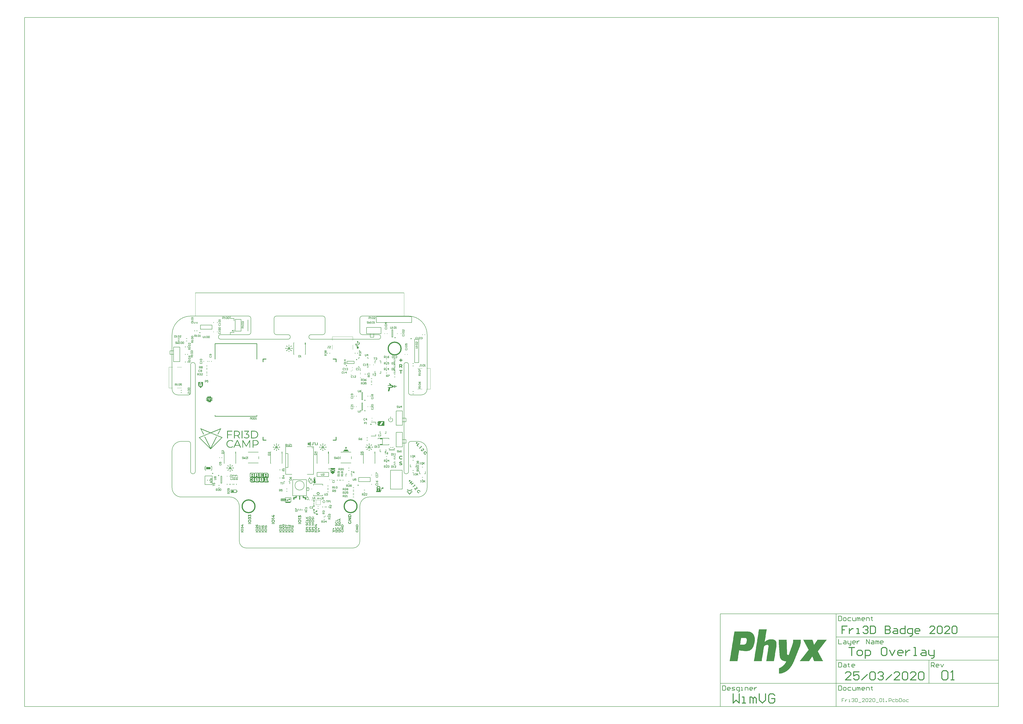
<source format=gto>
G04*
G04 #@! TF.GenerationSoftware,Altium Limited,Altium Designer,20.0.13 (296)*
G04*
G04 Layer_Color=65535*
%FSLAX25Y25*%
%MOIN*%
G70*
G01*
G75*
%ADD10C,0.01968*%
%ADD11C,0.00984*%
%ADD12C,0.00394*%
%ADD13C,0.00787*%
%ADD14C,0.01181*%
%ADD15C,0.00591*%
%ADD16C,0.01575*%
%ADD17R,0.04331X0.01772*%
G36*
X100124Y349200D02*
X99151D01*
Y345742D01*
X100679D01*
X100703Y345742D01*
X100749Y345748D01*
X100794Y345765D01*
X100833Y345791D01*
X100851Y345806D01*
X100866Y345824D01*
X100892Y345864D01*
X100909Y345908D01*
X100916Y345954D01*
X100915Y345978D01*
X100915Y345978D01*
X100915Y347145D01*
X100762Y347215D01*
X100524Y347455D01*
X100386Y347763D01*
X100365Y348100D01*
X100415Y348262D01*
Y348262D01*
X100464Y348423D01*
X100670Y348691D01*
X100957Y348869D01*
X101288Y348935D01*
X101455Y348908D01*
X101621Y348881D01*
X101914Y348712D01*
X102129Y348452D01*
X102239Y348133D01*
X102235Y347964D01*
X102229Y347832D01*
X102145Y347580D01*
X101993Y347363D01*
X101787Y347196D01*
X101665Y347145D01*
Y345978D01*
Y345877D01*
X101626Y345678D01*
X101548Y345491D01*
X101436Y345323D01*
X101364Y345251D01*
X101293Y345180D01*
X101124Y345067D01*
X100937Y344990D01*
X100739Y344950D01*
X99110D01*
X99110Y341770D01*
X99398Y341697D01*
X99886Y341358D01*
X100222Y340867D01*
X100363Y340289D01*
X100327Y339994D01*
X100290Y339699D01*
X100013Y339173D01*
X99567Y338779D01*
X99011Y338569D01*
X98714Y338569D01*
X98417Y338569D01*
X97861Y338779D01*
X97415Y339173D01*
X97138Y339699D01*
X97101Y339994D01*
X97065Y340289D01*
X97206Y340867D01*
X97542Y341358D01*
X98030Y341697D01*
X98318Y341770D01*
Y341770D01*
Y342534D01*
X96513D01*
X96310Y342536D01*
X95937Y342695D01*
X95653Y342984D01*
X95499Y343359D01*
X95499Y343561D01*
Y344714D01*
X94916D01*
Y346658D01*
X96860D01*
Y344714D01*
X96277D01*
Y343561D01*
X96278Y343538D01*
X96287Y343493D01*
X96305Y343450D01*
X96330Y343412D01*
X96346Y343394D01*
X96346D01*
X96363Y343379D01*
X96401Y343353D01*
X96444Y343335D01*
X96490Y343326D01*
X96513Y343325D01*
X98318D01*
Y349200D01*
X97346D01*
X98735Y352227D01*
X100124Y349200D01*
D02*
G37*
G36*
X-17921Y345176D02*
X-17747Y345100D01*
X-17615Y344964D01*
X-17543Y344788D01*
X-17543Y344693D01*
Y343151D01*
X-17543Y343057D01*
X-17615Y342881D01*
X-17747Y342744D01*
X-17921Y342668D01*
X-18015Y342665D01*
X-18066Y342665D01*
X-18165Y342686D01*
X-18258Y342726D01*
X-18340Y342785D01*
X-18375Y342822D01*
X-18375Y342822D01*
X-18409Y342859D01*
X-18461Y342946D01*
X-18494Y343042D01*
X-18506Y343143D01*
X-18501Y343193D01*
X-18501D01*
Y344693D01*
X-18501Y344741D01*
X-18483Y344835D01*
X-18446Y344923D01*
X-18393Y345003D01*
X-18359Y345037D01*
Y345037D01*
X-18325Y345071D01*
X-18246Y345124D01*
X-18157Y345160D01*
X-18063Y345179D01*
X-18015D01*
X-18015Y345179D01*
X-17921Y345176D01*
D02*
G37*
G36*
X-20682Y342249D02*
X-20682D01*
X-20682Y342249D01*
Y342249D01*
D02*
G37*
G36*
X-17485Y341508D02*
X-17170Y341332D01*
X-16911Y341081D01*
X-16817Y340927D01*
X-16817Y340927D01*
X-16724Y340772D01*
X-16622Y340426D01*
X-16612Y340065D01*
X-16694Y339714D01*
X-16744Y339621D01*
X-16566Y339615D01*
X-16118Y339436D01*
X-15756Y339116D01*
X-15524Y338693D01*
X-15486Y338455D01*
Y338455D01*
X-15448Y338217D01*
X-15537Y337742D01*
X-15781Y337326D01*
X-16151Y337016D01*
X-16377Y336933D01*
X-16604Y336849D01*
X-17086Y336845D01*
X-17542Y337004D01*
X-17918Y337307D01*
X-18043Y337513D01*
X-18133Y337353D01*
X-18388Y337092D01*
X-18703Y336906D01*
X-19055Y336807D01*
X-19238Y336805D01*
X-19238Y336805D01*
X-19420Y336805D01*
X-19774Y336899D01*
X-20090Y337082D01*
X-20349Y337341D01*
X-20440Y337499D01*
Y337499D01*
X-20532Y337657D01*
X-20626Y338011D01*
Y338376D01*
X-20532Y338729D01*
X-20440Y338888D01*
X-20349Y339046D01*
X-20090Y339305D01*
X-19774Y339488D01*
X-19420Y339582D01*
X-19238Y339582D01*
X-19276Y339654D01*
X-19337Y339806D01*
X-19379Y339964D01*
X-19402Y340125D01*
X-19404Y340207D01*
X-19404Y340344D01*
X-19351Y340612D01*
X-19246Y340865D01*
X-19094Y341092D01*
X-18997Y341189D01*
X-18901Y341286D01*
X-18673Y341438D01*
X-18420Y341543D01*
X-18152Y341596D01*
X-18015Y341596D01*
Y341596D01*
X-17835Y341597D01*
X-17485Y341508D01*
D02*
G37*
G36*
X-13899Y343448D02*
X-13808Y343429D01*
X-13722Y343392D01*
X-13645Y343338D01*
X-13613Y343304D01*
Y343304D01*
X-13547Y343238D01*
X-13475Y343065D01*
Y342877D01*
X-13547Y342704D01*
X-13613Y342638D01*
X-14682Y341568D01*
X-14715Y341535D01*
X-14792Y341483D01*
X-14878Y341448D01*
X-14969Y341429D01*
X-15016Y341429D01*
Y341429D01*
X-15062Y341430D01*
X-15153Y341449D01*
X-15238Y341484D01*
X-15316Y341536D01*
X-15349Y341568D01*
Y341568D01*
X-15413Y341637D01*
X-15483Y341814D01*
Y342003D01*
X-15413Y342179D01*
X-15349Y342249D01*
X-14279Y343304D01*
X-14279D01*
X-14247Y343338D01*
X-14171Y343392D01*
X-14085Y343429D01*
X-13993Y343448D01*
X-13946Y343448D01*
X-13899Y343448D01*
D02*
G37*
G36*
X-21819Y343364D02*
X-21751Y343304D01*
X-20682Y342249D01*
D01*
X-20648Y342216D01*
X-20594Y342137D01*
X-20556Y342050D01*
X-20537Y341956D01*
Y341908D01*
Y341861D01*
X-20556Y341767D01*
X-20594Y341680D01*
X-20648Y341601D01*
X-20682Y341568D01*
X-20682D01*
X-20714Y341535D01*
X-20791Y341482D01*
X-20877Y341447D01*
X-20969Y341429D01*
X-21015Y341429D01*
X-21015Y341429D01*
X-21062Y341427D01*
X-21154Y341444D01*
X-21240Y341480D01*
X-21317Y341534D01*
X-21349Y341568D01*
X-22418Y342638D01*
Y342638D01*
X-22478Y342705D01*
X-22540Y342875D01*
X-22534Y343055D01*
X-22463Y343221D01*
X-22399Y343285D01*
Y343285D01*
X-22335Y343349D01*
X-22169Y343421D01*
X-21989Y343426D01*
X-21819Y343364D01*
D02*
G37*
G36*
X-12069Y339383D02*
X-11939Y339326D01*
X-11830Y339234D01*
X-11791Y339175D01*
X-11791D01*
X-11752Y339116D01*
X-11712Y338980D01*
Y338838D01*
X-11752Y338702D01*
X-11791Y338642D01*
Y338642D01*
X-11830Y338583D01*
X-11939Y338491D01*
X-12069Y338435D01*
X-12210Y338418D01*
X-12280Y338429D01*
X-13780Y338429D01*
X-13864Y338444D01*
X-14014Y338529D01*
X-14125Y338661D01*
X-14184Y338823D01*
X-14184Y338909D01*
Y338995D01*
X-14125Y339156D01*
X-14014Y339288D01*
X-13864Y339373D01*
X-13780Y339388D01*
Y339388D01*
X-12280Y339388D01*
X-12210Y339400D01*
X-12069Y339383D01*
D02*
G37*
G36*
X-22217Y339388D02*
X-22123Y339369D01*
X-22035Y339332D01*
X-21955Y339279D01*
X-21921Y339245D01*
X-21921D01*
X-21888Y339212D01*
X-21834Y339132D01*
X-21798Y339043D01*
X-21779Y338949D01*
Y338902D01*
X-21780Y338852D01*
X-21803Y338755D01*
X-21845Y338665D01*
X-21904Y338585D01*
X-21941Y338551D01*
X-21978Y338518D01*
X-22064Y338468D01*
X-22158Y338437D01*
X-22257Y338425D01*
X-22307Y338429D01*
X-23807D01*
X-23892Y338444D01*
X-24041Y338529D01*
X-24152Y338661D01*
X-24211Y338823D01*
X-24211Y338909D01*
X-24211Y338995D01*
X-24152Y339156D01*
X-24041Y339288D01*
X-23891Y339373D01*
X-23807Y339388D01*
X-22265D01*
X-22217Y339388D01*
D02*
G37*
G36*
X-14967Y336437D02*
X-14836Y336388D01*
X-14724Y336305D01*
X-14682Y336249D01*
X-13627Y335180D01*
X-13561Y335113D01*
X-13489Y334940D01*
Y334753D01*
X-13561Y334579D01*
X-13627Y334513D01*
X-13658Y334479D01*
X-13735Y334425D01*
X-13821Y334389D01*
X-13913Y334372D01*
X-13960Y334374D01*
X-13960Y334374D01*
X-14007Y334374D01*
X-14098Y334391D01*
X-14184Y334427D01*
X-14261Y334480D01*
X-14293Y334513D01*
X-15363Y335568D01*
X-15419Y335610D01*
X-15502Y335722D01*
X-15551Y335853D01*
X-15561Y335993D01*
X-15546Y336061D01*
X-15546Y336061D01*
X-15531Y336129D01*
X-15464Y336252D01*
X-15365Y336350D01*
X-15243Y336418D01*
X-15175Y336432D01*
X-15106Y336447D01*
X-14967Y336437D01*
D02*
G37*
G36*
X-20748Y336315D02*
X-20682Y336249D01*
X-20648Y336216D01*
X-20594Y336138D01*
X-20556Y336050D01*
X-20537Y335956D01*
Y335909D01*
Y335861D01*
X-20556Y335768D01*
X-20594Y335680D01*
X-20648Y335602D01*
X-20682Y335568D01*
X-21751Y334513D01*
X-21783Y334479D01*
X-21859Y334425D01*
X-21946Y334389D01*
X-22038Y334372D01*
X-22085Y334374D01*
X-22154Y334374D01*
X-22288Y334415D01*
X-22404Y334493D01*
X-22493Y334601D01*
X-22520Y334666D01*
X-22520D01*
X-22546Y334730D01*
X-22560Y334870D01*
X-22533Y335007D01*
X-22467Y335130D01*
X-22418Y335180D01*
X-21349Y336249D01*
X-21349D01*
X-21282Y336315D01*
X-21109Y336387D01*
X-20922D01*
X-20748Y336315D01*
D02*
G37*
G36*
X-17921Y335149D02*
X-17747Y335073D01*
X-17615Y334937D01*
X-17543Y334761D01*
X-17543Y334666D01*
X-17543D01*
X-17543Y333166D01*
X-17543Y333071D01*
X-17615Y332895D01*
X-17747Y332759D01*
X-17921Y332682D01*
X-18015Y332680D01*
Y332680D01*
X-18063D01*
X-18157Y332698D01*
X-18246Y332735D01*
X-18325Y332788D01*
X-18359Y332822D01*
Y332822D01*
X-18393Y332856D01*
X-18446Y332936D01*
X-18483Y333024D01*
X-18501Y333118D01*
Y333166D01*
Y333166D01*
Y334666D01*
Y334714D01*
X-18483Y334808D01*
X-18446Y334896D01*
X-18393Y334976D01*
X-18359Y335010D01*
X-18325Y335043D01*
X-18246Y335097D01*
X-18157Y335133D01*
X-18063Y335152D01*
X-18015D01*
X-18015Y335152D01*
X-17921Y335149D01*
D02*
G37*
G36*
X172740Y319375D02*
X174722D01*
Y317983D01*
X172740D01*
Y316043D01*
X171267D01*
Y317983D01*
X169291D01*
Y319375D01*
X171267D01*
Y321314D01*
X172740D01*
Y319375D01*
D02*
G37*
G36*
X172016Y312042D02*
X172081D01*
X172163Y312031D01*
X172251Y312025D01*
X172349Y312014D01*
X172458Y311998D01*
X172567Y311982D01*
X172797Y311932D01*
X172917Y311905D01*
X173031Y311867D01*
X173152Y311829D01*
X173261Y311780D01*
X173266Y311774D01*
X173288Y311769D01*
X173315Y311752D01*
X173359Y311731D01*
X173408Y311703D01*
X173463Y311670D01*
X173523Y311632D01*
X173594Y311589D01*
X173665Y311539D01*
X173736Y311479D01*
X173812Y311419D01*
X173889Y311354D01*
X173960Y311277D01*
X174031Y311201D01*
X174102Y311114D01*
X174162Y311026D01*
X174167Y311021D01*
X174178Y311004D01*
X174189Y310977D01*
X174211Y310939D01*
X174233Y310895D01*
X174260Y310835D01*
X174293Y310775D01*
X174320Y310699D01*
X174347Y310622D01*
X174380Y310529D01*
X174407Y310437D01*
X174429Y310333D01*
X174451Y310229D01*
X174467Y310114D01*
X174473Y310000D01*
X174478Y309874D01*
Y309869D01*
Y309847D01*
Y309809D01*
X174473Y309765D01*
X174467Y309705D01*
X174462Y309639D01*
X174451Y309563D01*
X174440Y309481D01*
X174424Y309394D01*
X174402Y309301D01*
X174375Y309203D01*
X174342Y309110D01*
X174304Y309011D01*
X174265Y308913D01*
X174211Y308815D01*
X174156Y308722D01*
X174151Y308717D01*
X174140Y308700D01*
X174123Y308678D01*
X174096Y308646D01*
X174063Y308602D01*
X174025Y308558D01*
X173976Y308504D01*
X173927Y308449D01*
X173861Y308389D01*
X173796Y308329D01*
X173719Y308269D01*
X173643Y308209D01*
X173550Y308149D01*
X173457Y308089D01*
X173359Y308034D01*
X173250Y307985D01*
X174588Y306063D01*
X173102D01*
X171950Y307728D01*
X170673D01*
Y306063D01*
X169286D01*
Y312047D01*
X171956D01*
X172016Y312042D01*
D02*
G37*
G36*
X174506Y301074D02*
X172589D01*
Y296220D01*
X171208D01*
Y301074D01*
X169291D01*
Y302205D01*
X174506D01*
Y301074D01*
D02*
G37*
G36*
X160776Y276592D02*
Y276592D01*
X160844Y276591D01*
X160973Y276544D01*
X161079Y276457D01*
X161150Y276339D01*
X161164Y276272D01*
Y276272D01*
Y276272D01*
D01*
X161164Y272425D01*
X161175Y272367D01*
X161163Y272249D01*
X161117Y272139D01*
X161041Y272048D01*
X160991Y272015D01*
X160991Y272015D01*
X160942Y271982D01*
X160828Y271948D01*
X160709D01*
X160596Y271982D01*
X160546Y272015D01*
X160496Y272048D01*
X160421Y272139D01*
X160374Y272249D01*
X160362Y272367D01*
X160373Y272425D01*
Y272425D01*
X160373Y276203D01*
X160375Y276281D01*
X160439Y276424D01*
X160552Y276533D01*
X160697Y276592D01*
X160776Y276592D01*
D02*
G37*
G36*
X152929Y279332D02*
X153526Y279155D01*
X154080Y278870D01*
X154572Y278487D01*
X154984Y278020D01*
X155303Y277484D01*
X155517Y276899D01*
X155568Y276592D01*
X156098Y276527D01*
X157144Y276301D01*
X158164Y275979D01*
X159151Y275565D01*
X159623Y275314D01*
X159623Y275314D01*
Y273342D01*
X158960Y272995D01*
X157560Y272469D01*
X156107Y272118D01*
X154621Y271947D01*
X153873Y271953D01*
X152401Y266134D01*
X149832D01*
X151359Y272147D01*
X151099Y272191D01*
X150582Y272303D01*
X150070Y272438D01*
X149566Y272598D01*
X149318Y272689D01*
X149318Y272689D01*
X149596Y273231D01*
X149646Y273225D01*
X149746Y273213D01*
X149846Y273203D01*
X149946Y273194D01*
X149996Y273190D01*
X150046Y273186D01*
X150147Y273179D01*
X150248Y273173D01*
X150349Y273168D01*
X150399Y273165D01*
X150399D01*
X150450Y273163D01*
X150552Y273159D01*
X150654Y273156D01*
X150757Y273154D01*
X150808Y273153D01*
X150808Y273153D01*
X150913Y273151D01*
X151124Y273149D01*
X151335Y273148D01*
X151546Y273147D01*
X151651Y273147D01*
X151871Y273148D01*
X152310Y273155D01*
X152749Y273169D01*
X153188Y273191D01*
X153407Y273204D01*
Y273204D01*
X153599Y273218D01*
X153981Y273250D01*
X154362Y273290D01*
X154743Y273337D01*
X154932Y273363D01*
Y273363D01*
X155084Y273386D01*
X155387Y273438D01*
X155687Y273498D01*
X155986Y273568D01*
X156135Y273606D01*
X156299Y273622D01*
X156615Y273717D01*
X156895Y273891D01*
X157120Y274132D01*
X157206Y274272D01*
Y274272D01*
X157193Y274330D01*
X157145Y274438D01*
X157072Y274531D01*
X156978Y274603D01*
X156925Y274629D01*
X156925D01*
X156831Y274679D01*
X156640Y274769D01*
X156443Y274847D01*
X156241Y274911D01*
X156139Y274938D01*
X155991Y274976D01*
X155692Y275046D01*
X155392Y275107D01*
X155090Y275159D01*
X154938Y275181D01*
Y275181D01*
X154530Y275234D01*
X153710Y275317D01*
X152887Y275371D01*
X152063Y275396D01*
X151651Y275397D01*
X151599Y275397D01*
X151495Y275396D01*
X151392Y275394D01*
X151288Y275391D01*
X151236Y275389D01*
X151236D01*
X151130Y275384D01*
X150919Y275374D01*
X150707Y275362D01*
X150496Y275350D01*
X150390Y275343D01*
X150289Y275337D01*
X150087Y275327D01*
X149885Y275319D01*
X149683Y275315D01*
X149582Y275314D01*
Y275314D01*
X149318Y275869D01*
X149832Y276045D01*
X150885Y276313D01*
X151956Y276494D01*
X153038Y276588D01*
X153582Y276592D01*
X153582D01*
X153578Y276750D01*
X153523Y277061D01*
X153408Y277354D01*
X153237Y277620D01*
X153133Y277738D01*
X153133Y277738D01*
X153017Y277846D01*
X152756Y278024D01*
X152465Y278146D01*
X152156Y278209D01*
X151998Y278217D01*
X151998Y278217D01*
X151998Y279369D01*
X152309Y279396D01*
X152929Y279332D01*
D02*
G37*
G36*
X163609Y275606D02*
X163687Y275603D01*
X163830Y275539D01*
X163939Y275427D01*
X163998Y275281D01*
X163998Y275203D01*
X163998Y274717D01*
X165095D01*
X165081Y274731D01*
X165132D01*
X165231Y274704D01*
X165320Y274653D01*
X165392Y274581D01*
X165418Y274536D01*
X165443Y274492D01*
X165470Y274393D01*
Y274291D01*
X165443Y274192D01*
X165418Y274147D01*
X165392Y274103D01*
X165320Y274031D01*
X165231Y273979D01*
X165132Y273953D01*
X163984D01*
Y273481D01*
X163984D01*
X163984Y273481D01*
Y273442D01*
X163969Y273367D01*
X163939Y273296D01*
X163897Y273233D01*
X163870Y273206D01*
X163870Y273206D01*
X163843Y273179D01*
X163779Y273136D01*
X163708Y273107D01*
X163633Y273092D01*
X163595Y273092D01*
X163595Y273092D01*
X163556Y273090D01*
X163480Y273103D01*
X163408Y273132D01*
X163343Y273174D01*
X163316Y273201D01*
X163288Y273229D01*
X163246Y273294D01*
X163217Y273366D01*
X163205Y273442D01*
X163206Y273481D01*
X163206Y275203D01*
X163206Y275203D01*
X163205Y275243D01*
X163218Y275322D01*
X163247Y275396D01*
X163291Y275464D01*
X163320Y275492D01*
X163348Y275520D01*
X163415Y275564D01*
X163490Y275594D01*
X163569Y275607D01*
X163609Y275606D01*
D02*
G37*
G36*
X162270Y275950D02*
X162414Y275886D01*
X162522Y275774D01*
X162581Y275628D01*
X162581Y275550D01*
X162581Y275550D01*
Y273106D01*
X162592Y273047D01*
X162579Y272929D01*
X162533Y272820D01*
X162457Y272728D01*
X162408Y272696D01*
X162358Y272663D01*
X162245Y272628D01*
X162126D01*
X162012Y272663D01*
X161963Y272696D01*
X161913Y272728D01*
X161837Y272820D01*
X161791Y272929D01*
X161778Y273047D01*
X161789Y273106D01*
X161789Y273106D01*
Y275550D01*
X161789Y275590D01*
X161805Y275668D01*
X161835Y275741D01*
X161879Y275807D01*
X161907Y275835D01*
X161935Y275863D01*
X162001Y275907D01*
X162075Y275937D01*
X162153Y275953D01*
X162192D01*
X162192Y275953D01*
X162270Y275950D01*
D02*
G37*
G36*
X-164105Y277030D02*
X-164106Y276565D01*
X-164305Y275657D01*
X-164694Y274812D01*
X-165253Y274069D01*
X-165605Y273766D01*
X-165605D01*
X-168035Y271683D01*
X-170480Y273766D01*
X-170841Y274065D01*
X-171420Y274803D01*
X-171826Y275648D01*
X-172042Y276561D01*
X-172049Y277030D01*
X-172049D01*
Y281891D01*
X-164105D01*
Y277030D01*
D02*
G37*
G36*
X-155425Y258094D02*
X-155381Y258068D01*
X-155336Y258043D01*
X-155264Y257970D01*
X-155213Y257881D01*
X-155186Y257783D01*
Y257731D01*
Y256259D01*
X-154492D01*
Y257731D01*
X-154479Y257801D01*
X-154407Y257922D01*
X-154299Y258012D01*
X-154166Y258060D01*
X-154096Y258060D01*
X-154096D01*
X-154096D01*
D01*
X-154026Y258060D01*
X-153893Y258012D01*
X-153785Y257922D01*
X-153713Y257801D01*
X-153700Y257731D01*
X-153700Y256259D01*
X-153006D01*
Y257731D01*
X-152993Y257801D01*
X-152921Y257922D01*
X-152813Y258012D01*
X-152681Y258060D01*
X-152610D01*
X-152610Y258060D01*
X-152540Y258060D01*
X-152407Y258012D01*
X-152299Y257922D01*
X-152227Y257801D01*
X-152214Y257731D01*
X-152214Y256259D01*
X-151534D01*
Y257731D01*
X-151534D01*
X-151521Y257801D01*
X-151449Y257922D01*
X-151341Y258012D01*
X-151208Y258060D01*
X-151138D01*
X-151138Y258060D01*
X-151067Y258060D01*
X-150935Y258012D01*
X-150827Y257922D01*
X-150755Y257801D01*
X-150742Y257731D01*
X-150742Y256259D01*
X-150312D01*
Y256259D01*
X-150256Y256261D01*
X-150146Y256241D01*
X-150043Y256201D01*
X-149950Y256140D01*
X-149910Y256102D01*
X-149870Y256063D01*
X-149807Y255971D01*
X-149764Y255868D01*
X-149742Y255759D01*
X-149742Y255704D01*
X-149742Y255218D01*
X-148242D01*
Y255218D01*
X-148184Y255229D01*
X-148066Y255216D01*
X-147956Y255170D01*
X-147865Y255094D01*
X-147832Y255045D01*
X-147832Y255045D01*
X-147799Y254995D01*
X-147765Y254881D01*
Y254763D01*
X-147799Y254649D01*
X-147832Y254599D01*
Y254599D01*
X-147865Y254550D01*
X-147956Y254474D01*
X-148066Y254428D01*
X-148184Y254415D01*
X-148242Y254426D01*
X-149742D01*
Y253801D01*
X-148242D01*
Y253801D01*
X-148184Y253812D01*
X-148066Y253799D01*
X-147956Y253753D01*
X-147865Y253677D01*
X-147832Y253628D01*
X-147832Y253628D01*
X-147799Y253578D01*
X-147765Y253465D01*
Y253346D01*
X-147799Y253232D01*
X-147832Y253183D01*
Y253183D01*
X-147865Y253133D01*
X-147956Y253057D01*
X-148066Y253011D01*
X-148184Y252998D01*
X-148242Y253010D01*
X-149742D01*
Y252384D01*
X-148242D01*
X-148242Y252384D01*
Y252384D01*
X-148242D01*
X-148242D01*
D01*
X-148184Y252396D01*
X-148066Y252383D01*
X-147956Y252337D01*
X-147865Y252261D01*
X-147832Y252211D01*
X-147832Y252211D01*
X-147799Y252162D01*
X-147765Y252048D01*
Y251929D01*
X-147799Y251816D01*
X-147832Y251766D01*
Y251766D01*
X-147865Y251717D01*
X-147956Y251641D01*
X-148066Y251595D01*
X-148184Y251582D01*
X-148242Y251593D01*
X-149742D01*
Y250968D01*
X-148256D01*
Y250968D01*
X-148205D01*
X-148106Y250941D01*
X-148017Y250890D01*
X-147945Y250818D01*
X-147919Y250774D01*
X-147894Y250729D01*
X-147867Y250630D01*
Y250528D01*
X-147894Y250429D01*
X-147919Y250385D01*
X-147945Y250340D01*
X-148017Y250268D01*
X-148106Y250217D01*
X-148205Y250190D01*
X-149756D01*
Y249690D01*
X-149756D01*
X-149756Y249635D01*
X-149778Y249526D01*
X-149821Y249423D01*
X-149884Y249331D01*
X-149924Y249292D01*
X-149963Y249254D01*
X-150057Y249193D01*
X-150160Y249153D01*
X-150270Y249133D01*
X-150326Y249135D01*
X-150728D01*
Y247746D01*
X-150741Y247677D01*
X-150813Y247555D01*
X-150921Y247465D01*
X-151054Y247418D01*
X-151124D01*
X-151195Y247418D01*
X-151327Y247465D01*
X-151435Y247555D01*
X-151507Y247677D01*
X-151520Y247746D01*
Y249135D01*
X-152117D01*
Y247746D01*
X-152117Y247746D01*
X-152130Y247677D01*
X-152201Y247555D01*
X-152310Y247465D01*
X-152443Y247418D01*
X-152513Y247418D01*
X-152583D01*
X-152716Y247465D01*
X-152824Y247555D01*
X-152896Y247677D01*
X-152909Y247746D01*
Y249135D01*
X-153506D01*
Y247746D01*
X-153506D01*
X-153519Y247677D01*
X-153590Y247555D01*
X-153699Y247465D01*
X-153831Y247418D01*
X-153902D01*
X-153972Y247418D01*
X-154105Y247465D01*
X-154213Y247555D01*
X-154285Y247677D01*
X-154297Y247746D01*
Y249135D01*
X-154909D01*
Y247746D01*
Y247746D01*
X-154909Y247695D01*
X-154935Y247596D01*
X-154986Y247507D01*
X-155059Y247435D01*
X-155103Y247409D01*
Y247409D01*
X-155147Y247384D01*
X-155246Y247357D01*
X-155349D01*
X-155447Y247384D01*
X-155492Y247409D01*
X-155536Y247435D01*
X-155609Y247507D01*
X-155660Y247596D01*
X-155686Y247695D01*
X-155686Y247746D01*
Y249135D01*
X-156561D01*
X-156673Y249135D01*
X-156879Y249219D01*
X-157039Y249374D01*
X-157128Y249579D01*
X-157131Y249690D01*
X-157131Y250190D01*
X-158571D01*
X-158670Y250217D01*
X-158758Y250268D01*
X-158831Y250340D01*
X-158856Y250385D01*
X-158856D01*
X-158882Y250429D01*
X-158908Y250528D01*
Y250630D01*
X-158882Y250729D01*
X-158856Y250774D01*
X-158856Y250774D01*
X-158831Y250818D01*
X-158758Y250890D01*
X-158670Y250941D01*
X-158571Y250968D01*
X-158519D01*
X-157131Y250968D01*
Y251593D01*
X-158519D01*
X-158589Y251606D01*
X-158710Y251677D01*
X-158800Y251786D01*
X-158848Y251918D01*
Y251989D01*
Y252059D01*
X-158800Y252192D01*
X-158710Y252300D01*
X-158589Y252372D01*
X-158519Y252384D01*
X-157131D01*
Y253010D01*
X-158519D01*
X-158519Y253010D01*
X-158519D01*
X-158589Y253023D01*
X-158710Y253094D01*
X-158800Y253202D01*
X-158848Y253335D01*
X-158848Y253405D01*
D01*
Y253405D01*
Y253405D01*
X-158848Y253476D01*
X-158800Y253608D01*
X-158710Y253717D01*
X-158589Y253788D01*
X-158519Y253801D01*
X-157131Y253801D01*
Y254426D01*
X-158519D01*
Y254426D01*
X-158519D01*
X-158589Y254439D01*
X-158710Y254511D01*
X-158800Y254619D01*
X-158848Y254751D01*
X-158848Y254822D01*
D01*
Y254822D01*
Y254822D01*
X-158848Y254892D01*
X-158800Y255025D01*
X-158710Y255133D01*
X-158589Y255205D01*
X-158519Y255218D01*
X-157131Y255218D01*
Y255704D01*
X-157131Y255704D01*
X-157128Y255815D01*
X-157039Y256020D01*
X-156879Y256175D01*
X-156673Y256259D01*
X-156561Y256259D01*
X-155964Y256259D01*
X-155966Y256270D01*
X-155969Y256291D01*
Y256311D01*
X-155966Y256332D01*
X-155964Y256343D01*
Y257731D01*
X-155964Y257731D01*
X-155964Y257783D01*
X-155938Y257881D01*
X-155886Y257970D01*
X-155814Y258043D01*
X-155770Y258068D01*
X-155725Y258094D01*
X-155626Y258120D01*
X-155524D01*
X-155425Y258094D01*
D02*
G37*
G36*
X156701Y220611D02*
X156775Y220596D01*
X156845Y220566D01*
X156908Y220523D01*
X156934Y220495D01*
X157291Y220232D01*
X157865Y219554D01*
X158267Y218762D01*
X158474Y217898D01*
X158475Y217454D01*
X158475D01*
X158454Y217086D01*
X158272Y216372D01*
X157960Y215705D01*
X157528Y215108D01*
X156992Y214603D01*
X156370Y214208D01*
X155686Y213936D01*
X154962Y213797D01*
X154594Y213797D01*
X154226Y213797D01*
X153502Y213936D01*
X152817Y214208D01*
X152196Y214603D01*
X151659Y215108D01*
X151227Y215705D01*
X150915Y216372D01*
X150734Y217086D01*
X150712Y217454D01*
X150715Y217897D01*
X150921Y218758D01*
X151319Y219549D01*
X151886Y220229D01*
X152240Y220495D01*
Y220495D01*
X152296Y220549D01*
X152440Y220606D01*
X152595D01*
X152739Y220549D01*
X152795Y220495D01*
Y220495D01*
X152840Y220432D01*
X152877Y220281D01*
X152858Y220127D01*
X152785Y219990D01*
X152726Y219940D01*
Y219940D01*
X152455Y219715D01*
X152001Y219180D01*
X151682Y218555D01*
X151514Y217874D01*
X151490Y217523D01*
X151490D01*
X151505Y217220D01*
X151623Y216624D01*
X151856Y216063D01*
X152193Y215559D01*
X152622Y215129D01*
X153127Y214792D01*
X153688Y214560D01*
X154283Y214441D01*
X154587Y214426D01*
X154587D01*
X154890Y214441D01*
X155486Y214560D01*
X156047Y214792D01*
X156552Y215129D01*
X156981Y215559D01*
X157318Y216063D01*
X157551Y216624D01*
X157669Y217220D01*
X157684Y217523D01*
X157662Y217873D01*
X157498Y218554D01*
X157182Y219179D01*
X156731Y219715D01*
X156462Y219940D01*
X156462Y219940D01*
X156430Y219963D01*
X156378Y220022D01*
X156339Y220090D01*
X156314Y220164D01*
X156309Y220203D01*
X156304Y220242D01*
X156310Y220320D01*
X156332Y220395D01*
X156368Y220465D01*
X156392Y220495D01*
X156419Y220523D01*
X156481Y220566D01*
X156551Y220596D01*
X156625Y220611D01*
X156663Y220611D01*
Y220611D01*
X156701Y220611D01*
D02*
G37*
G36*
X154797Y223012D02*
X154905Y222922D01*
X154977Y222801D01*
X154990Y222731D01*
Y218565D01*
Y218525D01*
X154974Y218447D01*
X154944Y218374D01*
X154900Y218308D01*
X154872Y218280D01*
X154872D01*
X154844Y218252D01*
X154778Y218208D01*
X154704Y218178D01*
X154627Y218162D01*
X154587D01*
X154509Y218165D01*
X154365Y218229D01*
X154257Y218341D01*
X154198Y218487D01*
X154198Y218565D01*
Y222731D01*
X154211Y222801D01*
X154282Y222922D01*
X154391Y223012D01*
X154523Y223060D01*
X154664D01*
X154797Y223012D01*
D02*
G37*
G36*
X158475Y217454D02*
Y217454D01*
X158475D01*
X158475Y217454D01*
D02*
G37*
G36*
X143747Y215174D02*
X143969Y214956D01*
X144092Y214670D01*
X144095Y214514D01*
X144095Y214514D01*
X144095Y208320D01*
Y208242D01*
X144064Y208089D01*
X144004Y207945D01*
X143918Y207816D01*
X143863Y207761D01*
X143807Y207705D01*
X143678Y207619D01*
X143534Y207559D01*
X143381Y207529D01*
X143303D01*
Y207529D01*
X134165D01*
X134087Y207529D01*
X133935Y207559D01*
X133792Y207619D01*
X133664Y207706D01*
X133610Y207761D01*
X133555Y207817D01*
X133471Y207946D01*
X133413Y208090D01*
X133385Y208243D01*
X133387Y208320D01*
X133387Y208320D01*
Y208890D01*
X132192Y208890D01*
X132114Y208892D01*
X131971Y208956D01*
X131862Y209069D01*
X131804Y209214D01*
X131804Y209292D01*
Y209292D01*
Y209331D01*
X131818Y209406D01*
X131848Y209477D01*
X131890Y209540D01*
X131917Y209567D01*
X131917Y209567D01*
X131945Y209594D01*
X132008Y209637D01*
X132079Y209666D01*
X132154Y209681D01*
X132192D01*
X132192Y209681D01*
Y209681D01*
X133387D01*
Y210306D01*
X132192D01*
X132123Y210319D01*
X132002Y210391D01*
X131912Y210499D01*
X131864Y210632D01*
Y210702D01*
X131864Y210772D01*
X131912Y210905D01*
X132002Y211013D01*
X132123Y211085D01*
X132192Y211098D01*
X132192Y211098D01*
X133387D01*
Y211723D01*
X132192D01*
X132123Y211736D01*
X132002Y211807D01*
X131912Y211916D01*
X131864Y212048D01*
Y212119D01*
Y212189D01*
X131912Y212322D01*
X132002Y212430D01*
X132123Y212502D01*
X132192Y212514D01*
X132192Y212514D01*
Y212514D01*
X133387D01*
Y213139D01*
X132192D01*
X132123Y213153D01*
X132002Y213224D01*
X131912Y213332D01*
X131864Y213465D01*
X131864Y213535D01*
Y213606D01*
X131912Y213738D01*
X132002Y213847D01*
X132123Y213918D01*
X132192Y213931D01*
X132192Y213931D01*
Y213931D01*
X133359D01*
Y214514D01*
X133359Y214591D01*
X133389Y214741D01*
X133448Y214883D01*
X133533Y215010D01*
X133587Y215064D01*
X133641Y215119D01*
X133768Y215204D01*
X133910Y215262D01*
X134060Y215292D01*
X134137D01*
X134137Y215292D01*
X143303Y215292D01*
X143458Y215292D01*
X143747Y215174D01*
D02*
G37*
G36*
X-138463Y192625D02*
X-139375Y193001D01*
X-135114Y201523D01*
X-149630Y195554D01*
X-130823Y187812D01*
X-150922Y167712D01*
X-171022Y187812D01*
X-152223Y195554D01*
X-166733Y201532D01*
X-162473Y193021D01*
X-163388Y192646D01*
X-168789Y203435D01*
X-150922Y196087D01*
X-133056Y203435D01*
X-138463Y192625D01*
D02*
G37*
G36*
X-86093Y192027D02*
X-86093Y192027D01*
X-86093D01*
X-86093Y192027D01*
D02*
G37*
G36*
X-85795Y191547D02*
X-85795Y191547D01*
X-85794Y191547D01*
X-85795Y191547D01*
D02*
G37*
G36*
X-85918Y198082D02*
X-89536Y193536D01*
X-89487Y193533D01*
X-89446Y193530D01*
X-89406Y193528D01*
X-89366Y193525D01*
X-89325Y193522D01*
X-89285Y193518D01*
X-89246Y193515D01*
X-89206Y193511D01*
X-89167Y193507D01*
X-89128Y193503D01*
X-89089Y193499D01*
X-89051Y193494D01*
X-89012Y193489D01*
X-88974Y193485D01*
X-88936Y193480D01*
X-88898Y193474D01*
X-88860Y193469D01*
X-88823Y193463D01*
X-88786Y193457D01*
X-88749Y193451D01*
X-88712Y193445D01*
X-88675Y193439D01*
X-88639Y193432D01*
X-88603Y193426D01*
X-88566Y193419D01*
X-88531Y193412D01*
X-88495Y193404D01*
X-88460Y193397D01*
X-88425Y193389D01*
X-88390Y193382D01*
X-88355Y193374D01*
X-88320Y193366D01*
X-88286Y193357D01*
X-88252Y193349D01*
X-88218Y193340D01*
X-88184Y193331D01*
X-88151Y193322D01*
X-88117Y193313D01*
X-88084Y193304D01*
X-88051Y193294D01*
X-88019Y193284D01*
X-87986Y193274D01*
X-87954Y193264D01*
X-87922Y193254D01*
X-87890Y193244D01*
X-87858Y193233D01*
X-87827Y193222D01*
X-87795Y193211D01*
X-87764Y193200D01*
X-87734Y193189D01*
X-87703Y193178D01*
X-87672Y193166D01*
X-87642Y193154D01*
X-87606Y193140D01*
X-87570Y193125D01*
X-87535Y193111D01*
X-87500Y193096D01*
X-87465Y193080D01*
X-87430Y193065D01*
X-87396Y193049D01*
X-87362Y193033D01*
X-87329Y193017D01*
X-87295Y193000D01*
X-87262Y192984D01*
X-87229Y192967D01*
X-87197Y192950D01*
X-87165Y192932D01*
X-87133Y192915D01*
X-87096Y192894D01*
X-87060Y192873D01*
X-87024Y192851D01*
X-86988Y192830D01*
X-86953Y192808D01*
X-86918Y192785D01*
X-86883Y192763D01*
X-86845Y192737D01*
X-86806Y192710D01*
X-86769Y192683D01*
X-86731Y192656D01*
X-86690Y192624D01*
X-86650Y192593D01*
X-86605Y192557D01*
X-86562Y192520D01*
X-86562Y192520D01*
X-86556Y192515D01*
X-86544Y192505D01*
X-86532Y192495D01*
X-86520Y192485D01*
X-86515Y192480D01*
X-86515D01*
X-86508Y192474D01*
X-86496Y192463D01*
X-86483Y192452D01*
X-86471Y192440D01*
X-86465Y192435D01*
X-86465Y192435D01*
X-86458Y192428D01*
X-86445Y192416D01*
X-86431Y192403D01*
X-86418Y192391D01*
X-86412Y192385D01*
X-86412Y192385D01*
X-86405Y192378D01*
X-86391Y192364D01*
X-86377Y192351D01*
X-86363Y192337D01*
X-86356Y192330D01*
X-86356Y192330D01*
X-86348Y192322D01*
X-86332Y192305D01*
X-86315Y192288D01*
X-86299Y192271D01*
X-86291Y192262D01*
Y192262D01*
X-86291Y192262D01*
X-86291Y192262D01*
X-86291Y192262D01*
X-86281Y192251D01*
X-86262Y192230D01*
X-86243Y192208D01*
X-86224Y192187D01*
X-86214Y192176D01*
X-86214Y192176D01*
X-86214Y192176D01*
X-86198Y192158D01*
X-86168Y192121D01*
X-86137Y192084D01*
X-86108Y192046D01*
X-86093Y192027D01*
X-86093Y192027D01*
X-86060Y191982D01*
X-85996Y191891D01*
X-85935Y191798D01*
X-85877Y191702D01*
X-85850Y191653D01*
Y191653D01*
X-85850D01*
X-85843Y191640D01*
X-85829Y191613D01*
X-85815Y191587D01*
X-85801Y191560D01*
X-85795Y191547D01*
D01*
X-85789Y191537D01*
X-85779Y191516D01*
X-85769Y191495D01*
X-85759Y191474D01*
X-85754Y191463D01*
X-85754D01*
X-85750Y191454D01*
X-85741Y191436D01*
X-85733Y191417D01*
X-85724Y191398D01*
X-85720Y191389D01*
X-85720Y191389D01*
X-85717Y191380D01*
X-85710Y191364D01*
X-85703Y191348D01*
X-85696Y191331D01*
X-85693Y191323D01*
X-85693D01*
X-85690Y191315D01*
X-85683Y191300D01*
X-85677Y191285D01*
X-85671Y191269D01*
X-85668Y191261D01*
X-85668D01*
X-85666Y191254D01*
X-85660Y191240D01*
X-85655Y191226D01*
X-85650Y191212D01*
X-85647Y191205D01*
X-85647D01*
X-85644Y191197D01*
X-85639Y191183D01*
X-85634Y191169D01*
X-85629Y191154D01*
X-85627Y191147D01*
X-85609Y191095D01*
X-85592Y191041D01*
X-85578Y190993D01*
X-85564Y190945D01*
X-85551Y190896D01*
X-85540Y190852D01*
X-85530Y190808D01*
X-85520Y190764D01*
X-85510Y190719D01*
X-85501Y190674D01*
X-85493Y190629D01*
X-85486Y190590D01*
X-85479Y190550D01*
X-85473Y190510D01*
X-85468Y190469D01*
X-85462Y190429D01*
X-85457Y190388D01*
X-85453Y190348D01*
X-85449Y190306D01*
X-85445Y190265D01*
X-85442Y190224D01*
X-85439Y190182D01*
X-85437Y190146D01*
X-85435Y190110D01*
X-85433Y190074D01*
X-85432Y190038D01*
X-85431Y190002D01*
X-85430Y189965D01*
X-85430Y189929D01*
X-85430Y189898D01*
X-85430Y189840D01*
X-85431Y189789D01*
X-85433Y189739D01*
X-85435Y189688D01*
X-85438Y189638D01*
X-85441Y189588D01*
X-85445Y189538D01*
X-85449Y189488D01*
X-85455Y189438D01*
X-85461Y189383D01*
X-85468Y189328D01*
X-85476Y189273D01*
X-85485Y189218D01*
X-85495Y189164D01*
X-85505Y189110D01*
X-85517Y189051D01*
X-85530Y188991D01*
X-85545Y188933D01*
X-85545D01*
X-85546Y188925D01*
X-85551Y188909D01*
X-85555Y188892D01*
X-85559Y188876D01*
X-85561Y188868D01*
X-85561D01*
X-85563Y188860D01*
X-85568Y188845D01*
X-85572Y188829D01*
X-85576Y188813D01*
X-85579Y188805D01*
X-85579D01*
X-85581Y188796D01*
X-85586Y188779D01*
X-85592Y188762D01*
X-85597Y188744D01*
X-85599Y188736D01*
X-85599Y188736D01*
X-85602Y188727D01*
X-85608Y188710D01*
X-85613Y188693D01*
X-85619Y188676D01*
X-85622Y188668D01*
Y188668D01*
X-85624Y188658D01*
X-85631Y188640D01*
X-85637Y188622D01*
X-85644Y188603D01*
X-85647Y188594D01*
X-85647Y188594D01*
X-85650Y188584D01*
X-85658Y188565D01*
X-85665Y188545D01*
X-85672Y188526D01*
X-85676Y188516D01*
X-85680Y188505D01*
X-85689Y188483D01*
X-85698Y188461D01*
X-85707Y188439D01*
X-85711Y188428D01*
X-85711D01*
X-85716Y188416D01*
X-85727Y188391D01*
X-85738Y188367D01*
X-85748Y188342D01*
X-85754Y188330D01*
X-85754D01*
X-85761Y188315D01*
X-85774Y188286D01*
X-85789Y188257D01*
X-85803Y188227D01*
X-85810Y188213D01*
X-85810Y188213D01*
X-85821Y188192D01*
X-85843Y188150D01*
X-85865Y188108D01*
X-85888Y188067D01*
X-85900Y188047D01*
X-85900D01*
X-85940Y187976D01*
X-86028Y187840D01*
X-86123Y187708D01*
X-86224Y187582D01*
X-86277Y187521D01*
X-86288Y187509D01*
X-86309Y187485D01*
X-86330Y187462D01*
X-86352Y187439D01*
X-86362Y187427D01*
X-86362Y187427D01*
Y187427D01*
X-86371Y187418D01*
X-86389Y187399D01*
X-86407Y187381D01*
X-86425Y187363D01*
X-86435Y187354D01*
X-86443Y187346D01*
X-86459Y187329D01*
X-86475Y187314D01*
X-86492Y187298D01*
X-86500Y187290D01*
Y187290D01*
X-86500D01*
X-86500Y187290D01*
D01*
X-86508Y187283D01*
X-86522Y187269D01*
X-86537Y187256D01*
X-86552Y187243D01*
X-86559Y187236D01*
X-86559Y187236D01*
X-86566Y187230D01*
X-86580Y187217D01*
X-86594Y187205D01*
X-86608Y187193D01*
X-86615Y187187D01*
X-86615D01*
X-86615Y187187D01*
X-86621Y187181D01*
X-86634Y187171D01*
X-86647Y187160D01*
X-86660Y187149D01*
X-86667Y187143D01*
X-86673Y187138D01*
X-86687Y187127D01*
X-86700Y187116D01*
X-86713Y187105D01*
X-86720Y187100D01*
X-86769Y187061D01*
X-86820Y187023D01*
X-86866Y186990D01*
X-86913Y186957D01*
X-86960Y186925D01*
X-87003Y186896D01*
X-87046Y186868D01*
X-87091Y186841D01*
X-87135Y186814D01*
X-87175Y186791D01*
X-87215Y186768D01*
X-87255Y186745D01*
X-87296Y186723D01*
X-87338Y186701D01*
X-87380Y186680D01*
X-87422Y186658D01*
X-87465Y186638D01*
X-87502Y186620D01*
X-87539Y186603D01*
X-87577Y186586D01*
X-87615Y186569D01*
X-87653Y186553D01*
X-87692Y186537D01*
X-87731Y186521D01*
X-87770Y186505D01*
X-87810Y186490D01*
X-87850Y186475D01*
X-87890Y186461D01*
X-87931Y186446D01*
X-87972Y186432D01*
X-88013Y186418D01*
X-88055Y186405D01*
X-88096Y186391D01*
X-88139Y186379D01*
X-88182Y186366D01*
X-88217Y186355D01*
X-88253Y186345D01*
X-88290Y186336D01*
X-88326Y186326D01*
X-88363Y186316D01*
X-88400Y186307D01*
X-88437Y186298D01*
X-88474Y186289D01*
X-88512Y186281D01*
X-88550Y186272D01*
X-88588Y186264D01*
X-88626Y186256D01*
X-88665Y186248D01*
X-88704Y186241D01*
X-88743Y186233D01*
X-88782Y186226D01*
X-88822Y186219D01*
X-88861Y186213D01*
X-88901Y186206D01*
X-88941Y186200D01*
X-88982Y186194D01*
X-89022Y186188D01*
X-89063Y186183D01*
X-89104Y186177D01*
X-89146Y186172D01*
X-89187Y186167D01*
X-89229Y186163D01*
X-89271Y186158D01*
X-89313Y186154D01*
X-89356Y186150D01*
X-89398Y186146D01*
X-89441Y186143D01*
X-89485Y186140D01*
X-89528Y186137D01*
X-89572Y186134D01*
X-89615Y186131D01*
X-89660Y186129D01*
X-89704Y186127D01*
X-89749Y186125D01*
X-89793Y186124D01*
X-89838Y186122D01*
X-89884Y186121D01*
X-89929Y186120D01*
X-89975Y186120D01*
X-90021Y186119D01*
X-90067Y186119D01*
Y186119D01*
X-90113D01*
X-90205Y186120D01*
X-90298Y186122D01*
X-90390Y186126D01*
X-90436Y186128D01*
X-90436D01*
X-90552Y186133D01*
X-90782Y186150D01*
X-91013Y186174D01*
X-91242Y186205D01*
X-91356Y186223D01*
Y186223D01*
X-91381Y186227D01*
X-91431Y186236D01*
X-91482Y186245D01*
X-91532Y186254D01*
X-91557Y186258D01*
X-91576Y186262D01*
X-91616Y186270D01*
X-91655Y186278D01*
X-91694Y186286D01*
X-91714Y186290D01*
X-91843Y186318D01*
X-91961Y186346D01*
X-92063Y186372D01*
X-92159Y186397D01*
X-92250Y186423D01*
X-92329Y186446D01*
X-92408Y186470D01*
X-92482Y186493D01*
X-92550Y186516D01*
X-92618Y186539D01*
X-92680Y186561D01*
X-92742Y186583D01*
X-92799Y186604D01*
X-92856Y186626D01*
X-92907Y186646D01*
X-92958Y186667D01*
X-93009Y186687D01*
X-93059Y186709D01*
X-93105Y186728D01*
X-93150Y186748D01*
X-93195Y186768D01*
X-93239Y186789D01*
X-93284Y186809D01*
X-93323Y186828D01*
X-93362Y186847D01*
X-93402Y186867D01*
X-93440Y186886D01*
X-93479Y186906D01*
X-93517Y186926D01*
X-93555Y186946D01*
X-93589Y186964D01*
X-93622Y186983D01*
X-93655Y187001D01*
X-93688Y187020D01*
X-93721Y187039D01*
X-93753Y187058D01*
X-93785Y187077D01*
X-93817Y187096D01*
X-93849Y187116D01*
X-93880Y187135D01*
X-93912Y187155D01*
X-93943Y187175D01*
X-93970Y187193D01*
X-93996Y187211D01*
X-94023Y187228D01*
X-94049Y187246D01*
X-94075Y187265D01*
X-94101Y187283D01*
X-94127Y187301D01*
X-94152Y187320D01*
X-94178Y187338D01*
X-94203Y187357D01*
X-94228Y187376D01*
X-94253Y187395D01*
X-94277Y187414D01*
X-94302Y187433D01*
X-94326Y187452D01*
X-94350Y187472D01*
X-94373Y187491D01*
X-94397Y187511D01*
X-94420Y187531D01*
X-94443Y187550D01*
X-94466Y187571D01*
X-94489Y187591D01*
X-94511Y187611D01*
X-94533Y187631D01*
X-94555Y187652D01*
X-94577Y187672D01*
X-94599Y187693D01*
X-94620Y187714D01*
X-94641Y187734D01*
X-94662Y187755D01*
X-94668Y187761D01*
X-94028Y188803D01*
X-94009Y188782D01*
X-93991Y188764D01*
X-93973Y188746D01*
X-93955Y188728D01*
X-93937Y188711D01*
X-93919Y188693D01*
X-93900Y188676D01*
X-93881Y188658D01*
X-93863Y188641D01*
X-93844Y188623D01*
X-93822Y188604D01*
X-93799Y188584D01*
X-93777Y188565D01*
X-93754Y188545D01*
X-93731Y188526D01*
X-93708Y188507D01*
X-93684Y188488D01*
X-93661Y188469D01*
X-93637Y188450D01*
X-93613Y188431D01*
X-93589Y188413D01*
X-93564Y188394D01*
X-93539Y188376D01*
X-93511Y188355D01*
X-93483Y188335D01*
X-93454Y188315D01*
X-93425Y188294D01*
X-93396Y188275D01*
X-93366Y188255D01*
X-93336Y188235D01*
X-93306Y188216D01*
X-93273Y188194D01*
X-93239Y188173D01*
X-93204Y188152D01*
X-93170Y188131D01*
X-93135Y188111D01*
X-93100Y188090D01*
X-93060Y188068D01*
X-93021Y188046D01*
X-92981Y188024D01*
X-92941Y188003D01*
X-92897Y187980D01*
X-92852Y187957D01*
X-92807Y187935D01*
X-92757Y187911D01*
X-92708Y187888D01*
X-92657Y187864D01*
X-92603Y187840D01*
X-92548Y187816D01*
X-92488Y187791D01*
X-92428Y187767D01*
X-92363Y187741D01*
X-92293Y187715D01*
X-92218Y187687D01*
X-92143Y187661D01*
X-92058Y187633D01*
X-91968Y187605D01*
X-91873Y187576D01*
X-91873Y187576D01*
X-91860Y187572D01*
X-91834Y187565D01*
X-91808Y187557D01*
X-91781Y187550D01*
X-91768Y187547D01*
X-91768Y187547D01*
X-91768D01*
X-91754Y187543D01*
X-91725Y187535D01*
X-91696Y187528D01*
X-91667Y187520D01*
X-91653Y187517D01*
X-91653D01*
X-91637Y187513D01*
X-91604Y187505D01*
X-91572Y187497D01*
X-91539Y187489D01*
X-91523Y187486D01*
X-91523D01*
X-91504Y187481D01*
X-91467Y187473D01*
X-91429Y187465D01*
X-91391Y187457D01*
X-91373Y187453D01*
X-91373Y187453D01*
X-91351Y187449D01*
X-91307Y187440D01*
X-91263Y187432D01*
X-91219Y187424D01*
X-91197Y187420D01*
X-91197Y187420D01*
X-91170Y187416D01*
X-91115Y187407D01*
X-91060Y187398D01*
X-91004Y187390D01*
X-90977Y187386D01*
X-90939Y187381D01*
X-90864Y187371D01*
X-90789Y187363D01*
X-90713Y187355D01*
X-90676Y187351D01*
X-90676D01*
X-90609Y187345D01*
X-90474Y187336D01*
X-90339Y187329D01*
X-90204Y187325D01*
X-90136Y187324D01*
X-90067Y187323D01*
X-90029Y187323D01*
X-89997Y187323D01*
X-89966Y187324D01*
X-89935Y187325D01*
X-89903Y187325D01*
X-89872Y187326D01*
X-89842Y187327D01*
X-89811Y187328D01*
X-89780Y187329D01*
X-89750Y187331D01*
X-89720Y187332D01*
X-89690Y187334D01*
X-89660Y187336D01*
X-89630Y187338D01*
X-89600Y187340D01*
X-89571Y187342D01*
X-89541Y187345D01*
X-89512Y187347D01*
X-89483Y187350D01*
X-89454Y187353D01*
X-89425Y187356D01*
X-89397Y187359D01*
X-89368Y187362D01*
X-89340Y187366D01*
X-89312Y187369D01*
X-89284Y187373D01*
X-89256Y187377D01*
X-89228Y187381D01*
X-89200Y187385D01*
X-89173Y187389D01*
X-89145Y187394D01*
X-89118Y187398D01*
X-89091Y187403D01*
X-89065Y187408D01*
X-89038Y187413D01*
X-89011Y187418D01*
X-88985Y187423D01*
X-88958Y187428D01*
X-88932Y187434D01*
X-88906Y187440D01*
X-88880Y187445D01*
X-88855Y187451D01*
X-88829Y187457D01*
X-88804Y187464D01*
X-88779Y187470D01*
X-88753Y187476D01*
X-88729Y187483D01*
X-88704Y187490D01*
X-88679Y187497D01*
X-88655Y187504D01*
X-88630Y187511D01*
X-88606Y187518D01*
X-88582Y187525D01*
X-88558Y187533D01*
X-88534Y187541D01*
X-88511Y187548D01*
X-88487Y187556D01*
X-88464Y187564D01*
X-88441Y187573D01*
X-88418Y187581D01*
X-88395Y187589D01*
X-88373Y187598D01*
X-88350Y187607D01*
X-88328Y187616D01*
X-88305Y187625D01*
X-88283Y187634D01*
X-88262Y187643D01*
X-88240Y187652D01*
X-88218Y187662D01*
X-88197Y187671D01*
X-88175Y187681D01*
X-88154Y187691D01*
X-88129Y187703D01*
X-88104Y187715D01*
X-88080Y187727D01*
X-88055Y187740D01*
X-88031Y187753D01*
X-88007Y187766D01*
X-87983Y187779D01*
X-87959Y187792D01*
X-87936Y187805D01*
X-87913Y187819D01*
X-87890Y187833D01*
X-87867Y187847D01*
X-87841Y187864D01*
X-87815Y187880D01*
X-87790Y187897D01*
X-87764Y187915D01*
X-87739Y187932D01*
X-87715Y187950D01*
X-87687Y187970D01*
X-87660Y187991D01*
X-87633Y188012D01*
X-87606Y188034D01*
X-87577Y188058D01*
X-87548Y188083D01*
X-87548Y188083D01*
X-87544Y188087D01*
X-87536Y188094D01*
X-87528Y188101D01*
X-87520Y188108D01*
X-87516Y188111D01*
X-87516Y188111D01*
X-87512Y188115D01*
X-87503Y188123D01*
X-87495Y188131D01*
X-87486Y188139D01*
X-87482Y188143D01*
X-87482Y188143D01*
X-87478Y188147D01*
X-87469Y188156D01*
X-87460Y188165D01*
X-87451Y188174D01*
X-87446Y188178D01*
Y188178D01*
X-87441Y188183D01*
X-87432Y188192D01*
X-87422Y188202D01*
X-87413Y188212D01*
X-87408Y188217D01*
X-87403Y188222D01*
X-87392Y188234D01*
X-87381Y188245D01*
X-87371Y188256D01*
X-87366Y188262D01*
X-87359Y188269D01*
X-87346Y188284D01*
X-87333Y188299D01*
X-87320Y188314D01*
X-87314Y188321D01*
X-87314Y188321D01*
X-87304Y188333D01*
X-87285Y188356D01*
X-87266Y188379D01*
X-87248Y188403D01*
X-87239Y188415D01*
Y188415D01*
X-87214Y188449D01*
X-87165Y188520D01*
X-87119Y188592D01*
X-87076Y188665D01*
X-87056Y188703D01*
X-87056Y188703D01*
X-87052Y188712D01*
X-87043Y188729D01*
X-87034Y188747D01*
X-87025Y188764D01*
X-87021Y188773D01*
X-87021D01*
X-87017Y188780D01*
X-87011Y188794D01*
X-87004Y188808D01*
X-86998Y188822D01*
X-86994Y188830D01*
X-86994Y188830D01*
X-86992Y188836D01*
X-86986Y188848D01*
X-86981Y188860D01*
X-86975Y188873D01*
X-86973Y188879D01*
X-86973Y188879D01*
X-86970Y188885D01*
X-86966Y188897D01*
X-86961Y188908D01*
X-86956Y188920D01*
X-86954Y188926D01*
Y188926D01*
X-86952Y188931D01*
X-86948Y188942D01*
X-86943Y188953D01*
X-86939Y188963D01*
X-86937Y188969D01*
X-86937Y188969D01*
X-86936Y188974D01*
X-86932Y188984D01*
X-86928Y188994D01*
X-86925Y189004D01*
X-86923Y189008D01*
X-86911Y189044D01*
X-86899Y189081D01*
X-86888Y189118D01*
X-86878Y189150D01*
X-86869Y189183D01*
X-86861Y189217D01*
X-86853Y189246D01*
X-86847Y189276D01*
X-86840Y189306D01*
X-86834Y189336D01*
X-86828Y189366D01*
X-86823Y189396D01*
X-86817Y189427D01*
X-86813Y189453D01*
X-86809Y189480D01*
X-86806Y189506D01*
X-86802Y189533D01*
X-86799Y189560D01*
X-86796Y189587D01*
X-86794Y189614D01*
X-86791Y189641D01*
X-86789Y189669D01*
X-86787Y189697D01*
X-86785Y189724D01*
X-86784Y189752D01*
X-86783Y189780D01*
X-86782Y189803D01*
X-86781Y189827D01*
X-86781Y189850D01*
X-86781Y189874D01*
X-86781Y189898D01*
X-86781Y189926D01*
X-86781Y189948D01*
X-86781Y189971D01*
X-86782Y189994D01*
X-86783Y190016D01*
X-86784Y190039D01*
X-86785Y190061D01*
X-86786Y190084D01*
X-86787Y190106D01*
X-86789Y190128D01*
X-86791Y190150D01*
X-86793Y190173D01*
X-86795Y190195D01*
X-86797Y190216D01*
X-86799Y190238D01*
X-86802Y190260D01*
X-86804Y190282D01*
X-86808Y190307D01*
X-86812Y190333D01*
X-86816Y190359D01*
X-86820Y190384D01*
X-86824Y190410D01*
X-86829Y190435D01*
X-86834Y190460D01*
X-86839Y190485D01*
X-86844Y190510D01*
X-86850Y190534D01*
X-86857Y190563D01*
X-86864Y190592D01*
X-86872Y190620D01*
X-86879Y190648D01*
X-86888Y190676D01*
X-86897Y190708D01*
X-86908Y190739D01*
X-86918Y190770D01*
X-86931Y190805D01*
X-86944Y190840D01*
X-86944D01*
X-86945Y190845D01*
X-86949Y190854D01*
X-86953Y190864D01*
X-86957Y190873D01*
X-86959Y190878D01*
X-86959Y190878D01*
X-86961Y190883D01*
X-86965Y190893D01*
X-86970Y190904D01*
X-86974Y190914D01*
X-86976Y190919D01*
X-86976D01*
X-86979Y190925D01*
X-86984Y190936D01*
X-86988Y190947D01*
X-86993Y190958D01*
X-86996Y190964D01*
X-86996Y190964D01*
X-86999Y190970D01*
X-87004Y190982D01*
X-87010Y190994D01*
X-87016Y191006D01*
X-87019Y191012D01*
X-87022Y191019D01*
X-87029Y191033D01*
X-87037Y191048D01*
X-87044Y191062D01*
X-87048Y191069D01*
X-87054Y191080D01*
X-87065Y191100D01*
X-87076Y191120D01*
X-87088Y191141D01*
X-87094Y191151D01*
X-87117Y191189D01*
X-87165Y191264D01*
X-87217Y191337D01*
X-87272Y191407D01*
X-87301Y191442D01*
Y191442D01*
X-87306Y191448D01*
X-87317Y191460D01*
X-87328Y191473D01*
X-87339Y191485D01*
X-87344Y191491D01*
X-87344Y191491D01*
X-87349Y191496D01*
X-87358Y191506D01*
X-87367Y191516D01*
X-87376Y191525D01*
X-87381Y191530D01*
X-87381Y191530D01*
X-87385Y191535D01*
X-87394Y191544D01*
X-87403Y191553D01*
X-87412Y191561D01*
X-87416Y191566D01*
X-87416Y191566D01*
X-87420Y191570D01*
X-87427Y191577D01*
X-87435Y191584D01*
X-87442Y191592D01*
X-87446Y191595D01*
Y191595D01*
X-87450Y191599D01*
X-87457Y191606D01*
X-87465Y191613D01*
X-87473Y191620D01*
X-87476Y191624D01*
X-87505Y191649D01*
X-87530Y191672D01*
X-87556Y191694D01*
X-87582Y191716D01*
X-87606Y191734D01*
X-87629Y191753D01*
X-87654Y191771D01*
X-87678Y191789D01*
X-87699Y191805D01*
X-87721Y191820D01*
X-87743Y191835D01*
X-87765Y191850D01*
X-87787Y191865D01*
X-87810Y191879D01*
X-87832Y191893D01*
X-87852Y191905D01*
X-87871Y191917D01*
X-87891Y191929D01*
X-87910Y191940D01*
X-87930Y191951D01*
X-87951Y191963D01*
X-87971Y191974D01*
X-87991Y191985D01*
X-88012Y191996D01*
X-88033Y192006D01*
X-88054Y192017D01*
X-88075Y192027D01*
X-88096Y192038D01*
X-88118Y192048D01*
X-88140Y192058D01*
X-88162Y192068D01*
X-88184Y192078D01*
X-88206Y192088D01*
X-88229Y192097D01*
X-88247Y192105D01*
X-88265Y192112D01*
X-88283Y192120D01*
X-88302Y192127D01*
X-88320Y192134D01*
X-88339Y192142D01*
X-88358Y192149D01*
X-88377Y192156D01*
X-88396Y192163D01*
X-88415Y192170D01*
X-88434Y192176D01*
X-88454Y192183D01*
X-88473Y192190D01*
X-88493Y192196D01*
X-88513Y192203D01*
X-88533Y192209D01*
X-88553Y192215D01*
X-88573Y192221D01*
X-88593Y192228D01*
X-88613Y192234D01*
X-88634Y192240D01*
X-88655Y192245D01*
X-88675Y192251D01*
X-88696Y192257D01*
X-88717Y192263D01*
X-88738Y192268D01*
X-88759Y192273D01*
X-88781Y192279D01*
X-88802Y192284D01*
X-88824Y192289D01*
X-88845Y192294D01*
X-88867Y192299D01*
X-88889Y192304D01*
X-88911Y192309D01*
X-88933Y192314D01*
X-88956Y192319D01*
X-88978Y192323D01*
X-89000Y192328D01*
X-89023Y192332D01*
X-89046Y192336D01*
X-89069Y192341D01*
X-89092Y192345D01*
X-89115Y192349D01*
X-89138Y192353D01*
X-89161Y192357D01*
X-89185Y192360D01*
X-89209Y192364D01*
X-89232Y192368D01*
X-89256Y192371D01*
X-89280Y192375D01*
X-89304Y192378D01*
X-89328Y192381D01*
X-89353Y192384D01*
X-89377Y192387D01*
X-89402Y192390D01*
X-89426Y192393D01*
X-89451Y192396D01*
X-89476Y192399D01*
X-89501Y192401D01*
X-89526Y192404D01*
X-89552Y192406D01*
X-89577Y192409D01*
X-89603Y192411D01*
X-89628Y192413D01*
X-89654Y192415D01*
X-89680Y192417D01*
X-89706Y192419D01*
X-89732Y192421D01*
X-89759Y192422D01*
X-89785Y192424D01*
X-89812Y192425D01*
X-89838Y192427D01*
X-89865Y192428D01*
X-89892Y192429D01*
X-89919Y192430D01*
X-89946Y192431D01*
X-89973Y192432D01*
X-90001Y192433D01*
X-90028Y192434D01*
X-90056Y192435D01*
X-90084Y192435D01*
X-90112Y192436D01*
X-90140Y192436D01*
X-90168Y192436D01*
X-90196Y192436D01*
X-90224Y192437D01*
X-91144D01*
Y193403D01*
X-87603Y197839D01*
X-94135D01*
Y199013D01*
X-85918D01*
Y198082D01*
D02*
G37*
G36*
X-86994Y188830D02*
Y188830D01*
Y188830D01*
D01*
D02*
G37*
G36*
X-77141Y199012D02*
X-77044Y199011D01*
X-76947Y199008D01*
X-76851Y199005D01*
X-76755Y199000D01*
X-76660Y198994D01*
X-76565Y198988D01*
X-76471Y198980D01*
X-76377Y198972D01*
X-76284Y198962D01*
X-76192Y198952D01*
X-76100Y198940D01*
X-76009Y198928D01*
X-75918Y198915D01*
X-75828Y198900D01*
X-75738Y198885D01*
X-75638Y198867D01*
X-75538Y198847D01*
X-75440Y198827D01*
X-75342Y198805D01*
X-75245Y198782D01*
X-75148Y198758D01*
X-75053Y198733D01*
X-74958Y198707D01*
X-74864Y198679D01*
X-74760Y198647D01*
X-74658Y198614D01*
X-74556Y198580D01*
X-74456Y198544D01*
X-74356Y198506D01*
X-74258Y198468D01*
X-74151Y198424D01*
X-74045Y198378D01*
X-73940Y198331D01*
X-73926Y198324D01*
X-73897Y198311D01*
X-73869Y198298D01*
X-73841Y198284D01*
X-73827Y198277D01*
X-73813Y198270D01*
X-73785Y198257D01*
X-73758Y198243D01*
X-73730Y198229D01*
X-73716Y198222D01*
X-73702Y198215D01*
X-73675Y198201D01*
X-73647Y198187D01*
X-73620Y198172D01*
X-73606Y198165D01*
X-73592Y198157D01*
X-73562Y198141D01*
X-73533Y198125D01*
X-73504Y198109D01*
X-73489Y198101D01*
X-73475Y198093D01*
X-73446Y198077D01*
X-73417Y198060D01*
X-73389Y198044D01*
X-73374Y198035D01*
X-73359Y198026D01*
X-73328Y198008D01*
X-73298Y197990D01*
X-73268Y197971D01*
X-73252Y197962D01*
X-73236Y197952D01*
X-73204Y197932D01*
X-73172Y197911D01*
X-73140Y197891D01*
X-73124Y197880D01*
X-73107Y197869D01*
X-73074Y197847D01*
X-73040Y197825D01*
X-73007Y197802D01*
X-72991Y197791D01*
X-72991D01*
X-72973Y197778D01*
X-72938Y197754D01*
X-72903Y197729D01*
X-72869Y197704D01*
X-72852Y197692D01*
X-72832Y197678D01*
X-72794Y197649D01*
X-72756Y197621D01*
X-72719Y197592D01*
X-72700Y197577D01*
X-72680Y197561D01*
X-72639Y197528D01*
X-72598Y197496D01*
X-72558Y197462D01*
X-72538Y197445D01*
X-72514Y197426D01*
X-72467Y197385D01*
X-72421Y197344D01*
X-72374Y197303D01*
X-72351Y197282D01*
X-72320Y197254D01*
X-72259Y197196D01*
X-72199Y197138D01*
X-72140Y197079D01*
X-72110Y197049D01*
X-71967Y196902D01*
X-71703Y196590D01*
X-71461Y196260D01*
X-71243Y195913D01*
X-71147Y195732D01*
X-71132Y195705D01*
X-71103Y195650D01*
X-71075Y195594D01*
X-71047Y195538D01*
X-71034Y195510D01*
X-71022Y195487D01*
X-71000Y195439D01*
X-70978Y195391D01*
X-70956Y195343D01*
X-70946Y195319D01*
X-70937Y195299D01*
X-70919Y195257D01*
X-70901Y195215D01*
X-70884Y195173D01*
X-70875Y195152D01*
X-70867Y195132D01*
X-70851Y195092D01*
X-70836Y195052D01*
X-70820Y195012D01*
X-70813Y194992D01*
X-70806Y194974D01*
X-70793Y194938D01*
X-70780Y194902D01*
X-70768Y194866D01*
X-70762Y194848D01*
X-70756Y194832D01*
X-70744Y194798D01*
X-70733Y194764D01*
X-70722Y194730D01*
X-70717Y194712D01*
X-70711Y194695D01*
X-70701Y194661D01*
X-70690Y194627D01*
X-70680Y194592D01*
X-70675Y194575D01*
X-70670Y194559D01*
X-70661Y194527D01*
X-70652Y194494D01*
X-70643Y194462D01*
X-70638Y194446D01*
X-70634Y194431D01*
X-70626Y194401D01*
X-70618Y194371D01*
X-70611Y194341D01*
X-70607Y194325D01*
X-70603Y194310D01*
X-70596Y194280D01*
X-70588Y194249D01*
X-70581Y194219D01*
X-70578Y194204D01*
X-70574Y194190D01*
X-70568Y194162D01*
X-70562Y194133D01*
X-70556Y194105D01*
X-70553Y194091D01*
X-70530Y193978D01*
X-70509Y193863D01*
X-70491Y193758D01*
X-70475Y193653D01*
X-70461Y193546D01*
X-70448Y193439D01*
X-70438Y193342D01*
X-70429Y193244D01*
X-70421Y193146D01*
X-70415Y193047D01*
X-70410Y192948D01*
X-70407Y192848D01*
X-70404Y192747D01*
X-70403Y192657D01*
X-70403Y192623D01*
X-70404Y192522D01*
X-70406Y192433D01*
X-70409Y192332D01*
X-70413Y192233D01*
X-70419Y192134D01*
X-70426Y192035D01*
X-70435Y191937D01*
X-70445Y191840D01*
X-70456Y191743D01*
X-70469Y191637D01*
X-70485Y191531D01*
X-70502Y191425D01*
X-70520Y191321D01*
X-70542Y191207D01*
X-70545Y191193D01*
X-70551Y191165D01*
X-70557Y191136D01*
X-70563Y191108D01*
X-70566Y191094D01*
X-70569Y191079D01*
X-70576Y191048D01*
X-70583Y191018D01*
X-70591Y190987D01*
X-70594Y190972D01*
X-70598Y190957D01*
X-70605Y190926D01*
X-70613Y190896D01*
X-70621Y190866D01*
X-70625Y190851D01*
X-70629Y190835D01*
X-70638Y190802D01*
X-70647Y190770D01*
X-70656Y190737D01*
X-70660Y190721D01*
Y190721D01*
X-70665Y190705D01*
X-70674Y190673D01*
X-70684Y190641D01*
X-70693Y190609D01*
X-70698Y190593D01*
X-70698D01*
X-70704Y190576D01*
X-70714Y190542D01*
X-70725Y190507D01*
X-70736Y190473D01*
X-70742Y190456D01*
X-70748Y190438D01*
X-70760Y190402D01*
X-70773Y190366D01*
X-70786Y190330D01*
X-70792Y190312D01*
X-70799Y190293D01*
X-70813Y190255D01*
X-70827Y190217D01*
X-70842Y190179D01*
X-70849Y190160D01*
X-70857Y190140D01*
X-70873Y190100D01*
X-70889Y190060D01*
X-70905Y190021D01*
X-70914Y190001D01*
X-70924Y189978D01*
X-70943Y189932D01*
X-70964Y189886D01*
X-70985Y189840D01*
X-70995Y189818D01*
X-71007Y189792D01*
X-71032Y189740D01*
X-71057Y189688D01*
X-71083Y189637D01*
X-71096Y189611D01*
X-71112Y189579D01*
X-71146Y189515D01*
X-71180Y189452D01*
X-71215Y189389D01*
X-71233Y189358D01*
X-71262Y189307D01*
X-71322Y189208D01*
X-71384Y189110D01*
X-71448Y189013D01*
X-71480Y188965D01*
X-71563Y188845D01*
X-71739Y188614D01*
X-71926Y188392D01*
X-72125Y188180D01*
X-72229Y188079D01*
X-72256Y188053D01*
X-72310Y188002D01*
X-72364Y187952D01*
X-72420Y187902D01*
X-72447Y187878D01*
X-72470Y187858D01*
X-72515Y187819D01*
X-72561Y187781D01*
X-72607Y187743D01*
X-72630Y187724D01*
X-72649Y187709D01*
X-72688Y187678D01*
X-72728Y187647D01*
X-72767Y187617D01*
X-72787Y187602D01*
X-72787D01*
X-72805Y187588D01*
X-72842Y187561D01*
X-72878Y187535D01*
X-72914Y187508D01*
X-72933Y187495D01*
X-72950Y187483D01*
X-72985Y187459D01*
X-73021Y187434D01*
X-73056Y187410D01*
X-73074Y187399D01*
X-73091Y187387D01*
X-73124Y187365D01*
X-73158Y187343D01*
X-73192Y187321D01*
X-73210Y187311D01*
X-73226Y187301D01*
X-73258Y187280D01*
X-73290Y187260D01*
X-73323Y187241D01*
X-73339Y187231D01*
X-73355Y187222D01*
X-73385Y187204D01*
X-73416Y187186D01*
X-73447Y187168D01*
X-73463Y187159D01*
X-73477Y187151D01*
X-73506Y187135D01*
X-73535Y187119D01*
X-73565Y187103D01*
X-73579Y187095D01*
X-73594Y187087D01*
X-73624Y187071D01*
X-73653Y187056D01*
X-73683Y187040D01*
X-73698Y187033D01*
X-73712Y187026D01*
X-73739Y187012D01*
X-73767Y186998D01*
X-73795Y186984D01*
X-73809Y186977D01*
X-73823Y186970D01*
X-73851Y186957D01*
X-73879Y186943D01*
X-73907Y186930D01*
X-73921Y186923D01*
X-74025Y186876D01*
X-74131Y186830D01*
X-74238Y186785D01*
X-74346Y186743D01*
X-74446Y186705D01*
X-74546Y186669D01*
X-74648Y186635D01*
X-74750Y186601D01*
X-74853Y186569D01*
X-74958Y186539D01*
X-75053Y186512D01*
X-75148Y186487D01*
X-75245Y186463D01*
X-75342Y186440D01*
X-75440Y186418D01*
X-75538Y186398D01*
X-75638Y186378D01*
X-75738Y186360D01*
X-75839Y186343D01*
X-75929Y186329D01*
X-76020Y186316D01*
X-76111Y186303D01*
X-76203Y186292D01*
X-76296Y186282D01*
X-76389Y186272D01*
X-76483Y186264D01*
X-76577Y186256D01*
X-76672Y186250D01*
X-76767Y186244D01*
X-76863Y186240D01*
X-76959Y186236D01*
X-77056Y186234D01*
X-77153Y186232D01*
X-77251Y186232D01*
X-82453D01*
Y199013D01*
X-77251D01*
X-77141Y199012D01*
D02*
G37*
G36*
X-96913Y186232D02*
X-98263D01*
Y199013D01*
X-96913D01*
Y186232D01*
D02*
G37*
G36*
X-106621Y199013D02*
X-106572Y199012D01*
X-106524Y199012D01*
X-106476Y199011D01*
X-106428Y199010D01*
X-106381Y199008D01*
X-106333Y199007D01*
X-106286Y199005D01*
X-106239Y199003D01*
X-106192Y199000D01*
X-106146Y198998D01*
X-106099Y198995D01*
X-106053Y198992D01*
X-106007Y198988D01*
X-105961Y198985D01*
X-105915Y198981D01*
X-105870Y198977D01*
X-105824Y198973D01*
X-105779Y198968D01*
X-105735Y198963D01*
X-105690Y198958D01*
X-105645Y198953D01*
X-105601Y198948D01*
X-105557Y198942D01*
X-105513Y198936D01*
X-105470Y198930D01*
X-105426Y198923D01*
X-105383Y198917D01*
X-105340Y198910D01*
X-105297Y198902D01*
X-105254Y198895D01*
X-105212Y198888D01*
X-105170Y198880D01*
X-105128Y198872D01*
X-105086Y198863D01*
X-105044Y198855D01*
X-105003Y198846D01*
X-104962Y198837D01*
X-104921Y198828D01*
X-104880Y198818D01*
X-104840Y198809D01*
X-104799Y198799D01*
X-104751Y198786D01*
X-104703Y198774D01*
X-104656Y198761D01*
X-104609Y198748D01*
X-104562Y198734D01*
X-104515Y198721D01*
X-104469Y198706D01*
X-104423Y198692D01*
X-104378Y198677D01*
X-104332Y198662D01*
X-104287Y198646D01*
X-104243Y198630D01*
X-104198Y198614D01*
X-104154Y198598D01*
X-104111Y198581D01*
X-104067Y198564D01*
X-104024Y198547D01*
X-103981Y198529D01*
X-103939Y198511D01*
X-103897Y198493D01*
X-103855Y198474D01*
X-103814Y198455D01*
X-103773Y198436D01*
X-103732Y198416D01*
X-103685Y198393D01*
X-103638Y198369D01*
X-103592Y198345D01*
X-103546Y198320D01*
X-103500Y198296D01*
X-103455Y198270D01*
X-103411Y198244D01*
X-103367Y198218D01*
X-103317Y198188D01*
X-103268Y198157D01*
X-103220Y198125D01*
X-103172Y198093D01*
X-103124Y198060D01*
X-103072Y198023D01*
X-103020Y197985D01*
X-102969Y197946D01*
X-102962Y197941D01*
X-102948Y197930D01*
X-102934Y197919D01*
X-102920Y197908D01*
X-102914Y197903D01*
X-102907Y197897D01*
X-102893Y197886D01*
X-102879Y197875D01*
X-102866Y197863D01*
X-102859Y197858D01*
X-102851Y197852D01*
X-102837Y197839D01*
X-102822Y197827D01*
X-102807Y197814D01*
X-102800Y197808D01*
X-102792Y197801D01*
X-102776Y197787D01*
X-102760Y197773D01*
X-102745Y197759D01*
X-102737Y197752D01*
X-102728Y197745D01*
X-102712Y197729D01*
X-102695Y197714D01*
X-102678Y197698D01*
X-102670Y197690D01*
Y197690D01*
X-102661Y197681D01*
X-102642Y197663D01*
X-102623Y197645D01*
X-102604Y197627D01*
X-102595Y197618D01*
X-102584Y197607D01*
X-102562Y197584D01*
X-102540Y197562D01*
X-102519Y197539D01*
X-102508Y197528D01*
X-102494Y197513D01*
X-102466Y197482D01*
X-102438Y197451D01*
X-102411Y197420D01*
X-102397Y197404D01*
X-102333Y197329D01*
X-102213Y197172D01*
X-102101Y197010D01*
X-101998Y196841D01*
X-101951Y196755D01*
X-101944Y196741D01*
X-101929Y196713D01*
X-101915Y196685D01*
X-101900Y196657D01*
X-101893Y196643D01*
X-101888Y196631D01*
X-101876Y196607D01*
X-101865Y196584D01*
X-101853Y196560D01*
X-101848Y196548D01*
X-101848D01*
X-101843Y196538D01*
X-101833Y196517D01*
X-101824Y196496D01*
X-101815Y196475D01*
X-101810Y196465D01*
X-101806Y196455D01*
X-101797Y196435D01*
X-101789Y196416D01*
X-101781Y196396D01*
X-101777Y196386D01*
X-101773Y196377D01*
X-101766Y196359D01*
X-101759Y196341D01*
X-101752Y196323D01*
X-101748Y196314D01*
X-101745Y196305D01*
X-101739Y196289D01*
X-101732Y196272D01*
X-101726Y196255D01*
X-101723Y196247D01*
X-101720Y196238D01*
X-101714Y196221D01*
X-101708Y196205D01*
X-101702Y196188D01*
X-101699Y196179D01*
X-101678Y196118D01*
X-101658Y196056D01*
X-101641Y196000D01*
X-101625Y195944D01*
X-101610Y195888D01*
X-101595Y195831D01*
X-101581Y195773D01*
X-101569Y195723D01*
X-101558Y195672D01*
X-101547Y195620D01*
X-101537Y195569D01*
X-101528Y195517D01*
X-101519Y195464D01*
X-101512Y195419D01*
X-101505Y195374D01*
X-101499Y195328D01*
X-101493Y195282D01*
X-101487Y195236D01*
X-101482Y195190D01*
X-101477Y195143D01*
X-101473Y195097D01*
X-101469Y195050D01*
X-101466Y195002D01*
X-101463Y194955D01*
X-101460Y194907D01*
X-101458Y194859D01*
X-101456Y194810D01*
X-101455Y194762D01*
X-101454Y194713D01*
X-101453Y194672D01*
X-101453Y194631D01*
X-101453Y194583D01*
X-101454Y194541D01*
X-101455Y194500D01*
X-101456Y194458D01*
X-101457Y194417D01*
X-101459Y194376D01*
X-101461Y194334D01*
X-101463Y194294D01*
X-101466Y194253D01*
X-101469Y194212D01*
X-101472Y194172D01*
X-101476Y194132D01*
X-101480Y194086D01*
X-101485Y194041D01*
X-101490Y193996D01*
X-101496Y193951D01*
X-101502Y193906D01*
X-101509Y193862D01*
X-101515Y193818D01*
X-101523Y193774D01*
X-101530Y193730D01*
X-101538Y193687D01*
X-101548Y193638D01*
X-101558Y193590D01*
X-101568Y193542D01*
X-101579Y193494D01*
X-101591Y193447D01*
X-101604Y193394D01*
X-101618Y193343D01*
X-101632Y193291D01*
X-101647Y193240D01*
X-101665Y193184D01*
X-101683Y193129D01*
X-101703Y193069D01*
X-101725Y193010D01*
X-101749Y192947D01*
X-101752Y192938D01*
X-101759Y192921D01*
X-101765Y192904D01*
X-101772Y192888D01*
X-101776Y192879D01*
X-101779Y192870D01*
X-101787Y192852D01*
X-101794Y192834D01*
X-101802Y192817D01*
X-101806Y192808D01*
X-101810Y192798D01*
X-101818Y192779D01*
X-101827Y192761D01*
X-101835Y192742D01*
X-101839Y192732D01*
X-101844Y192722D01*
X-101854Y192701D01*
X-101864Y192680D01*
X-101874Y192659D01*
X-101879Y192649D01*
X-101885Y192637D01*
X-101897Y192613D01*
X-101909Y192589D01*
X-101922Y192565D01*
X-101928Y192553D01*
X-101936Y192539D01*
X-101951Y192509D01*
X-101967Y192480D01*
X-101983Y192452D01*
X-101991Y192437D01*
X-102004Y192415D01*
X-102030Y192372D01*
X-102056Y192328D01*
X-102083Y192286D01*
X-102097Y192264D01*
X-102137Y192202D01*
X-102223Y192082D01*
X-102313Y191965D01*
X-102408Y191851D01*
X-102457Y191797D01*
X-102469Y191785D01*
X-102491Y191760D01*
X-102514Y191736D01*
X-102536Y191713D01*
X-102548Y191701D01*
X-102557Y191691D01*
X-102576Y191672D01*
X-102595Y191654D01*
X-102614Y191635D01*
X-102623Y191625D01*
X-102632Y191618D01*
X-102648Y191602D01*
X-102665Y191586D01*
X-102682Y191570D01*
X-102690Y191562D01*
X-102698Y191555D01*
X-102714Y191540D01*
X-102730Y191526D01*
X-102747Y191511D01*
X-102755Y191504D01*
X-102762Y191498D01*
X-102777Y191485D01*
X-102791Y191473D01*
X-102806Y191460D01*
X-102813Y191454D01*
X-102820Y191448D01*
X-102834Y191437D01*
X-102848Y191425D01*
X-102862Y191413D01*
X-102869Y191408D01*
X-102921Y191366D01*
X-102974Y191325D01*
X-103025Y191287D01*
X-103075Y191250D01*
X-103123Y191217D01*
X-103171Y191185D01*
X-103215Y191156D01*
X-103259Y191127D01*
X-103304Y191099D01*
X-103350Y191071D01*
X-103391Y191046D01*
X-103433Y191022D01*
X-103476Y190998D01*
X-103518Y190975D01*
X-103561Y190952D01*
X-103605Y190929D01*
X-103649Y190907D01*
X-103688Y190887D01*
X-103728Y190868D01*
X-103768Y190849D01*
X-103809Y190830D01*
X-103849Y190812D01*
X-103890Y190794D01*
X-103932Y190776D01*
X-103973Y190759D01*
X-104015Y190741D01*
X-104058Y190725D01*
X-104100Y190708D01*
X-104143Y190692D01*
X-104186Y190676D01*
X-104225Y190662D01*
X-104263Y190649D01*
X-104301Y190635D01*
X-104340Y190622D01*
X-104374Y190612D01*
X-101252Y186230D01*
X-102735Y186228D01*
X-105658Y190336D01*
X-105785Y190322D01*
X-106040Y190302D01*
X-106296Y190288D01*
X-106551Y190281D01*
X-106679Y190282D01*
X-110112D01*
Y186228D01*
X-111463D01*
Y199013D01*
X-106679D01*
X-106621Y199013D01*
D02*
G37*
G36*
X-114259Y197843D02*
X-121671Y197839D01*
Y192814D01*
X-115063D01*
Y191647D01*
X-121671D01*
Y186220D01*
X-123022D01*
Y199013D01*
X-114259D01*
Y197843D01*
D02*
G37*
G36*
X-117352Y183238D02*
X-117257Y183237D01*
X-117163Y183234D01*
X-117069Y183230D01*
X-116976Y183225D01*
X-116888Y183220D01*
X-116801Y183213D01*
X-116714Y183206D01*
X-116628Y183197D01*
X-116541Y183188D01*
X-116455Y183177D01*
X-116370Y183166D01*
X-116285Y183154D01*
X-116200Y183141D01*
X-116116Y183126D01*
X-116032Y183111D01*
X-115949Y183095D01*
X-115866Y183078D01*
X-115783Y183060D01*
X-115701Y183041D01*
X-115620Y183022D01*
X-115539Y183001D01*
X-115458Y182979D01*
X-115378Y182956D01*
X-115298Y182932D01*
X-115219Y182908D01*
X-115140Y182882D01*
X-115057Y182854D01*
X-114975Y182825D01*
X-114893Y182794D01*
X-114812Y182763D01*
X-114732Y182730D01*
X-114647Y182695D01*
X-114563Y182658D01*
X-114480Y182620D01*
X-114393Y182578D01*
X-114307Y182536D01*
X-114296Y182530D01*
X-114274Y182518D01*
X-114251Y182507D01*
X-114229Y182495D01*
X-114218Y182489D01*
X-114218Y182489D01*
Y182489D01*
X-114206Y182483D01*
X-114183Y182470D01*
X-114160Y182458D01*
X-114137Y182445D01*
X-114125Y182439D01*
X-114125Y182439D01*
X-114113Y182432D01*
X-114091Y182419D01*
X-114067Y182406D01*
X-114045Y182393D01*
X-114033Y182387D01*
Y182387D01*
X-114033Y182387D01*
X-114021Y182379D01*
X-113997Y182366D01*
X-113974Y182352D01*
X-113950Y182337D01*
X-113938Y182330D01*
X-113938Y182330D01*
X-113926Y182322D01*
X-113900Y182307D01*
X-113874Y182291D01*
X-113849Y182275D01*
X-113836Y182267D01*
X-113836D01*
Y182267D01*
X-113836Y182267D01*
D01*
X-113823Y182258D01*
X-113797Y182241D01*
X-113771Y182224D01*
X-113744Y182207D01*
X-113732Y182198D01*
X-113732Y182198D01*
X-113717Y182189D01*
X-113689Y182170D01*
X-113662Y182151D01*
X-113634Y182131D01*
X-113620Y182122D01*
X-113620Y182122D01*
X-113605Y182111D01*
X-113575Y182089D01*
X-113544Y182067D01*
X-113514Y182045D01*
X-113499Y182033D01*
X-113499Y182033D01*
X-113482Y182020D01*
X-113447Y181994D01*
X-113412Y181967D01*
X-113378Y181940D01*
X-113361Y181926D01*
X-113361Y181926D01*
X-113340Y181909D01*
X-113299Y181875D01*
X-113258Y181841D01*
X-113217Y181806D01*
X-113197Y181788D01*
X-113196Y181788D01*
X-113164Y181760D01*
X-113101Y181703D01*
X-113039Y181645D01*
X-112978Y181586D01*
X-112947Y181556D01*
Y181556D01*
X-112926Y181534D01*
X-112883Y181490D01*
X-112840Y181446D01*
X-112798Y181401D01*
X-112777Y181378D01*
X-113631Y180522D01*
X-113675Y180566D01*
X-113716Y180606D01*
X-113761Y180649D01*
X-113805Y180691D01*
X-113854Y180735D01*
X-113902Y180779D01*
X-113954Y180824D01*
X-114010Y180871D01*
X-114069Y180921D01*
X-114132Y180971D01*
Y180971D01*
X-114141Y180978D01*
X-114159Y180992D01*
X-114176Y181005D01*
X-114194Y181019D01*
X-114203Y181026D01*
X-114203Y181026D01*
X-114213Y181033D01*
X-114232Y181047D01*
X-114251Y181062D01*
X-114271Y181076D01*
X-114281Y181083D01*
X-114281Y181083D01*
X-114292Y181092D01*
X-114315Y181108D01*
X-114338Y181125D01*
X-114362Y181141D01*
X-114373Y181149D01*
X-114387Y181159D01*
X-114416Y181178D01*
X-114444Y181197D01*
X-114473Y181216D01*
X-114487Y181226D01*
X-114487Y181226D01*
X-114507Y181239D01*
X-114547Y181264D01*
X-114588Y181290D01*
X-114628Y181314D01*
X-114649Y181327D01*
X-114649Y181327D01*
X-114731Y181375D01*
X-114899Y181466D01*
X-115071Y181551D01*
X-115245Y181628D01*
X-115334Y181665D01*
X-115334Y181665D01*
X-115334Y181665D01*
X-115349Y181671D01*
X-115381Y181683D01*
X-115412Y181695D01*
X-115444Y181707D01*
X-115459Y181712D01*
Y181712D01*
X-115473Y181717D01*
X-115500Y181727D01*
X-115526Y181736D01*
X-115553Y181746D01*
X-115567Y181750D01*
X-115578Y181754D01*
X-115602Y181762D01*
X-115625Y181770D01*
X-115648Y181777D01*
X-115660Y181781D01*
X-115671Y181784D01*
X-115692Y181791D01*
X-115713Y181798D01*
X-115735Y181804D01*
X-115746Y181807D01*
Y181807D01*
X-115824Y181830D01*
X-115899Y181851D01*
X-115971Y181869D01*
X-116039Y181886D01*
X-116103Y181900D01*
X-116163Y181913D01*
X-116224Y181926D01*
X-116281Y181937D01*
X-116338Y181947D01*
X-116396Y181957D01*
X-116449Y181965D01*
X-116503Y181974D01*
X-116557Y181981D01*
X-116607Y181988D01*
X-116657Y181994D01*
X-116707Y182000D01*
X-116758Y182005D01*
X-116808Y182010D01*
X-116855Y182014D01*
X-116901Y182018D01*
X-116948Y182021D01*
X-116995Y182024D01*
X-117042Y182027D01*
X-117089Y182029D01*
X-117137Y182032D01*
X-117180Y182033D01*
X-117223Y182034D01*
X-117266Y182036D01*
X-117310Y182036D01*
X-117353Y182037D01*
X-117397Y182037D01*
X-117410D01*
X-117426Y182037D01*
X-117459Y182037D01*
X-117491Y182036D01*
X-117523Y182036D01*
X-117539Y182036D01*
X-117540Y182036D01*
X-117540D01*
X-117554Y182035D01*
X-117584Y182035D01*
X-117614Y182034D01*
X-117644Y182033D01*
X-117659Y182032D01*
X-117673Y182031D01*
X-117703Y182030D01*
X-117733Y182029D01*
X-117762Y182027D01*
X-117777Y182026D01*
X-117777Y182026D01*
X-117793Y182025D01*
X-117824Y182023D01*
X-117856Y182021D01*
X-117888Y182019D01*
X-117903Y182017D01*
X-117903Y182017D01*
X-117903D01*
X-117919Y182016D01*
X-117950Y182013D01*
X-117982Y182011D01*
X-118013Y182008D01*
X-118029Y182006D01*
X-118029Y182006D01*
X-118046Y182004D01*
X-118079Y182001D01*
X-118112Y181997D01*
X-118146Y181993D01*
X-118162Y181991D01*
X-118179Y181989D01*
X-118212Y181985D01*
X-118245Y181980D01*
X-118278Y181975D01*
X-118294Y181973D01*
X-118294Y181973D01*
X-118294Y181973D01*
X-118294D01*
D01*
X-118312Y181971D01*
X-118347Y181965D01*
X-118382Y181960D01*
X-118416Y181954D01*
X-118434Y181951D01*
X-118452Y181948D01*
X-118489Y181941D01*
X-118526Y181934D01*
X-118562Y181927D01*
X-118580Y181924D01*
X-118599Y181920D01*
X-118635Y181913D01*
X-118671Y181905D01*
X-118707Y181897D01*
X-118725Y181893D01*
X-118725Y181893D01*
X-118744Y181889D01*
X-118782Y181880D01*
X-118820Y181871D01*
X-118858Y181861D01*
X-118877Y181857D01*
X-118877Y181857D01*
X-118897Y181851D01*
X-118936Y181841D01*
X-118976Y181831D01*
X-119015Y181819D01*
X-119035Y181814D01*
X-119055Y181808D01*
X-119096Y181796D01*
X-119137Y181783D01*
X-119178Y181771D01*
X-119199Y181764D01*
D01*
X-119199D01*
X-119199D01*
X-119199Y181764D01*
X-119220Y181757D01*
X-119262Y181744D01*
X-119304Y181729D01*
X-119347Y181715D01*
X-119368Y181707D01*
X-119390Y181699D01*
X-119436Y181682D01*
X-119482Y181665D01*
X-119527Y181648D01*
X-119549Y181639D01*
D01*
X-119549Y181639D01*
X-119549Y181639D01*
X-119549D01*
X-119574Y181629D01*
X-119622Y181609D01*
X-119671Y181589D01*
X-119719Y181568D01*
X-119743Y181558D01*
X-119743D01*
X-119769Y181546D01*
X-119820Y181523D01*
X-119871Y181499D01*
X-119921Y181475D01*
X-119947Y181462D01*
X-119947Y181462D01*
X-119975Y181448D01*
X-120030Y181420D01*
X-120085Y181391D01*
X-120140Y181362D01*
X-120167Y181347D01*
X-120167Y181347D01*
X-120197Y181330D01*
X-120258Y181295D01*
X-120318Y181260D01*
X-120378Y181223D01*
X-120408Y181205D01*
X-120408Y181205D01*
X-120443Y181182D01*
X-120514Y181137D01*
X-120583Y181090D01*
X-120652Y181042D01*
X-120686Y181017D01*
X-120686Y181017D01*
Y181017D01*
X-120731Y180985D01*
X-120818Y180919D01*
X-120905Y180851D01*
X-120990Y180781D01*
X-121031Y180745D01*
X-121031Y180745D01*
X-121031D01*
X-121236Y180559D01*
X-121614Y180154D01*
X-121945Y179711D01*
X-122225Y179234D01*
X-122345Y178985D01*
X-122345Y178985D01*
X-122360Y178951D01*
X-122389Y178885D01*
X-122417Y178818D01*
X-122444Y178751D01*
X-122457Y178717D01*
Y178717D01*
X-122457Y178717D01*
X-122468Y178688D01*
X-122489Y178631D01*
X-122510Y178574D01*
X-122529Y178517D01*
X-122539Y178488D01*
X-122539D01*
X-122547Y178463D01*
X-122563Y178413D01*
X-122579Y178363D01*
X-122594Y178313D01*
X-122601Y178287D01*
X-122608Y178264D01*
X-122621Y178217D01*
X-122634Y178170D01*
X-122646Y178122D01*
X-122652Y178099D01*
Y178099D01*
X-122657Y178078D01*
X-122667Y178037D01*
X-122677Y177995D01*
X-122686Y177953D01*
X-122690Y177932D01*
X-122695Y177912D01*
X-122703Y177873D01*
X-122711Y177832D01*
X-122719Y177792D01*
X-122722Y177772D01*
X-122722Y177772D01*
X-122726Y177753D01*
X-122733Y177715D01*
X-122739Y177676D01*
X-122745Y177638D01*
X-122748Y177619D01*
X-122748Y177619D01*
D01*
X-122748Y177619D01*
X-122748Y177619D01*
X-122751Y177601D01*
X-122756Y177567D01*
X-122761Y177532D01*
X-122766Y177498D01*
X-122768Y177480D01*
Y177480D01*
X-122770Y177463D01*
X-122775Y177428D01*
X-122779Y177393D01*
X-122782Y177358D01*
X-122784Y177341D01*
X-122784Y177341D01*
X-122786Y177324D01*
X-122789Y177291D01*
X-122792Y177258D01*
X-122795Y177225D01*
X-122796Y177209D01*
X-122796Y177209D01*
X-122798Y177193D01*
X-122800Y177162D01*
X-122802Y177131D01*
X-122804Y177100D01*
X-122805Y177085D01*
X-122805Y177085D01*
X-122806Y177069D01*
X-122808Y177038D01*
X-122809Y177006D01*
X-122810Y176975D01*
X-122811Y176960D01*
X-122812Y176945D01*
X-122812Y176916D01*
X-122813Y176886D01*
X-122814Y176857D01*
X-122814Y176842D01*
X-122814Y176842D01*
X-122814Y176842D01*
X-122814Y176830D01*
X-122815Y176805D01*
X-122815Y176780D01*
X-122815Y176755D01*
X-122815Y176743D01*
X-122815Y176727D01*
X-122815Y176695D01*
X-122815Y176663D01*
X-122814Y176632D01*
X-122814Y176616D01*
X-122813Y176601D01*
X-122813Y176572D01*
X-122812Y176543D01*
X-122811Y176514D01*
X-122810Y176499D01*
Y176499D01*
X-122810Y176499D01*
X-122809Y176484D01*
X-122808Y176452D01*
X-122806Y176421D01*
X-122804Y176390D01*
X-122803Y176374D01*
Y176374D01*
X-122803D01*
X-122802Y176359D01*
X-122800Y176328D01*
X-122798Y176297D01*
X-122796Y176266D01*
X-122794Y176250D01*
X-122794Y176250D01*
X-122793Y176234D01*
X-122790Y176201D01*
X-122787Y176168D01*
X-122783Y176135D01*
X-122782Y176118D01*
X-122780Y176101D01*
X-122776Y176066D01*
X-122771Y176031D01*
X-122767Y175996D01*
X-122765Y175979D01*
X-122765D01*
X-122762Y175961D01*
X-122757Y175924D01*
X-122751Y175888D01*
X-122746Y175851D01*
X-122743Y175833D01*
Y175833D01*
X-122740Y175813D01*
X-122733Y175775D01*
X-122727Y175737D01*
X-122720Y175698D01*
X-122716Y175679D01*
X-122716D01*
X-122716Y175679D01*
X-122712Y175659D01*
X-122704Y175619D01*
X-122696Y175579D01*
X-122687Y175539D01*
X-122683Y175520D01*
X-122683Y175520D01*
X-122683Y175520D01*
X-122678Y175498D01*
X-122668Y175454D01*
X-122658Y175410D01*
X-122647Y175367D01*
X-122641Y175345D01*
X-122635Y175322D01*
X-122623Y175275D01*
X-122610Y175228D01*
X-122596Y175181D01*
X-122589Y175157D01*
X-122589D01*
X-122581Y175131D01*
X-122565Y175079D01*
X-122549Y175027D01*
X-122531Y174975D01*
X-122523Y174949D01*
X-122523Y174949D01*
X-122512Y174920D01*
X-122492Y174861D01*
X-122470Y174802D01*
X-122447Y174743D01*
X-122436Y174714D01*
X-122436Y174714D01*
X-122436Y174714D01*
X-122422Y174679D01*
X-122392Y174608D01*
X-122362Y174538D01*
X-122331Y174468D01*
X-122315Y174433D01*
X-122315Y174433D01*
X-122292Y174385D01*
X-122244Y174289D01*
X-122195Y174194D01*
X-122144Y174101D01*
X-122118Y174054D01*
Y174054D01*
X-121981Y173830D01*
X-121675Y173405D01*
X-121326Y173014D01*
X-120939Y172662D01*
X-120732Y172501D01*
X-120732Y172501D01*
X-120697Y172475D01*
X-120625Y172424D01*
X-120553Y172374D01*
X-120480Y172325D01*
X-120443Y172301D01*
X-120443D01*
X-120411Y172282D01*
X-120348Y172243D01*
X-120285Y172205D01*
X-120221Y172167D01*
X-120188Y172149D01*
X-120160Y172134D01*
X-120104Y172103D01*
X-120047Y172073D01*
X-119990Y172044D01*
X-119962Y172029D01*
X-119962Y172029D01*
X-119935Y172016D01*
X-119883Y171991D01*
X-119830Y171966D01*
X-119777Y171941D01*
X-119750Y171930D01*
X-119750D01*
X-119750Y171930D01*
X-119726Y171919D01*
X-119678Y171898D01*
X-119630Y171878D01*
X-119581Y171858D01*
X-119557Y171848D01*
X-119557D01*
X-119535Y171839D01*
X-119489Y171822D01*
X-119444Y171804D01*
X-119398Y171788D01*
X-119376Y171779D01*
X-119376Y171779D01*
X-119354Y171772D01*
X-119309Y171756D01*
X-119265Y171741D01*
X-119221Y171727D01*
X-119199Y171719D01*
X-119199Y171719D01*
X-119178Y171713D01*
X-119137Y171700D01*
X-119096Y171688D01*
X-119055Y171676D01*
X-119035Y171670D01*
X-119035Y171670D01*
X-119015Y171664D01*
X-118976Y171653D01*
X-118936Y171642D01*
X-118897Y171632D01*
X-118877Y171627D01*
X-118877Y171627D01*
X-118858Y171622D01*
X-118820Y171613D01*
X-118782Y171604D01*
X-118744Y171595D01*
X-118725Y171591D01*
X-118725Y171591D01*
X-118725Y171591D01*
X-118706Y171586D01*
X-118668Y171578D01*
X-118630Y171570D01*
X-118591Y171562D01*
X-118572Y171558D01*
X-118572Y171558D01*
X-118554Y171555D01*
X-118517Y171548D01*
X-118480Y171541D01*
X-118444Y171534D01*
X-118425Y171531D01*
X-118425Y171531D01*
X-118408Y171528D01*
X-118373Y171522D01*
X-118338Y171517D01*
X-118303Y171512D01*
X-118286Y171509D01*
X-118286Y171509D01*
X-118269Y171507D01*
X-118236Y171502D01*
X-118203Y171498D01*
X-118170Y171493D01*
X-118153Y171491D01*
D01*
X-118153D01*
X-118153D01*
Y171491D01*
X-118137Y171489D01*
X-118103Y171485D01*
X-118070Y171482D01*
X-118037Y171478D01*
X-118020Y171477D01*
X-118004Y171475D01*
X-117973Y171472D01*
X-117941Y171469D01*
X-117910Y171467D01*
X-117894Y171465D01*
Y171465D01*
X-117879Y171464D01*
X-117847Y171462D01*
X-117815Y171460D01*
X-117784Y171458D01*
X-117768Y171457D01*
Y171457D01*
X-117753Y171456D01*
X-117724Y171454D01*
X-117694Y171453D01*
X-117664Y171452D01*
X-117649Y171451D01*
Y171451D01*
X-117635Y171450D01*
X-117605Y171449D01*
X-117575Y171449D01*
X-117545Y171448D01*
X-117530Y171448D01*
X-117530D01*
Y171448D01*
X-117515Y171447D01*
X-117485Y171447D01*
X-117455Y171447D01*
X-117425Y171447D01*
X-117410Y171447D01*
X-117362Y171447D01*
X-117319Y171447D01*
X-117275Y171448D01*
X-117232Y171449D01*
X-117188Y171450D01*
X-117145Y171452D01*
X-117102Y171453D01*
X-117059Y171456D01*
X-117016Y171458D01*
X-116974Y171461D01*
X-116927Y171464D01*
X-116880Y171467D01*
X-116833Y171472D01*
X-116787Y171476D01*
X-116741Y171481D01*
X-116695Y171485D01*
X-116648Y171491D01*
X-116598Y171497D01*
X-116549Y171504D01*
X-116499Y171511D01*
X-116449Y171518D01*
X-116396Y171527D01*
X-116342Y171536D01*
X-116289Y171546D01*
X-116232Y171557D01*
X-116176Y171568D01*
X-116115Y171581D01*
X-116055Y171595D01*
X-115991Y171610D01*
X-115923Y171627D01*
X-115852Y171647D01*
X-115777Y171668D01*
X-115699Y171692D01*
X-115688Y171695D01*
X-115667Y171702D01*
X-115645Y171709D01*
X-115624Y171716D01*
X-115613Y171719D01*
X-115613D01*
X-115613Y171719D01*
X-115601Y171723D01*
X-115577Y171731D01*
X-115553Y171740D01*
X-115529Y171748D01*
X-115517Y171752D01*
X-115517Y171752D01*
Y171752D01*
X-115503Y171757D01*
X-115475Y171767D01*
X-115447Y171777D01*
X-115420Y171788D01*
X-115406Y171793D01*
X-115406Y171793D01*
X-115388Y171800D01*
X-115353Y171814D01*
X-115318Y171828D01*
X-115283Y171842D01*
X-115266Y171849D01*
X-115266Y171849D01*
X-115234Y171863D01*
X-115172Y171890D01*
X-115110Y171918D01*
X-115048Y171947D01*
X-115017Y171962D01*
X-115017Y171962D01*
X-114960Y171990D01*
X-114848Y172049D01*
X-114737Y172111D01*
X-114629Y172175D01*
X-114575Y172209D01*
X-114558Y172219D01*
X-114526Y172240D01*
X-114494Y172261D01*
X-114462Y172282D01*
X-114446Y172293D01*
X-114446D01*
X-114433Y172301D01*
X-114409Y172318D01*
X-114385Y172335D01*
X-114361Y172351D01*
X-114349Y172360D01*
X-114349Y172360D01*
X-114349Y172360D01*
X-114339Y172367D01*
X-114318Y172382D01*
X-114298Y172397D01*
X-114277Y172412D01*
X-114267Y172420D01*
X-114267Y172420D01*
X-114258Y172426D01*
X-114239Y172441D01*
X-114221Y172455D01*
X-114202Y172469D01*
X-114193Y172476D01*
X-114193D01*
X-114126Y172529D01*
X-114066Y172577D01*
X-114010Y172624D01*
X-113958Y172670D01*
X-113909Y172713D01*
X-113860Y172757D01*
X-113815Y172799D01*
X-113770Y172842D01*
X-113729Y172882D01*
X-113688Y172923D01*
X-113650Y172961D01*
X-113631Y172980D01*
X-112773Y172124D01*
X-112773Y172124D01*
X-112816Y172078D01*
X-112902Y171987D01*
X-112991Y171898D01*
X-113082Y171811D01*
X-113129Y171769D01*
X-113129Y171769D01*
X-113152Y171749D01*
X-113198Y171708D01*
X-113244Y171668D01*
X-113291Y171628D01*
X-113315Y171609D01*
X-113315Y171609D01*
X-113315Y171609D01*
X-113333Y171594D01*
X-113370Y171564D01*
X-113407Y171534D01*
X-113445Y171505D01*
X-113464Y171491D01*
X-113464Y171491D01*
X-113480Y171478D01*
X-113513Y171453D01*
X-113546Y171428D01*
X-113579Y171404D01*
X-113596Y171392D01*
X-113596Y171392D01*
X-113612Y171381D01*
X-113642Y171359D01*
X-113673Y171338D01*
X-113704Y171316D01*
X-113720Y171306D01*
X-113720Y171306D01*
X-113720Y171306D01*
X-113734Y171296D01*
X-113762Y171277D01*
X-113790Y171259D01*
X-113819Y171240D01*
X-113833Y171231D01*
X-113847Y171222D01*
X-113874Y171205D01*
X-113902Y171187D01*
X-113930Y171170D01*
X-113944Y171162D01*
X-113944Y171162D01*
X-113957Y171154D01*
X-113982Y171138D01*
X-114008Y171123D01*
X-114035Y171108D01*
X-114048Y171100D01*
X-114060Y171093D01*
X-114085Y171078D01*
X-114111Y171064D01*
X-114136Y171050D01*
X-114149Y171043D01*
X-114161Y171036D01*
X-114185Y171023D01*
X-114210Y171009D01*
X-114234Y170996D01*
X-114247Y170990D01*
X-114247Y170990D01*
X-114258Y170984D01*
X-114282Y170971D01*
X-114306Y170959D01*
X-114329Y170947D01*
X-114341Y170941D01*
X-114341Y170941D01*
X-114353Y170935D01*
X-114377Y170923D01*
X-114401Y170911D01*
X-114425Y170899D01*
X-114437Y170894D01*
Y170894D01*
X-114529Y170850D01*
X-114622Y170808D01*
X-114711Y170770D01*
X-114801Y170733D01*
X-114892Y170697D01*
X-114979Y170664D01*
X-115067Y170633D01*
X-115155Y170602D01*
X-115244Y170573D01*
X-115333Y170545D01*
X-115419Y170520D01*
X-115505Y170496D01*
X-115591Y170473D01*
X-115678Y170451D01*
X-115765Y170431D01*
X-115853Y170411D01*
X-115942Y170392D01*
X-116031Y170375D01*
X-116121Y170358D01*
X-116211Y170343D01*
X-116301Y170328D01*
X-116392Y170315D01*
X-116484Y170303D01*
X-116576Y170292D01*
X-116668Y170282D01*
X-116761Y170273D01*
X-116854Y170266D01*
X-116948Y170259D01*
X-117042Y170254D01*
X-117142Y170249D01*
X-117242Y170246D01*
X-117343Y170244D01*
X-117444Y170243D01*
X-117466Y170243D01*
X-117485Y170243D01*
X-117523Y170243D01*
X-117560Y170243D01*
X-117597Y170244D01*
X-117616Y170244D01*
X-117616Y170244D01*
X-117752Y170247D01*
X-117888Y170254D01*
X-117888Y170254D01*
X-117905Y170255D01*
X-117939Y170256D01*
X-117973Y170258D01*
X-118006Y170261D01*
X-118023Y170262D01*
Y170262D01*
X-118041Y170263D01*
X-118078Y170266D01*
X-118114Y170269D01*
X-118150Y170272D01*
X-118168Y170274D01*
X-118168D01*
X-118186Y170275D01*
X-118222Y170279D01*
X-118258Y170282D01*
X-118294Y170286D01*
X-118312Y170288D01*
X-118330Y170290D01*
X-118366Y170294D01*
X-118402Y170298D01*
X-118437Y170303D01*
X-118455Y170305D01*
X-118455D01*
X-118474Y170307D01*
X-118512Y170312D01*
X-118551Y170318D01*
X-118589Y170323D01*
X-118608Y170326D01*
X-118608D01*
X-118627Y170329D01*
X-118665Y170335D01*
X-118702Y170341D01*
X-118740Y170347D01*
X-118759Y170350D01*
X-118759Y170350D01*
X-118778Y170354D01*
X-118815Y170360D01*
X-118853Y170367D01*
X-118890Y170374D01*
X-118909Y170378D01*
X-118929Y170381D01*
X-118968Y170389D01*
X-119008Y170398D01*
X-119048Y170406D01*
X-119068Y170410D01*
X-119068D01*
X-119068Y170410D01*
X-119087Y170414D01*
X-119127Y170423D01*
X-119166Y170432D01*
X-119205Y170441D01*
X-119225Y170446D01*
X-119225Y170446D01*
X-119246Y170451D01*
X-119287Y170461D01*
X-119328Y170472D01*
X-119370Y170483D01*
X-119390Y170488D01*
X-119390Y170488D01*
X-119412Y170494D01*
X-119456Y170506D01*
X-119499Y170518D01*
X-119543Y170530D01*
X-119564Y170537D01*
X-119564D01*
X-119586Y170543D01*
X-119629Y170556D01*
X-119672Y170569D01*
X-119714Y170583D01*
X-119736Y170590D01*
X-119736Y170590D01*
X-119758Y170597D01*
X-119803Y170612D01*
X-119848Y170627D01*
X-119893Y170642D01*
X-119915Y170650D01*
X-119915D01*
X-119938Y170659D01*
X-119985Y170675D01*
X-120031Y170693D01*
X-120078Y170710D01*
X-120101Y170719D01*
X-120101Y170719D01*
X-120125Y170729D01*
X-120173Y170748D01*
X-120221Y170767D01*
X-120269Y170787D01*
X-120293Y170797D01*
X-120318Y170808D01*
X-120368Y170829D01*
X-120417Y170851D01*
X-120467Y170873D01*
X-120491Y170885D01*
X-120491Y170885D01*
X-120518Y170897D01*
X-120571Y170922D01*
X-120624Y170948D01*
X-120677Y170974D01*
X-120704Y170988D01*
X-120704D01*
X-120704Y170988D01*
X-120732Y171002D01*
X-120789Y171031D01*
X-120845Y171061D01*
X-120901Y171092D01*
X-120929Y171107D01*
X-120959Y171124D01*
X-121018Y171158D01*
X-121077Y171193D01*
X-121136Y171228D01*
X-121165Y171246D01*
X-121198Y171266D01*
X-121265Y171308D01*
X-121330Y171351D01*
X-121395Y171394D01*
X-121428Y171416D01*
X-121428Y171416D01*
X-121465Y171442D01*
X-121539Y171494D01*
X-121612Y171547D01*
X-121684Y171601D01*
X-121720Y171629D01*
Y171629D01*
X-121720Y171629D01*
Y171629D01*
X-121720Y171629D01*
X-121766Y171665D01*
X-121858Y171739D01*
X-121948Y171814D01*
X-122037Y171891D01*
X-122081Y171930D01*
X-122081Y171930D01*
X-122311Y172138D01*
X-122728Y172598D01*
X-123097Y173097D01*
X-123414Y173631D01*
X-123544Y173913D01*
Y173913D01*
X-123561Y173950D01*
X-123595Y174024D01*
X-123627Y174099D01*
X-123659Y174174D01*
X-123674Y174212D01*
X-123674Y174212D01*
X-123687Y174244D01*
X-123712Y174308D01*
X-123736Y174373D01*
X-123760Y174438D01*
X-123772Y174470D01*
X-123772D01*
X-123772D01*
D01*
X-123772Y174470D01*
X-123782Y174498D01*
X-123801Y174555D01*
X-123820Y174611D01*
X-123838Y174668D01*
X-123847Y174696D01*
Y174696D01*
X-123855Y174722D01*
X-123871Y174774D01*
X-123886Y174827D01*
X-123901Y174879D01*
X-123908Y174905D01*
X-123908Y174905D01*
X-123908Y174905D01*
X-123915Y174929D01*
X-123928Y174977D01*
X-123940Y175025D01*
X-123952Y175074D01*
X-123958Y175098D01*
X-123958Y175098D01*
X-123964Y175121D01*
X-123975Y175167D01*
X-123985Y175213D01*
X-123996Y175259D01*
X-124001Y175283D01*
X-124001Y175283D01*
X-124005Y175305D01*
X-124014Y175349D01*
X-124023Y175393D01*
X-124032Y175437D01*
X-124036Y175459D01*
X-124036Y175459D01*
X-124036Y175459D01*
X-124040Y175480D01*
X-124047Y175522D01*
X-124054Y175565D01*
X-124061Y175607D01*
X-124065Y175628D01*
X-124068Y175648D01*
X-124074Y175687D01*
X-124080Y175727D01*
X-124085Y175767D01*
X-124088Y175787D01*
X-124091Y175806D01*
X-124096Y175843D01*
X-124100Y175881D01*
X-124105Y175918D01*
X-124107Y175937D01*
X-124107D01*
X-124109Y175956D01*
X-124113Y175994D01*
X-124117Y176032D01*
X-124121Y176070D01*
X-124122Y176089D01*
X-124124Y176106D01*
X-124127Y176142D01*
X-124130Y176177D01*
X-124133Y176213D01*
X-124134Y176230D01*
Y176230D01*
X-124134Y176230D01*
X-124135Y176248D01*
X-124137Y176284D01*
X-124139Y176320D01*
X-124142Y176356D01*
X-124142Y176373D01*
Y176373D01*
X-124143Y176390D01*
X-124145Y176423D01*
X-124146Y176456D01*
X-124147Y176490D01*
X-124148Y176506D01*
X-124148Y176506D01*
X-124148Y176523D01*
X-124149Y176556D01*
X-124150Y176590D01*
X-124151Y176623D01*
X-124151Y176640D01*
X-124151Y176640D01*
X-124151Y176653D01*
X-124151Y176678D01*
X-124152Y176703D01*
X-124152Y176728D01*
X-124152Y176741D01*
Y176741D01*
X-124152Y176758D01*
X-124152Y176791D01*
X-124151Y176825D01*
X-124151Y176858D01*
X-124150Y176875D01*
X-124150D01*
X-124150Y176892D01*
X-124149Y176925D01*
X-124148Y176958D01*
X-124147Y176992D01*
X-124147Y177008D01*
X-124147Y177008D01*
X-124146Y177025D01*
X-124145Y177058D01*
X-124143Y177091D01*
X-124142Y177125D01*
X-124141Y177141D01*
Y177141D01*
X-124141Y177141D01*
X-124140Y177157D01*
X-124138Y177190D01*
X-124136Y177223D01*
X-124133Y177256D01*
X-124132Y177273D01*
X-124132Y177273D01*
X-124131Y177290D01*
X-124128Y177326D01*
X-124125Y177361D01*
X-124122Y177397D01*
X-124120Y177414D01*
X-124120Y177414D01*
X-124119Y177432D01*
X-124115Y177467D01*
X-124111Y177502D01*
X-124108Y177537D01*
X-124106Y177555D01*
X-124106Y177555D01*
X-124103Y177573D01*
X-124099Y177611D01*
X-124094Y177648D01*
X-124089Y177686D01*
X-124087Y177705D01*
X-124087D01*
X-124084Y177725D01*
X-124078Y177764D01*
X-124072Y177804D01*
X-124066Y177844D01*
X-124063Y177864D01*
X-124063Y177864D01*
X-124060Y177884D01*
X-124053Y177923D01*
X-124046Y177962D01*
X-124039Y178002D01*
X-124036Y178022D01*
X-124036Y178022D01*
X-124032Y178042D01*
X-124024Y178084D01*
X-124016Y178126D01*
X-124007Y178167D01*
X-124003Y178188D01*
X-124003Y178188D01*
X-123998Y178210D01*
X-123988Y178253D01*
X-123979Y178297D01*
X-123968Y178341D01*
X-123963Y178363D01*
X-123963Y178363D01*
Y178363D01*
X-123957Y178387D01*
X-123945Y178435D01*
X-123933Y178483D01*
X-123920Y178531D01*
X-123914Y178555D01*
X-123914D01*
X-123914Y178555D01*
X-123914Y178555D01*
X-123914D01*
X-123907Y178582D01*
X-123892Y178634D01*
X-123877Y178686D01*
X-123861Y178739D01*
X-123853Y178765D01*
X-123853D01*
X-123844Y178793D01*
X-123826Y178850D01*
X-123807Y178906D01*
X-123788Y178963D01*
X-123778Y178990D01*
X-123778Y178990D01*
X-123778D01*
X-123767Y179022D01*
X-123745Y179085D01*
X-123721Y179147D01*
X-123697Y179209D01*
X-123685Y179240D01*
X-123670Y179277D01*
X-123640Y179350D01*
X-123609Y179423D01*
X-123577Y179495D01*
X-123561Y179531D01*
X-123561Y179531D01*
X-123539Y179578D01*
X-123495Y179672D01*
X-123448Y179764D01*
X-123401Y179856D01*
X-123376Y179902D01*
X-123376Y179902D01*
X-123321Y180004D01*
X-123202Y180205D01*
X-123076Y180401D01*
X-122943Y180592D01*
X-122873Y180685D01*
X-122785Y180801D01*
X-122598Y181025D01*
X-122401Y181240D01*
X-122194Y181446D01*
X-122086Y181543D01*
Y181543D01*
X-122086Y181543D01*
X-122043Y181582D01*
X-121956Y181657D01*
X-121868Y181731D01*
X-121779Y181803D01*
X-121733Y181839D01*
Y181839D01*
X-121697Y181867D01*
X-121625Y181921D01*
X-121552Y181974D01*
X-121478Y182027D01*
X-121441Y182052D01*
X-121441D01*
X-121441D01*
D01*
X-121441Y182052D01*
X-121410Y182074D01*
X-121347Y182116D01*
X-121283Y182158D01*
X-121220Y182198D01*
X-121187Y182218D01*
X-121187Y182218D01*
X-121158Y182236D01*
X-121100Y182272D01*
X-121041Y182307D01*
X-120981Y182341D01*
X-120951Y182358D01*
Y182358D01*
X-120925Y182373D01*
X-120871Y182402D01*
X-120817Y182431D01*
X-120763Y182460D01*
X-120736Y182474D01*
X-120736Y182474D01*
X-120709Y182487D01*
X-120657Y182514D01*
X-120604Y182540D01*
X-120550Y182566D01*
X-120524Y182578D01*
X-120524D01*
X-120499Y182590D01*
X-120450Y182612D01*
X-120400Y182634D01*
X-120351Y182656D01*
X-120326Y182667D01*
Y182667D01*
X-120302Y182677D01*
X-120254Y182697D01*
X-120206Y182717D01*
X-120158Y182737D01*
X-120134Y182746D01*
Y182746D01*
X-120134Y182746D01*
X-120110Y182755D01*
X-120064Y182773D01*
X-120018Y182791D01*
X-119971Y182808D01*
X-119948Y182816D01*
X-119926Y182824D01*
X-119881Y182840D01*
X-119836Y182855D01*
X-119791Y182870D01*
X-119769Y182878D01*
X-119769Y182878D01*
X-119748Y182885D01*
X-119705Y182898D01*
X-119662Y182912D01*
X-119619Y182925D01*
X-119598Y182932D01*
X-119598Y182932D01*
X-119576Y182938D01*
X-119533Y182951D01*
X-119489Y182963D01*
X-119446Y182975D01*
X-119424Y182981D01*
X-119424D01*
X-119403Y182987D01*
X-119362Y182998D01*
X-119320Y183009D01*
X-119279Y183019D01*
X-119258Y183024D01*
X-119238Y183029D01*
X-119199Y183039D01*
X-119160Y183048D01*
X-119121Y183057D01*
X-119101Y183061D01*
X-119101Y183061D01*
X-119081Y183066D01*
X-119042Y183074D01*
X-119002Y183083D01*
X-118962Y183091D01*
X-118942Y183095D01*
X-118942Y183095D01*
X-118923Y183098D01*
X-118886Y183106D01*
X-118849Y183113D01*
X-118811Y183120D01*
X-118792Y183123D01*
Y183123D01*
X-118773Y183126D01*
X-118736Y183133D01*
X-118698Y183139D01*
X-118660Y183145D01*
X-118641Y183148D01*
X-118622Y183151D01*
X-118584Y183157D01*
X-118546Y183162D01*
X-118508Y183168D01*
X-118488Y183170D01*
Y183170D01*
X-118471Y183173D01*
X-118435Y183177D01*
X-118399Y183182D01*
X-118363Y183186D01*
X-118345Y183188D01*
X-118345Y183188D01*
Y183188D01*
X-118345D01*
Y183188D01*
X-118327Y183190D01*
X-118291Y183194D01*
X-118255Y183198D01*
X-118219Y183202D01*
X-118201Y183203D01*
X-118201D01*
X-118183Y183205D01*
X-118147Y183209D01*
X-118111Y183212D01*
X-118074Y183215D01*
X-118056Y183216D01*
X-118056Y183216D01*
X-118039Y183217D01*
X-118005Y183220D01*
X-117972Y183222D01*
X-117938Y183224D01*
X-117921Y183225D01*
X-117921Y183225D01*
X-117785Y183232D01*
X-117648Y183237D01*
X-117510Y183239D01*
X-117453Y183239D01*
X-117352Y183238D01*
D02*
G37*
G36*
X-118792Y183123D02*
D01*
X-118792D01*
X-118792D01*
D02*
G37*
G36*
X-112777Y181378D02*
Y181378D01*
D01*
Y181378D01*
D02*
G37*
G36*
X-122805Y177085D02*
Y177085D01*
X-122805D01*
X-122805Y177085D01*
D02*
G37*
G36*
X-124147Y177008D02*
Y177008D01*
Y177008D01*
D01*
D02*
G37*
G36*
X198963Y179138D02*
X199890Y179916D01*
X200481Y179212D01*
X199553Y178434D01*
X200349Y177486D01*
X199683Y176927D01*
X198888Y177876D01*
X197961Y177098D01*
X197370Y177802D01*
X198297Y178580D01*
X197504Y179524D01*
X198170Y180083D01*
X198963Y179138D01*
D02*
G37*
G36*
X30327Y179198D02*
X30400Y179169D01*
X30466Y179127D01*
X30494Y179100D01*
Y179100D01*
X30523Y179073D01*
X30567Y179008D01*
X30598Y178936D01*
X30613Y178859D01*
X30613Y178820D01*
X30613Y174751D01*
X26141D01*
Y178431D01*
X23252D01*
Y174751D01*
X20558D01*
Y174751D01*
X20507D01*
X20408Y174777D01*
X20319Y174829D01*
X20247Y174901D01*
X20221Y174945D01*
X20221Y174945D01*
X20196Y174990D01*
X20169Y175089D01*
Y175191D01*
X20196Y175290D01*
X20221Y175334D01*
Y175334D01*
X20247Y175379D01*
X20319Y175451D01*
X20408Y175502D01*
X20507Y175529D01*
X20558D01*
X22461Y175529D01*
Y179209D01*
X26933D01*
Y175529D01*
X29822D01*
Y178820D01*
Y178858D01*
X29836Y178934D01*
X29866Y179004D01*
X29908Y179068D01*
X29935Y179095D01*
X29963Y179122D01*
X30026Y179165D01*
X30097Y179194D01*
X30172Y179209D01*
X30210D01*
X30250Y179210D01*
X30327Y179198D01*
D02*
G37*
G36*
X-122523Y174949D02*
Y174949D01*
Y174949D01*
Y174949D01*
D02*
G37*
G36*
X118300Y177460D02*
X118474Y177383D01*
X118606Y177247D01*
X118677Y177071D01*
X118677Y176977D01*
Y175435D01*
X118677Y175340D01*
X118606Y175164D01*
X118474Y175028D01*
X118300Y174952D01*
X118205Y174949D01*
X118155Y174949D01*
X118055Y174969D01*
X117963Y175010D01*
X117880Y175068D01*
X117846Y175106D01*
X117846Y175106D01*
X117812Y175143D01*
X117760Y175230D01*
X117727Y175326D01*
X117715Y175426D01*
X117719Y175477D01*
X117719D01*
Y176977D01*
X117719Y177024D01*
X117738Y177118D01*
X117774Y177207D01*
X117827Y177286D01*
X117861Y177320D01*
Y177320D01*
X117895Y177354D01*
X117975Y177407D01*
X118063Y177444D01*
X118157Y177462D01*
X118205D01*
X118205Y177463D01*
X118300Y177460D01*
D02*
G37*
G36*
X39560D02*
X39734Y177383D01*
X39866Y177247D01*
X39937Y177071D01*
X39937Y176977D01*
Y175435D01*
X39937Y175340D01*
X39866Y175164D01*
X39734Y175028D01*
X39560Y174952D01*
X39465Y174949D01*
X39414Y174949D01*
X39315Y174969D01*
X39222Y175010D01*
X39140Y175068D01*
X39106Y175106D01*
X39106Y175106D01*
X39071Y175143D01*
X39020Y175230D01*
X38987Y175326D01*
X38974Y175426D01*
X38979Y175477D01*
X38979D01*
Y176977D01*
X38979Y177024D01*
X38998Y177118D01*
X39034Y177207D01*
X39087Y177286D01*
X39121Y177320D01*
Y177320D01*
X39155Y177354D01*
X39235Y177407D01*
X39323Y177444D01*
X39417Y177462D01*
X39465D01*
X39465Y177463D01*
X39560Y177460D01*
D02*
G37*
G36*
X-39180D02*
X-39007Y177383D01*
X-38874Y177247D01*
X-38803Y177071D01*
X-38803Y176977D01*
Y175435D01*
X-38803Y175340D01*
X-38874Y175164D01*
X-39007Y175028D01*
X-39180Y174952D01*
X-39275Y174949D01*
X-39326Y174949D01*
X-39425Y174969D01*
X-39518Y175010D01*
X-39600Y175068D01*
X-39635Y175106D01*
X-39635Y175106D01*
X-39669Y175143D01*
X-39721Y175230D01*
X-39753Y175326D01*
X-39766Y175426D01*
X-39761Y175477D01*
X-39761D01*
Y176977D01*
X-39761Y177024D01*
X-39743Y177118D01*
X-39706Y177207D01*
X-39653Y177286D01*
X-39619Y177320D01*
Y177320D01*
X-39585Y177354D01*
X-39505Y177407D01*
X-39417Y177444D01*
X-39323Y177462D01*
X-39275D01*
X-39275Y177463D01*
X-39180Y177460D01*
D02*
G37*
G36*
X16142Y174890D02*
X14045D01*
Y178654D01*
X16142D01*
Y174890D01*
D02*
G37*
G36*
X115539Y174532D02*
X115539D01*
X115539Y174532D01*
Y174532D01*
D02*
G37*
G36*
X36798D02*
X36798D01*
X36798Y174532D01*
Y174532D01*
D02*
G37*
G36*
X-41942D02*
X-41942D01*
X-41942Y174532D01*
Y174532D01*
D02*
G37*
G36*
X118735Y173791D02*
X119050Y173615D01*
X119310Y173364D01*
X119403Y173210D01*
X119403Y173210D01*
X119497Y173056D01*
X119599Y172709D01*
X119608Y172348D01*
X119526Y171997D01*
X119477Y171905D01*
X119655Y171899D01*
X120103Y171719D01*
X120464Y171400D01*
X120696Y170977D01*
X120734Y170738D01*
Y170738D01*
X120773Y170500D01*
X120683Y170026D01*
X120440Y169609D01*
X120070Y169300D01*
X119843Y169216D01*
X119617Y169133D01*
X119134Y169129D01*
X118678Y169287D01*
X118303Y169590D01*
X118177Y169796D01*
X118088Y169637D01*
X117832Y169375D01*
X117518Y169189D01*
X117166Y169090D01*
X116983Y169088D01*
X116983Y169088D01*
X116800Y169088D01*
X116447Y169183D01*
X116130Y169366D01*
X115872Y169624D01*
X115780Y169782D01*
Y169782D01*
X115689Y169941D01*
X115594Y170294D01*
Y170660D01*
X115689Y171013D01*
X115780Y171171D01*
X115872Y171330D01*
X116130Y171588D01*
X116447Y171771D01*
X116800Y171866D01*
X116983Y171866D01*
X116944Y171938D01*
X116884Y172089D01*
X116842Y172247D01*
X116818Y172409D01*
X116816Y172491D01*
X116816Y172627D01*
X116870Y172896D01*
X116974Y173149D01*
X117126Y173376D01*
X117223Y173473D01*
X117320Y173569D01*
X117547Y173721D01*
X117800Y173826D01*
X118068Y173879D01*
X118205Y173879D01*
Y173879D01*
X118386Y173881D01*
X118735Y173791D01*
D02*
G37*
G36*
X39995D02*
X40310Y173615D01*
X40570Y173364D01*
X40663Y173210D01*
X40663Y173210D01*
X40757Y173056D01*
X40858Y172709D01*
X40868Y172348D01*
X40786Y171997D01*
X40737Y171905D01*
X40914Y171899D01*
X41362Y171719D01*
X41724Y171400D01*
X41956Y170977D01*
X41994Y170738D01*
Y170738D01*
X42032Y170500D01*
X41943Y170026D01*
X41699Y169609D01*
X41329Y169300D01*
X41103Y169216D01*
X40877Y169133D01*
X40394Y169129D01*
X39938Y169287D01*
X39563Y169590D01*
X39437Y169796D01*
X39348Y169637D01*
X39092Y169375D01*
X38778Y169189D01*
X38426Y169090D01*
X38243Y169088D01*
X38243Y169088D01*
X38060Y169088D01*
X37707Y169183D01*
X37390Y169366D01*
X37132Y169624D01*
X37040Y169782D01*
Y169782D01*
X36949Y169941D01*
X36854Y170294D01*
Y170660D01*
X36949Y171013D01*
X37040Y171171D01*
X37132Y171330D01*
X37390Y171588D01*
X37707Y171771D01*
X38060Y171866D01*
X38243Y171866D01*
X38204Y171938D01*
X38144Y172089D01*
X38102Y172247D01*
X38078Y172409D01*
X38076Y172491D01*
X38076Y172627D01*
X38129Y172896D01*
X38234Y173149D01*
X38386Y173376D01*
X38483Y173473D01*
X38580Y173569D01*
X38807Y173721D01*
X39060Y173826D01*
X39328Y173879D01*
X39465Y173879D01*
Y173879D01*
X39645Y173881D01*
X39995Y173791D01*
D02*
G37*
G36*
X-38745D02*
X-38430Y173615D01*
X-38170Y173364D01*
X-38077Y173210D01*
X-38077Y173210D01*
X-37984Y173056D01*
X-37882Y172709D01*
X-37872Y172348D01*
X-37954Y171997D01*
X-38003Y171905D01*
X-37826Y171899D01*
X-37378Y171719D01*
X-37016Y171400D01*
X-36784Y170977D01*
X-36746Y170738D01*
Y170738D01*
X-36708Y170500D01*
X-36797Y170026D01*
X-37041Y169609D01*
X-37411Y169300D01*
X-37637Y169216D01*
X-37864Y169133D01*
X-38346Y169129D01*
X-38802Y169287D01*
X-39177Y169590D01*
X-39303Y169796D01*
X-39393Y169637D01*
X-39648Y169375D01*
X-39963Y169189D01*
X-40315Y169090D01*
X-40497Y169088D01*
X-40497Y169088D01*
X-40680Y169088D01*
X-41033Y169183D01*
X-41350Y169366D01*
X-41609Y169624D01*
X-41700Y169782D01*
Y169782D01*
X-41792Y169941D01*
X-41886Y170294D01*
Y170660D01*
X-41792Y171013D01*
X-41700Y171171D01*
X-41609Y171330D01*
X-41350Y171588D01*
X-41033Y171771D01*
X-40680Y171866D01*
X-40497Y171866D01*
X-40536Y171938D01*
X-40597Y172089D01*
X-40639Y172247D01*
X-40662Y172409D01*
X-40664Y172491D01*
X-40664Y172627D01*
X-40611Y172896D01*
X-40506Y173149D01*
X-40354Y173376D01*
X-40257Y173473D01*
X-40161Y173569D01*
X-39933Y173721D01*
X-39680Y173826D01*
X-39412Y173879D01*
X-39275Y173879D01*
Y173879D01*
X-39095Y173881D01*
X-38745Y173791D01*
D02*
G37*
G36*
X122321Y175731D02*
X122413Y175713D01*
X122499Y175675D01*
X122575Y175622D01*
X122608Y175588D01*
Y175588D01*
X122674Y175521D01*
X122745Y175348D01*
Y175161D01*
X122674Y174987D01*
X122608Y174921D01*
X121538Y173852D01*
X121505Y173819D01*
X121428Y173767D01*
X121343Y173731D01*
X121251Y173713D01*
X121205Y173713D01*
Y173713D01*
X121159Y173713D01*
X121068Y173732D01*
X120982Y173768D01*
X120905Y173819D01*
X120872Y173852D01*
Y173852D01*
X120807Y173921D01*
X120738Y174097D01*
Y174287D01*
X120807Y174463D01*
X120872Y174532D01*
X121941Y175588D01*
X121941D01*
X121973Y175622D01*
X122050Y175675D01*
X122136Y175713D01*
X122228Y175731D01*
X122274Y175731D01*
X122321Y175731D01*
D02*
G37*
G36*
X43581D02*
X43673Y175713D01*
X43759Y175675D01*
X43835Y175622D01*
X43867Y175588D01*
Y175588D01*
X43934Y175521D01*
X44005Y175348D01*
Y175161D01*
X43934Y174987D01*
X43867Y174921D01*
X42798Y173852D01*
X42765Y173819D01*
X42688Y173767D01*
X42602Y173731D01*
X42511Y173713D01*
X42465Y173713D01*
Y173713D01*
X42418Y173713D01*
X42327Y173732D01*
X42242Y173768D01*
X42165Y173819D01*
X42131Y173852D01*
Y173852D01*
X42067Y173921D01*
X41998Y174097D01*
Y174287D01*
X42067Y174463D01*
X42131Y174532D01*
X43201Y175588D01*
X43201D01*
X43233Y175622D01*
X43310Y175675D01*
X43396Y175713D01*
X43487Y175731D01*
X43534Y175731D01*
X43581Y175731D01*
D02*
G37*
G36*
X-35159D02*
X-35067Y175713D01*
X-34982Y175675D01*
X-34905Y175622D01*
X-34873Y175588D01*
Y175588D01*
X-34807Y175521D01*
X-34735Y175348D01*
Y175161D01*
X-34807Y174987D01*
X-34873Y174921D01*
X-35942Y173852D01*
X-35975Y173819D01*
X-36052Y173767D01*
X-36138Y173731D01*
X-36229Y173713D01*
X-36275Y173713D01*
Y173713D01*
X-36322Y173713D01*
X-36413Y173732D01*
X-36498Y173768D01*
X-36576Y173819D01*
X-36609Y173852D01*
Y173852D01*
X-36673Y173921D01*
X-36742Y174097D01*
Y174287D01*
X-36673Y174463D01*
X-36609Y174532D01*
X-35539Y175588D01*
X-35539D01*
X-35507Y175622D01*
X-35430Y175675D01*
X-35344Y175713D01*
X-35253Y175731D01*
X-35206Y175731D01*
X-35159Y175731D01*
D02*
G37*
G36*
X114402Y175648D02*
X114469Y175588D01*
X115539Y174532D01*
D01*
X115573Y174499D01*
X115627Y174421D01*
X115664Y174333D01*
X115683Y174240D01*
Y174192D01*
Y174144D01*
X115664Y174051D01*
X115627Y173963D01*
X115573Y173885D01*
X115539Y173852D01*
X115539D01*
X115506Y173818D01*
X115429Y173766D01*
X115343Y173730D01*
X115252Y173712D01*
X115205Y173713D01*
X115205Y173713D01*
X115158Y173711D01*
X115067Y173728D01*
X114980Y173764D01*
X114904Y173817D01*
X114872Y173852D01*
X113803Y174921D01*
Y174921D01*
X113743Y174988D01*
X113681Y175158D01*
X113686Y175339D01*
X113758Y175505D01*
X113822Y175569D01*
Y175569D01*
X113885Y175633D01*
X114051Y175704D01*
X114232Y175709D01*
X114402Y175648D01*
D02*
G37*
G36*
X35662D02*
X35729Y175588D01*
X36798Y174532D01*
D01*
X36833Y174499D01*
X36887Y174421D01*
X36924Y174333D01*
X36943Y174240D01*
Y174192D01*
Y174144D01*
X36924Y174051D01*
X36887Y173963D01*
X36833Y173885D01*
X36798Y173852D01*
X36798D01*
X36766Y173818D01*
X36689Y173766D01*
X36603Y173730D01*
X36512Y173712D01*
X36465Y173713D01*
X36465Y173713D01*
X36418Y173711D01*
X36326Y173728D01*
X36240Y173764D01*
X36163Y173817D01*
X36132Y173852D01*
X35062Y174921D01*
Y174921D01*
X35002Y174988D01*
X34941Y175158D01*
X34946Y175339D01*
X35018Y175505D01*
X35081Y175569D01*
Y175569D01*
X35145Y175633D01*
X35311Y175704D01*
X35492Y175709D01*
X35662Y175648D01*
D02*
G37*
G36*
X-43079D02*
X-43011Y175588D01*
X-41942Y174532D01*
D01*
X-41907Y174499D01*
X-41853Y174421D01*
X-41816Y174333D01*
X-41797Y174240D01*
Y174192D01*
Y174144D01*
X-41816Y174051D01*
X-41853Y173963D01*
X-41907Y173885D01*
X-41942Y173852D01*
X-41942D01*
X-41974Y173818D01*
X-42051Y173766D01*
X-42137Y173730D01*
X-42228Y173712D01*
X-42275Y173713D01*
X-42275Y173713D01*
X-42322Y173711D01*
X-42414Y173728D01*
X-42500Y173764D01*
X-42577Y173817D01*
X-42608Y173852D01*
X-43678Y174921D01*
Y174921D01*
X-43738Y174988D01*
X-43799Y175158D01*
X-43794Y175339D01*
X-43723Y175505D01*
X-43659Y175569D01*
Y175569D01*
X-43595Y175633D01*
X-43429Y175704D01*
X-43248Y175709D01*
X-43079Y175648D01*
D02*
G37*
G36*
X-83858Y170353D02*
X-85154D01*
Y180574D01*
X-90179Y171975D01*
X-90819D01*
X-95843Y180519D01*
Y170349D01*
X-97140D01*
Y183134D01*
X-96026D01*
X-90477Y173660D01*
X-84972Y183134D01*
X-83858D01*
Y170353D01*
D02*
G37*
G36*
X18632Y172922D02*
X16535Y174890D01*
Y178654D01*
X18632Y180622D01*
Y172922D01*
D02*
G37*
G36*
X203329Y177141D02*
X200227Y174539D01*
X201835Y172622D01*
X201117Y172019D01*
X198766Y174821D01*
X202586Y178027D01*
X203329Y177141D01*
D02*
G37*
G36*
X-113129Y171769D02*
X-113129D01*
X-113129Y171769D01*
Y171769D01*
D02*
G37*
G36*
X124152Y171666D02*
X124282Y171609D01*
X124390Y171518D01*
X124429Y171458D01*
X124429D01*
X124468Y171399D01*
X124509Y171263D01*
Y171121D01*
X124468Y170985D01*
X124429Y170926D01*
Y170926D01*
X124390Y170866D01*
X124282Y170775D01*
X124152Y170718D01*
X124011Y170701D01*
X123941Y170713D01*
X122441Y170713D01*
X122356Y170727D01*
X122207Y170813D01*
X122096Y170944D01*
X122037Y171106D01*
X122037Y171192D01*
Y171278D01*
X122096Y171440D01*
X122207Y171571D01*
X122356Y171657D01*
X122441Y171671D01*
Y171671D01*
X123941Y171671D01*
X124011Y171683D01*
X124152Y171666D01*
D02*
G37*
G36*
X45412D02*
X45542Y171609D01*
X45650Y171518D01*
X45689Y171458D01*
X45689D01*
X45728Y171399D01*
X45769Y171263D01*
Y171121D01*
X45728Y170985D01*
X45689Y170926D01*
Y170926D01*
X45650Y170866D01*
X45542Y170775D01*
X45412Y170718D01*
X45271Y170701D01*
X45201Y170713D01*
X43701Y170713D01*
X43616Y170727D01*
X43467Y170813D01*
X43356Y170944D01*
X43297Y171106D01*
X43297Y171192D01*
Y171278D01*
X43356Y171440D01*
X43467Y171571D01*
X43616Y171657D01*
X43701Y171671D01*
Y171671D01*
X45201Y171671D01*
X45271Y171683D01*
X45412Y171666D01*
D02*
G37*
G36*
X-33329D02*
X-33198Y171609D01*
X-33090Y171518D01*
X-33051Y171458D01*
X-33051D01*
X-33012Y171399D01*
X-32972Y171263D01*
Y171121D01*
X-33012Y170985D01*
X-33051Y170926D01*
Y170926D01*
X-33090Y170866D01*
X-33198Y170775D01*
X-33329Y170718D01*
X-33470Y170701D01*
X-33539Y170713D01*
X-35039Y170713D01*
X-35124Y170727D01*
X-35274Y170813D01*
X-35385Y170944D01*
X-35444Y171106D01*
X-35444Y171192D01*
Y171278D01*
X-35385Y171440D01*
X-35274Y171571D01*
X-35124Y171657D01*
X-35039Y171671D01*
Y171671D01*
X-33539Y171671D01*
X-33470Y171683D01*
X-33329Y171666D01*
D02*
G37*
G36*
X114003Y171671D02*
X114097Y171652D01*
X114186Y171616D01*
X114265Y171563D01*
X114299Y171529D01*
X114299D01*
X114333Y171495D01*
X114386Y171415D01*
X114423Y171327D01*
X114441Y171233D01*
Y171185D01*
X114440Y171135D01*
X114418Y171038D01*
X114376Y170948D01*
X114317Y170868D01*
X114280Y170835D01*
X114242Y170802D01*
X114156Y170752D01*
X114062Y170720D01*
X113963Y170709D01*
X113914Y170713D01*
X112414D01*
X112329Y170727D01*
X112180Y170813D01*
X112069Y170944D01*
X112010Y171106D01*
X112010Y171192D01*
X112010Y171278D01*
X112069Y171440D01*
X112180Y171571D01*
X112329Y171657D01*
X112414Y171671D01*
X113955D01*
X114003Y171671D01*
D02*
G37*
G36*
X35263D02*
X35357Y171652D01*
X35445Y171616D01*
X35525Y171563D01*
X35559Y171529D01*
X35559D01*
X35593Y171495D01*
X35646Y171415D01*
X35683Y171327D01*
X35701Y171233D01*
Y171185D01*
X35700Y171135D01*
X35677Y171038D01*
X35636Y170948D01*
X35577Y170868D01*
X35539Y170835D01*
X35502Y170802D01*
X35416Y170752D01*
X35322Y170720D01*
X35223Y170709D01*
X35173Y170713D01*
X33674D01*
X33589Y170727D01*
X33439Y170813D01*
X33328Y170944D01*
X33269Y171106D01*
X33269Y171192D01*
X33269Y171278D01*
X33328Y171440D01*
X33439Y171571D01*
X33589Y171657D01*
X33674Y171671D01*
X35215D01*
X35263Y171671D01*
D02*
G37*
G36*
X-43477D02*
X-43383Y171652D01*
X-43295Y171616D01*
X-43215Y171563D01*
X-43181Y171529D01*
X-43181D01*
X-43147Y171495D01*
X-43094Y171415D01*
X-43058Y171327D01*
X-43039Y171233D01*
Y171185D01*
X-43040Y171135D01*
X-43063Y171038D01*
X-43104Y170948D01*
X-43164Y170868D01*
X-43201Y170835D01*
X-43238Y170802D01*
X-43324Y170752D01*
X-43418Y170720D01*
X-43517Y170709D01*
X-43567Y170713D01*
X-45067D01*
X-45151Y170727D01*
X-45301Y170813D01*
X-45412Y170944D01*
X-45471Y171106D01*
X-45471Y171192D01*
X-45471Y171278D01*
X-45412Y171440D01*
X-45301Y171571D01*
X-45151Y171657D01*
X-45067Y171671D01*
X-43525D01*
X-43477Y171671D01*
D02*
G37*
G36*
X-99248Y170353D02*
X-100673D01*
X-102207Y173764D01*
X-109328D01*
X-110862Y170347D01*
X-112269D01*
X-106424Y183134D01*
X-105091D01*
X-99248Y170353D01*
D02*
G37*
G36*
X-74855Y183134D02*
X-74807Y183134D01*
X-74759Y183133D01*
X-74711Y183132D01*
X-74663Y183131D01*
X-74615Y183130D01*
X-74568Y183128D01*
X-74520Y183126D01*
X-74473Y183124D01*
X-74427Y183122D01*
X-74380Y183119D01*
X-74333Y183116D01*
X-74287Y183113D01*
X-74241Y183110D01*
X-74195Y183106D01*
X-74150Y183102D01*
X-74104Y183098D01*
X-74059Y183094D01*
X-74014Y183089D01*
X-73969Y183085D01*
X-73924Y183080D01*
X-73880Y183074D01*
X-73835Y183069D01*
X-73791Y183063D01*
X-73747Y183057D01*
X-73704Y183051D01*
X-73660Y183044D01*
X-73617Y183038D01*
X-73574Y183031D01*
X-73531Y183024D01*
X-73489Y183016D01*
X-73446Y183009D01*
X-73404Y183001D01*
X-73362Y182993D01*
X-73320Y182984D01*
X-73279Y182976D01*
X-73237Y182967D01*
X-73196Y182958D01*
X-73155Y182949D01*
X-73114Y182939D01*
X-73074Y182930D01*
X-73034Y182920D01*
X-72986Y182907D01*
X-72938Y182895D01*
X-72890Y182882D01*
X-72843Y182869D01*
X-72796Y182855D01*
X-72750Y182841D01*
X-72704Y182827D01*
X-72658Y182812D01*
X-72612Y182798D01*
X-72567Y182782D01*
X-72522Y182767D01*
X-72477Y182751D01*
X-72433Y182735D01*
X-72389Y182719D01*
X-72345Y182702D01*
X-72302Y182685D01*
X-72259Y182667D01*
X-72216Y182649D01*
X-72174Y182631D01*
X-72132Y182613D01*
X-72090Y182594D01*
X-72048Y182575D01*
X-72007Y182556D01*
X-71967Y182536D01*
X-71920Y182513D01*
X-71873Y182489D01*
X-71827Y182465D01*
X-71781Y182440D01*
X-71736Y182415D01*
X-71691Y182390D01*
X-71646Y182364D01*
X-71602Y182338D01*
X-71553Y182308D01*
X-71504Y182276D01*
X-71455Y182245D01*
X-71407Y182213D01*
X-71360Y182180D01*
X-71307Y182143D01*
X-71256Y182105D01*
X-71249Y182099D01*
X-71235Y182088D01*
X-71220Y182078D01*
X-71206Y182067D01*
X-71199Y182061D01*
X-71192Y182056D01*
X-71179Y182045D01*
X-71165Y182034D01*
X-71151Y182023D01*
X-71144Y182017D01*
X-71136Y182011D01*
X-71121Y181999D01*
X-71106Y181987D01*
X-71091Y181974D01*
X-71084Y181968D01*
X-71077Y181962D01*
X-71062Y181949D01*
X-71047Y181937D01*
X-71033Y181924D01*
X-71025Y181918D01*
X-71017Y181911D01*
X-71001Y181897D01*
X-70986Y181883D01*
X-70970Y181869D01*
X-70963Y181862D01*
X-70953Y181854D01*
X-70935Y181837D01*
X-70918Y181820D01*
X-70900Y181804D01*
X-70891Y181795D01*
X-70881Y181786D01*
X-70861Y181766D01*
X-70841Y181746D01*
X-70822Y181727D01*
X-70812Y181717D01*
X-70800Y181705D01*
X-70777Y181681D01*
X-70755Y181658D01*
X-70732Y181633D01*
X-70721Y181621D01*
X-70705Y181603D01*
X-70672Y181567D01*
X-70641Y181531D01*
X-70609Y181494D01*
X-70594Y181475D01*
X-70540Y181410D01*
X-70440Y181276D01*
X-70345Y181138D01*
X-70257Y180995D01*
X-70216Y180922D01*
X-70208Y180907D01*
X-70192Y180878D01*
X-70176Y180849D01*
X-70161Y180819D01*
X-70153Y180805D01*
X-70147Y180792D01*
X-70134Y180767D01*
X-70122Y180742D01*
X-70109Y180717D01*
X-70103Y180704D01*
X-70098Y180693D01*
X-70088Y180671D01*
X-70077Y180648D01*
X-70067Y180626D01*
X-70062Y180615D01*
X-70058Y180605D01*
X-70049Y180586D01*
X-70041Y180566D01*
X-70033Y180547D01*
X-70028Y180537D01*
X-70025Y180528D01*
X-70017Y180510D01*
X-70010Y180492D01*
X-70003Y180474D01*
X-69999Y180465D01*
X-69995Y180455D01*
X-69988Y180437D01*
X-69981Y180419D01*
X-69974Y180401D01*
X-69971Y180391D01*
X-69968Y180383D01*
X-69961Y180366D01*
X-69955Y180349D01*
X-69949Y180333D01*
X-69946Y180324D01*
X-69925Y180263D01*
X-69905Y180201D01*
X-69886Y180139D01*
X-69869Y180083D01*
X-69854Y180026D01*
X-69839Y179970D01*
X-69824Y179912D01*
X-69812Y179862D01*
X-69801Y179811D01*
X-69790Y179760D01*
X-69780Y179708D01*
X-69770Y179657D01*
X-69761Y179604D01*
X-69753Y179552D01*
X-69746Y179507D01*
X-69739Y179461D01*
X-69733Y179415D01*
X-69727Y179369D01*
X-69722Y179323D01*
X-69717Y179276D01*
X-69713Y179230D01*
X-69709Y179183D01*
X-69705Y179135D01*
X-69702Y179088D01*
X-69700Y179040D01*
X-69697Y178992D01*
X-69695Y178944D01*
X-69694Y178895D01*
X-69693Y178847D01*
X-69692Y178806D01*
X-69692Y178765D01*
X-69692Y178749D01*
X-69692Y178700D01*
X-69693Y178659D01*
X-69693Y178619D01*
X-69695Y178571D01*
X-69696Y178523D01*
X-69699Y178475D01*
X-69701Y178427D01*
X-69704Y178380D01*
X-69708Y178333D01*
X-69712Y178286D01*
X-69716Y178240D01*
X-69721Y178193D01*
X-69726Y178147D01*
X-69731Y178101D01*
X-69737Y178056D01*
X-69744Y178010D01*
X-69750Y177965D01*
X-69757Y177920D01*
X-69766Y177868D01*
X-69776Y177817D01*
X-69786Y177765D01*
X-69796Y177714D01*
X-69807Y177664D01*
X-69819Y177613D01*
X-69831Y177563D01*
X-69846Y177506D01*
X-69861Y177450D01*
X-69877Y177394D01*
X-69894Y177339D01*
X-69914Y177277D01*
X-69934Y177216D01*
X-69937Y177208D01*
X-69943Y177191D01*
X-69949Y177174D01*
X-69955Y177157D01*
X-69958Y177149D01*
X-69962Y177140D01*
X-69968Y177124D01*
X-69974Y177107D01*
X-69980Y177090D01*
X-69983Y177082D01*
X-69987Y177073D01*
X-69994Y177055D01*
X-70001Y177037D01*
X-70008Y177019D01*
X-70012Y177010D01*
X-70016Y177000D01*
X-70024Y176980D01*
X-70033Y176961D01*
X-70041Y176941D01*
X-70045Y176932D01*
X-70050Y176921D01*
X-70059Y176900D01*
X-70068Y176880D01*
X-70078Y176859D01*
X-70082Y176848D01*
X-70088Y176837D01*
X-70099Y176813D01*
X-70111Y176789D01*
X-70122Y176766D01*
X-70128Y176754D01*
X-70135Y176740D01*
X-70149Y176712D01*
X-70164Y176684D01*
X-70178Y176656D01*
X-70186Y176643D01*
X-70196Y176624D01*
X-70216Y176588D01*
X-70236Y176552D01*
X-70257Y176516D01*
X-70268Y176498D01*
X-70317Y176415D01*
X-70425Y176255D01*
X-70541Y176100D01*
X-70665Y175952D01*
X-70731Y175882D01*
X-70731D01*
X-70741Y175870D01*
X-70763Y175847D01*
X-70784Y175825D01*
X-70806Y175803D01*
X-70817Y175792D01*
X-70826Y175782D01*
X-70845Y175764D01*
X-70863Y175746D01*
X-70882Y175727D01*
X-70891Y175719D01*
X-70900Y175711D01*
X-70916Y175695D01*
X-70933Y175680D01*
X-70949Y175664D01*
X-70958Y175657D01*
X-70965Y175650D01*
X-70981Y175636D01*
X-70997Y175622D01*
X-71013Y175608D01*
X-71020Y175601D01*
X-71028Y175595D01*
X-71042Y175582D01*
X-71057Y175569D01*
X-71072Y175557D01*
X-71079Y175551D01*
X-71087Y175545D01*
X-71101Y175532D01*
X-71116Y175520D01*
X-71131Y175508D01*
X-71139Y175502D01*
X-71146Y175496D01*
X-71160Y175485D01*
X-71174Y175474D01*
X-71187Y175463D01*
X-71194Y175458D01*
X-71245Y175419D01*
X-71297Y175381D01*
X-71349Y175344D01*
X-71396Y175311D01*
X-71444Y175279D01*
X-71492Y175247D01*
X-71541Y175216D01*
X-71591Y175186D01*
X-71635Y175160D01*
X-71679Y175134D01*
X-71724Y175108D01*
X-71769Y175083D01*
X-71815Y175059D01*
X-71861Y175034D01*
X-71907Y175011D01*
X-71954Y174987D01*
X-71995Y174968D01*
X-72036Y174948D01*
X-72077Y174929D01*
X-72119Y174911D01*
X-72161Y174892D01*
X-72203Y174874D01*
X-72246Y174856D01*
X-72289Y174839D01*
X-72332Y174822D01*
X-72376Y174805D01*
X-72420Y174788D01*
X-72464Y174772D01*
X-72509Y174756D01*
X-72553Y174741D01*
X-72599Y174726D01*
X-72644Y174711D01*
X-72690Y174696D01*
X-72736Y174682D01*
X-72782Y174668D01*
X-72829Y174654D01*
X-72876Y174641D01*
X-72924Y174628D01*
X-72971Y174616D01*
X-73020Y174603D01*
X-73068Y174591D01*
X-73116Y174580D01*
X-73157Y174570D01*
X-73198Y174561D01*
X-73239Y174552D01*
X-73281Y174543D01*
X-73322Y174535D01*
X-73364Y174526D01*
X-73406Y174518D01*
X-73449Y174510D01*
X-73491Y174503D01*
X-73534Y174495D01*
X-73577Y174488D01*
X-73620Y174481D01*
X-73663Y174475D01*
X-73706Y174468D01*
X-73750Y174462D01*
X-73794Y174456D01*
X-73838Y174451D01*
X-73882Y174445D01*
X-73927Y174440D01*
X-73972Y174435D01*
X-74017Y174430D01*
X-74062Y174425D01*
X-74107Y174421D01*
X-74153Y174417D01*
X-74198Y174413D01*
X-74244Y174410D01*
X-74290Y174406D01*
X-74337Y174403D01*
X-74383Y174400D01*
X-74430Y174398D01*
X-74477Y174396D01*
X-74524Y174393D01*
X-74571Y174391D01*
X-74619Y174390D01*
X-74667Y174388D01*
X-74714Y174387D01*
X-74762Y174386D01*
X-74811Y174386D01*
X-74859Y174385D01*
X-74908Y174385D01*
X-78345D01*
Y170349D01*
X-79697D01*
Y183134D01*
X-74914D01*
X-74855Y183134D01*
D02*
G37*
G36*
X158796Y171656D02*
X158866Y171623D01*
X158866Y171623D01*
X158902Y171607D01*
X158964Y171560D01*
X159016Y171502D01*
X159056Y171434D01*
X159068Y171398D01*
X159068D01*
X159081Y171361D01*
X159091Y171283D01*
X159085Y171205D01*
X159065Y171130D01*
X159047Y171096D01*
X158491Y170012D01*
X158466Y169966D01*
X158392Y169889D01*
X158300Y169834D01*
X158198Y169805D01*
X158144Y169804D01*
Y169804D01*
X158121Y169804D01*
X158074Y169810D01*
X158029Y169820D01*
X157985Y169836D01*
X157964Y169846D01*
X157929Y169863D01*
X157869Y169911D01*
X157819Y169970D01*
X157782Y170038D01*
X157770Y170075D01*
X157770D01*
X157758Y170112D01*
X157750Y170188D01*
X157757Y170265D01*
X157779Y170339D01*
X157797Y170373D01*
X158339Y171443D01*
X158374Y171512D01*
X158492Y171614D01*
X158640Y171664D01*
X158796Y171656D01*
D02*
G37*
G36*
X154893Y171572D02*
X155011Y171470D01*
X155047Y171401D01*
Y171401D01*
X155589Y170332D01*
X155607Y170298D01*
X155629Y170223D01*
X155636Y170147D01*
X155627Y170070D01*
X155616Y170033D01*
X155604Y169996D01*
X155567Y169929D01*
X155517Y169870D01*
X155456Y169822D01*
X155422Y169804D01*
X155400Y169799D01*
X155355Y169794D01*
X155309D01*
X155264Y169799D01*
X155242Y169804D01*
X155242Y169804D01*
X155188Y169805D01*
X155086Y169834D01*
X154994Y169889D01*
X154920Y169966D01*
X154894Y170012D01*
X154339Y171054D01*
X154321Y171089D01*
X154300Y171164D01*
X154295Y171242D01*
X154305Y171319D01*
X154318Y171356D01*
X154330Y171393D01*
X154370Y171460D01*
X154422Y171518D01*
X154484Y171565D01*
X154519Y171582D01*
X154590Y171615D01*
X154746Y171623D01*
X154893Y171572D01*
D02*
G37*
G36*
X208912Y169412D02*
X208976Y169407D01*
X209043Y169404D01*
X209120Y169397D01*
X209200Y169387D01*
X209289Y169373D01*
X209378Y169352D01*
X209469Y169328D01*
X209564Y169300D01*
X209658Y169266D01*
X209757Y169225D01*
X209764Y169225D01*
X209779Y169214D01*
X209807Y169201D01*
X209844Y169179D01*
X209893Y169155D01*
X209943Y169125D01*
X210004Y169087D01*
X210071Y169043D01*
X210141Y168995D01*
X210217Y168939D01*
X210296Y168881D01*
X210377Y168813D01*
X210455Y168741D01*
X210538Y168663D01*
X210618Y168575D01*
X210700Y168484D01*
X210735Y168442D01*
X210758Y168408D01*
X210788Y168373D01*
X210822Y168325D01*
X210859Y168273D01*
X210896Y168215D01*
X210936Y168153D01*
X210976Y168085D01*
X211056Y167939D01*
X211130Y167781D01*
X211187Y167621D01*
X211190Y167617D01*
X211192Y167601D01*
X211199Y167578D01*
X211206Y167548D01*
X211216Y167509D01*
X211225Y167463D01*
X211238Y167355D01*
X211253Y167231D01*
X211253Y167089D01*
X211244Y166944D01*
X211215Y166795D01*
X211214Y166788D01*
X211210Y166779D01*
X211205Y166757D01*
X211193Y166729D01*
X211180Y166695D01*
X211164Y166657D01*
X211144Y166611D01*
X211120Y166561D01*
X211090Y166512D01*
X211059Y166456D01*
X211022Y166402D01*
X210981Y166344D01*
X210884Y166226D01*
X210824Y166170D01*
X210764Y166114D01*
X210761Y166111D01*
X210750Y166102D01*
X210733Y166088D01*
X210709Y166074D01*
X210681Y166050D01*
X210647Y166027D01*
X210606Y165999D01*
X210561Y165974D01*
X210459Y165911D01*
X210341Y165854D01*
X210210Y165798D01*
X210068Y165755D01*
X210064Y165752D01*
X210048Y165751D01*
X210028Y165746D01*
X209995Y165742D01*
X209959Y165736D01*
X209910Y165730D01*
X209858Y165722D01*
X209796Y165718D01*
X209722Y165715D01*
X209644Y165708D01*
X209560Y165709D01*
X209463Y165711D01*
X209366Y165713D01*
X209254Y165720D01*
X209142Y165733D01*
X209020Y165744D01*
X207454Y165926D01*
X208834Y164281D01*
X208116Y163678D01*
X205692Y166568D01*
X206263Y167047D01*
X208891Y166740D01*
X208897Y166739D01*
X208910Y166738D01*
X208929Y166736D01*
X208962Y166734D01*
X208994Y166731D01*
X209035Y166730D01*
X209129Y166726D01*
X209232Y166723D01*
X209338Y166723D01*
X209446Y166730D01*
X209492Y166739D01*
X209538Y166748D01*
X209541Y166751D01*
X209547Y166750D01*
X209577Y166757D01*
X209620Y166770D01*
X209674Y166791D01*
X209734Y166818D01*
X209802Y166851D01*
X209866Y166887D01*
X209928Y166933D01*
X209932Y166936D01*
X209939Y166942D01*
X209949Y166951D01*
X209964Y166969D01*
X210003Y167008D01*
X210040Y167062D01*
X210085Y167130D01*
X210117Y167204D01*
X210144Y167292D01*
X210148Y167337D01*
X210149Y167385D01*
X210150Y167398D01*
X210145Y167412D01*
X210146Y167431D01*
X210139Y167454D01*
X210135Y167481D01*
X210128Y167517D01*
X210115Y167553D01*
X210102Y167590D01*
X210087Y167636D01*
X210065Y167683D01*
X210040Y167728D01*
X209975Y167833D01*
X209894Y167944D01*
X209859Y167986D01*
X209838Y168004D01*
X209815Y168032D01*
X209758Y168085D01*
X209685Y168143D01*
X209604Y168205D01*
X209512Y168265D01*
X209416Y168315D01*
X209413Y168319D01*
X209404Y168323D01*
X209388Y168327D01*
X209370Y168335D01*
X209319Y168353D01*
X209247Y168375D01*
X209161Y168392D01*
X209066Y168407D01*
X208957Y168417D01*
X208847Y168413D01*
X208720Y169406D01*
X208727Y169406D01*
X208743Y169407D01*
X208772Y169408D01*
X208811Y169411D01*
X208857Y169414D01*
X208912Y169412D01*
D02*
G37*
G36*
X207684Y171951D02*
X203864Y168746D01*
X203124Y169628D01*
X206233Y172237D01*
X205589Y173003D01*
X206300Y173600D01*
X207684Y171951D01*
D02*
G37*
G36*
X161629Y169285D02*
X161704Y169260D01*
X161738Y169241D01*
X161772Y169221D01*
X161831Y169169D01*
X161878Y169107D01*
X161912Y169036D01*
X161922Y168999D01*
X161922D01*
X161946Y168925D01*
X161936Y168771D01*
X161870Y168632D01*
X161758Y168527D01*
X161686Y168499D01*
X160297Y168054D01*
X160172Y168054D01*
X160109Y168055D01*
X159991Y168096D01*
X159890Y168170D01*
X159816Y168272D01*
X159797Y168332D01*
Y168332D01*
X159784Y168369D01*
X159773Y168446D01*
X159778Y168524D01*
X159798Y168600D01*
X159816Y168635D01*
X159816D01*
X159833Y168670D01*
X159882Y168731D01*
X159941Y168782D01*
X160010Y168820D01*
X160047Y168832D01*
X160047D01*
X161436Y169276D01*
X161473Y169287D01*
X161551Y169294D01*
X161629Y169285D01*
D02*
G37*
G36*
X151879Y169228D02*
X151897Y169224D01*
X151934Y169213D01*
X151970Y169202D01*
X152006Y169191D01*
X152024Y169185D01*
Y169185D01*
X152369Y169077D01*
X153270Y168790D01*
X153307Y168778D01*
X153375Y168740D01*
X153435Y168690D01*
X153483Y168628D01*
X153500Y168593D01*
X153518Y168558D01*
X153538Y168483D01*
X153543Y168404D01*
X153533Y168327D01*
X153519Y168290D01*
X153500Y168230D01*
X153427Y168129D01*
X153326Y168054D01*
X153207Y168014D01*
X153145Y168012D01*
D01*
X153145D01*
X153145D01*
Y168012D01*
X153145Y168012D01*
X153019D01*
X151633Y168491D01*
X151559Y168515D01*
X151443Y168616D01*
X151373Y168755D01*
X151362Y168909D01*
X151387Y168983D01*
X151411Y169056D01*
X151513Y169173D01*
X151651Y169242D01*
X151805Y169253D01*
X151879Y169228D01*
D02*
G37*
G36*
X79237Y170907D02*
X80209D01*
X78820Y167880D01*
X77431Y170907D01*
X78403D01*
Y171879D01*
X79237D01*
Y170907D01*
D02*
G37*
G36*
X81188Y167197D02*
X81519Y167031D01*
X81769Y166758D01*
X81905Y166414D01*
X81907Y166229D01*
X81907Y166229D01*
Y164965D01*
X83462D01*
X83535Y164960D01*
X83666Y164895D01*
X83763Y164786D01*
X83812Y164649D01*
X83809Y164576D01*
X83811Y164537D01*
X83798Y164460D01*
X83770Y164386D01*
X83728Y164320D01*
X83701Y164292D01*
X83673Y164264D01*
X83609Y164219D01*
X83536Y164189D01*
X83460Y164173D01*
X83420Y164173D01*
X74060Y164173D01*
X73982Y164176D01*
X73839Y164240D01*
X73730Y164352D01*
X73671Y164498D01*
X73671Y164576D01*
X73671Y164614D01*
X73686Y164690D01*
X73715Y164760D01*
X73758Y164824D01*
X73785Y164851D01*
X73812Y164878D01*
X73876Y164921D01*
X73946Y164950D01*
X74022Y164965D01*
X74060D01*
Y164965D01*
X75574D01*
Y166229D01*
X75575Y166414D01*
X75711Y166758D01*
X75961Y167031D01*
X76292Y167197D01*
X76476Y167215D01*
X77033Y167076D01*
X78167Y166915D01*
X79313D01*
X80448Y167076D01*
X81004Y167215D01*
X81188Y167197D01*
D02*
G37*
G36*
X121254Y168721D02*
X121384Y168672D01*
X121496Y168588D01*
X121538Y168533D01*
X122594Y167463D01*
X122660Y167397D01*
X122731Y167224D01*
Y167036D01*
X122660Y166863D01*
X122594Y166797D01*
X122562Y166762D01*
X122485Y166708D01*
X122399Y166672D01*
X122307Y166656D01*
X122260Y166658D01*
X122260Y166658D01*
X122214Y166657D01*
X122123Y166675D01*
X122037Y166711D01*
X121959Y166763D01*
X121927Y166797D01*
X120858Y167852D01*
X120802Y167894D01*
X120718Y168006D01*
X120669Y168137D01*
X120660Y168276D01*
X120674Y168344D01*
X120674Y168344D01*
X120689Y168413D01*
X120756Y168535D01*
X120855Y168634D01*
X120978Y168701D01*
X121046Y168716D01*
X121114Y168731D01*
X121254Y168721D01*
D02*
G37*
G36*
X115472Y168599D02*
X115539Y168533D01*
X115573Y168500D01*
X115627Y168421D01*
X115664Y168333D01*
X115683Y168240D01*
Y168192D01*
Y168145D01*
X115664Y168051D01*
X115627Y167964D01*
X115573Y167885D01*
X115539Y167852D01*
X114469Y166797D01*
X114438Y166762D01*
X114361Y166708D01*
X114275Y166672D01*
X114183Y166656D01*
X114136Y166658D01*
X114066Y166658D01*
X113932Y166699D01*
X113816Y166777D01*
X113727Y166885D01*
X113701Y166949D01*
X113701D01*
X113674Y167014D01*
X113660Y167153D01*
X113687Y167290D01*
X113753Y167414D01*
X113803Y167463D01*
X114872Y168533D01*
X114872D01*
X114938Y168599D01*
X115111Y168670D01*
X115299D01*
X115472Y168599D01*
D02*
G37*
G36*
X42513Y168721D02*
X42644Y168672D01*
X42756Y168588D01*
X42798Y168533D01*
X43854Y167463D01*
X43920Y167397D01*
X43991Y167224D01*
Y167036D01*
X43920Y166863D01*
X43854Y166797D01*
X43822Y166762D01*
X43745Y166708D01*
X43659Y166672D01*
X43567Y166656D01*
X43520Y166658D01*
X43520Y166658D01*
X43474Y166657D01*
X43382Y166675D01*
X43296Y166711D01*
X43219Y166763D01*
X43187Y166797D01*
X42118Y167852D01*
X42062Y167894D01*
X41978Y168006D01*
X41929Y168137D01*
X41919Y168276D01*
X41934Y168344D01*
X41934Y168344D01*
X41949Y168413D01*
X42016Y168535D01*
X42115Y168634D01*
X42237Y168701D01*
X42306Y168716D01*
X42374Y168731D01*
X42513Y168721D01*
D02*
G37*
G36*
X36732Y168599D02*
X36798Y168533D01*
X36833Y168500D01*
X36887Y168421D01*
X36924Y168333D01*
X36943Y168240D01*
Y168192D01*
Y168145D01*
X36924Y168051D01*
X36887Y167964D01*
X36833Y167885D01*
X36798Y167852D01*
X35729Y166797D01*
X35697Y166762D01*
X35621Y166708D01*
X35535Y166672D01*
X35442Y166656D01*
X35396Y166658D01*
X35326Y166658D01*
X35192Y166699D01*
X35076Y166777D01*
X34987Y166885D01*
X34961Y166949D01*
X34961D01*
X34934Y167014D01*
X34920Y167153D01*
X34947Y167290D01*
X35013Y167414D01*
X35062Y167463D01*
X36132Y168533D01*
X36132D01*
X36198Y168599D01*
X36371Y168670D01*
X36559D01*
X36732Y168599D01*
D02*
G37*
G36*
X-36227Y168721D02*
X-36096Y168672D01*
X-35984Y168588D01*
X-35942Y168533D01*
X-34887Y167463D01*
X-34820Y167397D01*
X-34749Y167224D01*
Y167036D01*
X-34820Y166863D01*
X-34887Y166797D01*
X-34918Y166762D01*
X-34995Y166708D01*
X-35081Y166672D01*
X-35173Y166656D01*
X-35220Y166658D01*
X-35220Y166658D01*
X-35267Y166657D01*
X-35358Y166675D01*
X-35444Y166711D01*
X-35521Y166763D01*
X-35553Y166797D01*
X-36623Y167852D01*
X-36678Y167894D01*
X-36762Y168006D01*
X-36811Y168137D01*
X-36821Y168276D01*
X-36806Y168344D01*
X-36806Y168344D01*
X-36791Y168413D01*
X-36724Y168535D01*
X-36625Y168634D01*
X-36503Y168701D01*
X-36434Y168716D01*
X-36366Y168731D01*
X-36227Y168721D01*
D02*
G37*
G36*
X-42008Y168599D02*
X-41942Y168533D01*
X-41907Y168500D01*
X-41853Y168421D01*
X-41816Y168333D01*
X-41797Y168240D01*
Y168192D01*
Y168145D01*
X-41816Y168051D01*
X-41853Y167964D01*
X-41907Y167885D01*
X-41942Y167852D01*
X-43011Y166797D01*
X-43043Y166762D01*
X-43119Y166708D01*
X-43206Y166672D01*
X-43298Y166656D01*
X-43345Y166658D01*
X-43414Y166658D01*
X-43548Y166699D01*
X-43664Y166777D01*
X-43753Y166885D01*
X-43780Y166949D01*
X-43780D01*
X-43806Y167014D01*
X-43820Y167153D01*
X-43793Y167290D01*
X-43727Y167414D01*
X-43678Y167463D01*
X-42608Y168533D01*
X-42608D01*
X-42542Y168599D01*
X-42369Y168670D01*
X-42181D01*
X-42008Y168599D01*
D02*
G37*
G36*
X161380Y166929D02*
X161449Y166916D01*
X161571Y166845D01*
X161661Y166736D01*
X161708Y166604D01*
Y166533D01*
X161708Y166463D01*
X161661Y166330D01*
X161571Y166222D01*
X161449Y166150D01*
X161380Y166138D01*
Y166138D01*
X152006Y166138D01*
X151936Y166150D01*
X151815Y166222D01*
X151725Y166330D01*
X151677Y166463D01*
Y166533D01*
X151677Y166533D01*
Y166604D01*
X151725Y166736D01*
X151815Y166845D01*
X151936Y166916D01*
X152006Y166929D01*
X152006Y166929D01*
X161380Y166929D01*
D02*
G37*
G36*
X118300Y167433D02*
X118474Y167356D01*
X118606Y167220D01*
X118677Y167044D01*
X118677Y166949D01*
X118677D01*
X118677Y165449D01*
X118677Y165354D01*
X118606Y165179D01*
X118474Y165042D01*
X118300Y164966D01*
X118205Y164963D01*
Y164963D01*
X118157D01*
X118063Y164982D01*
X117975Y165019D01*
X117895Y165072D01*
X117861Y165106D01*
Y165106D01*
X117827Y165139D01*
X117774Y165219D01*
X117738Y165308D01*
X117719Y165401D01*
Y165449D01*
Y165449D01*
Y166949D01*
Y166997D01*
X117738Y167091D01*
X117774Y167180D01*
X117827Y167259D01*
X117861Y167293D01*
X117895Y167327D01*
X117975Y167380D01*
X118063Y167417D01*
X118157Y167435D01*
X118205D01*
X118205Y167435D01*
X118300Y167433D01*
D02*
G37*
G36*
X39560D02*
X39734Y167356D01*
X39866Y167220D01*
X39937Y167044D01*
X39937Y166949D01*
X39937D01*
X39937Y165449D01*
X39937Y165354D01*
X39866Y165179D01*
X39734Y165042D01*
X39560Y164966D01*
X39465Y164963D01*
Y164963D01*
X39417D01*
X39323Y164982D01*
X39235Y165019D01*
X39155Y165072D01*
X39121Y165106D01*
Y165106D01*
X39087Y165139D01*
X39034Y165219D01*
X38998Y165308D01*
X38979Y165401D01*
Y165449D01*
Y165449D01*
Y166949D01*
Y166997D01*
X38998Y167091D01*
X39034Y167180D01*
X39087Y167259D01*
X39121Y167293D01*
X39155Y167327D01*
X39235Y167380D01*
X39323Y167417D01*
X39417Y167435D01*
X39465D01*
X39465Y167435D01*
X39560Y167433D01*
D02*
G37*
G36*
X-39180D02*
X-39007Y167356D01*
X-38874Y167220D01*
X-38803Y167044D01*
X-38803Y166949D01*
X-38803D01*
X-38803Y165449D01*
X-38803Y165354D01*
X-38874Y165179D01*
X-39007Y165042D01*
X-39180Y164966D01*
X-39275Y164963D01*
Y164963D01*
X-39323D01*
X-39417Y164982D01*
X-39505Y165019D01*
X-39585Y165072D01*
X-39619Y165106D01*
Y165106D01*
X-39653Y165139D01*
X-39706Y165219D01*
X-39743Y165308D01*
X-39761Y165401D01*
Y165449D01*
Y165449D01*
Y166949D01*
Y166997D01*
X-39743Y167091D01*
X-39706Y167180D01*
X-39653Y167259D01*
X-39619Y167293D01*
X-39585Y167327D01*
X-39505Y167380D01*
X-39417Y167417D01*
X-39323Y167435D01*
X-39275D01*
X-39275Y167435D01*
X-39180Y167433D01*
D02*
G37*
G36*
X213290Y163975D02*
X213390Y163969D01*
X213492Y163960D01*
X213601Y163951D01*
X213719Y163931D01*
X213837Y163911D01*
X213957Y163881D01*
X214079Y163841D01*
X214201Y163795D01*
X214211Y163791D01*
X214229Y163783D01*
X214266Y163767D01*
X214310Y163743D01*
X214369Y163716D01*
X214436Y163678D01*
X214513Y163635D01*
X214596Y163586D01*
X214682Y163527D01*
X214773Y163467D01*
X214870Y163394D01*
X214970Y163318D01*
X215069Y163228D01*
X215168Y163139D01*
X215265Y163037D01*
X215362Y162928D01*
X215403Y162879D01*
X215432Y162838D01*
X215467Y162796D01*
X215504Y162738D01*
X215550Y162676D01*
X215596Y162607D01*
X215644Y162529D01*
X215695Y162447D01*
X215792Y162267D01*
X215839Y162176D01*
X215882Y162075D01*
X215925Y161974D01*
X215958Y161871D01*
X215957Y161865D01*
X215965Y161848D01*
X215972Y161819D01*
X215985Y161775D01*
X215997Y161726D01*
X216008Y161670D01*
X216022Y161604D01*
X216038Y161529D01*
X216047Y161447D01*
X216058Y161362D01*
X216063Y161271D01*
X216071Y161177D01*
X216069Y161080D01*
X216067Y160977D01*
X216061Y160877D01*
X216046Y160775D01*
X215046Y160905D01*
X215047Y160911D01*
X215049Y160937D01*
X215050Y160979D01*
X215051Y161033D01*
X215054Y161101D01*
X215048Y161179D01*
X215042Y161264D01*
X215031Y161361D01*
X215011Y161463D01*
X214988Y161569D01*
X214956Y161685D01*
X214915Y161798D01*
X214866Y161912D01*
X214806Y162027D01*
X214735Y162140D01*
X214647Y162251D01*
X214618Y162286D01*
X214591Y162311D01*
X214565Y162342D01*
X214529Y162378D01*
X214487Y162414D01*
X214446Y162456D01*
X214340Y162539D01*
X214222Y162624D01*
X214093Y162706D01*
X214022Y162742D01*
X213947Y162774D01*
X213944Y162777D01*
X213929Y162782D01*
X213910Y162790D01*
X213881Y162796D01*
X213847Y162809D01*
X213803Y162819D01*
X213705Y162844D01*
X213580Y162864D01*
X213446Y162876D01*
X213300Y162873D01*
X213147Y162857D01*
X213143Y162854D01*
X213127Y162852D01*
X213107Y162847D01*
X213078Y162840D01*
X213041Y162827D01*
X212998Y162815D01*
X212951Y162800D01*
X212898Y162779D01*
X212838Y162758D01*
X212777Y162731D01*
X212714Y162701D01*
X212649Y162665D01*
X212512Y162580D01*
X212447Y162531D01*
X212378Y162478D01*
X212374Y162476D01*
X212360Y162464D01*
X212343Y162449D01*
X212321Y162425D01*
X212290Y162399D01*
X212258Y162366D01*
X212222Y162324D01*
X212182Y162279D01*
X212100Y162180D01*
X212015Y162061D01*
X211939Y161932D01*
X211904Y161861D01*
X211875Y161789D01*
X211874Y161783D01*
X211870Y161774D01*
X211861Y161749D01*
X211853Y161723D01*
X211843Y161686D01*
X211833Y161641D01*
X211811Y161540D01*
X211794Y161419D01*
X211789Y161283D01*
X211789Y161135D01*
X211810Y160981D01*
X211813Y160978D01*
X211815Y160961D01*
X211820Y160942D01*
X211827Y160912D01*
X211840Y160875D01*
X211852Y160832D01*
X211871Y160782D01*
X211889Y160732D01*
X211913Y160675D01*
X211943Y160611D01*
X211973Y160547D01*
X212009Y160483D01*
X212094Y160346D01*
X212143Y160280D01*
X212195Y160211D01*
X212228Y160173D01*
X212254Y160148D01*
X212281Y160117D01*
X212320Y160084D01*
X212361Y160042D01*
X212409Y159999D01*
X212460Y159952D01*
X212518Y159912D01*
X212645Y159817D01*
X212787Y159733D01*
X212858Y159698D01*
X212935Y159662D01*
X214054Y160601D01*
X214733Y159792D01*
X213182Y158491D01*
X213175Y158491D01*
X213159Y158496D01*
X213134Y158504D01*
X213096Y158514D01*
X213052Y158525D01*
X213002Y158542D01*
X212943Y158563D01*
X212877Y158585D01*
X212805Y158614D01*
X212727Y158643D01*
X212649Y158679D01*
X212565Y158716D01*
X212482Y158759D01*
X212395Y158805D01*
X212217Y158911D01*
X212214Y158914D01*
X212199Y158925D01*
X212172Y158944D01*
X212141Y158966D01*
X212099Y158996D01*
X212053Y159029D01*
X211999Y159072D01*
X211945Y159116D01*
X211878Y159167D01*
X211815Y159221D01*
X211746Y159282D01*
X211680Y159345D01*
X211541Y159484D01*
X211405Y159631D01*
X211382Y159659D01*
X211359Y159693D01*
X211324Y159735D01*
X211283Y159790D01*
X211241Y159855D01*
X211189Y159931D01*
X211138Y160013D01*
X211082Y160108D01*
X211029Y160207D01*
X210970Y160312D01*
X210919Y160423D01*
X210874Y160540D01*
X210826Y160660D01*
X210789Y160783D01*
X210758Y160912D01*
X210756Y160922D01*
X210751Y160941D01*
X210748Y160980D01*
X210739Y161027D01*
X210732Y161092D01*
X210725Y161163D01*
X210716Y161245D01*
X210711Y161336D01*
X210710Y161436D01*
X210713Y161539D01*
X210716Y161649D01*
X210726Y161764D01*
X210746Y161882D01*
X210766Y161999D01*
X210796Y162126D01*
X210833Y162246D01*
X210837Y162255D01*
X210845Y162274D01*
X210858Y162308D01*
X210878Y162355D01*
X210902Y162411D01*
X210937Y162475D01*
X210976Y162549D01*
X211018Y162627D01*
X211068Y162716D01*
X211127Y162808D01*
X211193Y162899D01*
X211263Y162993D01*
X211343Y163089D01*
X211432Y163188D01*
X211527Y163280D01*
X211629Y163371D01*
X211636Y163377D01*
X211653Y163391D01*
X211687Y163414D01*
X211726Y163446D01*
X211781Y163487D01*
X211843Y163526D01*
X211915Y163575D01*
X211996Y163620D01*
X212085Y163670D01*
X212179Y163720D01*
X212281Y163769D01*
X212391Y163814D01*
X212502Y163860D01*
X212621Y163894D01*
X212744Y163932D01*
X212868Y163953D01*
X212878Y163956D01*
X212901Y163957D01*
X212937Y163964D01*
X212982Y163966D01*
X213044Y163970D01*
X213119Y163974D01*
X213200Y163976D01*
X213290Y163975D01*
D02*
G37*
G36*
X172277Y156628D02*
X172343D01*
X172425Y156617D01*
X172512Y156612D01*
X172610Y156601D01*
X172720Y156585D01*
X172829Y156568D01*
X173064Y156519D01*
X173189Y156486D01*
X173309Y156454D01*
X173429Y156410D01*
X173550Y156361D01*
X173555Y156355D01*
X173577Y156350D01*
X173610Y156333D01*
X173653Y156312D01*
X173708Y156284D01*
X173773Y156246D01*
X173839Y156208D01*
X173915Y156159D01*
X173997Y156109D01*
X174085Y156050D01*
X174172Y155984D01*
X174259Y155913D01*
X174352Y155836D01*
X174440Y155755D01*
X174527Y155667D01*
X174609Y155574D01*
X173719Y154755D01*
X173713Y154761D01*
X173691Y154788D01*
X173659Y154821D01*
X173610Y154865D01*
X173550Y154919D01*
X173479Y154979D01*
X173397Y155039D01*
X173304Y155105D01*
X173200Y155170D01*
X173085Y155236D01*
X172960Y155290D01*
X172829Y155345D01*
X172687Y155389D01*
X172534Y155427D01*
X172376Y155449D01*
X172212Y155454D01*
X172157D01*
X172119Y155449D01*
X172070D01*
X172015Y155443D01*
X171950Y155432D01*
X171879Y155422D01*
X171726Y155394D01*
X171557Y155351D01*
X171387Y155290D01*
X171300Y155252D01*
X171218Y155209D01*
X171213D01*
X171202Y155198D01*
X171175Y155181D01*
X171147Y155165D01*
X171109Y155138D01*
X171071Y155110D01*
X170972Y155034D01*
X170863Y154936D01*
X170749Y154821D01*
X170639Y154684D01*
X170541Y154532D01*
Y154526D01*
X170530Y154510D01*
X170519Y154488D01*
X170503Y154455D01*
X170486Y154411D01*
X170465Y154362D01*
X170443Y154308D01*
X170421Y154242D01*
X170394Y154177D01*
X170372Y154100D01*
X170350Y154018D01*
X170334Y153931D01*
X170306Y153745D01*
X170301Y153647D01*
X170295Y153543D01*
Y153538D01*
Y153516D01*
Y153489D01*
X170301Y153451D01*
Y153401D01*
X170306Y153347D01*
X170317Y153281D01*
X170328Y153210D01*
X170355Y153057D01*
X170399Y152888D01*
X170459Y152719D01*
X170497Y152631D01*
X170541Y152550D01*
X170547Y152544D01*
X170552Y152533D01*
X170568Y152506D01*
X170585Y152479D01*
X170612Y152440D01*
X170639Y152397D01*
X170716Y152298D01*
X170814Y152189D01*
X170929Y152080D01*
X171065Y151965D01*
X171218Y151867D01*
X171224D01*
X171240Y151856D01*
X171262Y151845D01*
X171295Y151829D01*
X171338Y151813D01*
X171387Y151791D01*
X171442Y151769D01*
X171508Y151747D01*
X171579Y151725D01*
X171655Y151703D01*
X171737Y151681D01*
X171824Y151665D01*
X172010Y151638D01*
X172108Y151632D01*
X172212Y151627D01*
X172250D01*
X172299Y151632D01*
X172365Y151638D01*
X172441Y151649D01*
X172529Y151665D01*
X172627Y151687D01*
X172736Y151714D01*
X172856Y151752D01*
X172976Y151802D01*
X173102Y151856D01*
X173227Y151927D01*
X173353Y152009D01*
X173479Y152102D01*
X173604Y152211D01*
X173719Y152337D01*
X174609Y151512D01*
X174603Y151507D01*
X174587Y151490D01*
X174565Y151463D01*
X174532Y151425D01*
X174489Y151381D01*
X174440Y151332D01*
X174380Y151277D01*
X174314Y151217D01*
X174243Y151157D01*
X174161Y151092D01*
X174074Y151026D01*
X173975Y150961D01*
X173877Y150895D01*
X173773Y150835D01*
X173659Y150775D01*
X173544Y150721D01*
X173539Y150715D01*
X173517Y150710D01*
X173479Y150699D01*
X173435Y150677D01*
X173375Y150660D01*
X173304Y150639D01*
X173222Y150611D01*
X173135Y150590D01*
X173031Y150562D01*
X172927Y150540D01*
X172807Y150513D01*
X172687Y150497D01*
X172556Y150480D01*
X172419Y150464D01*
X172277Y150458D01*
X172135Y150453D01*
X172097D01*
X172048Y150458D01*
X171983D01*
X171901Y150464D01*
X171808Y150475D01*
X171704Y150486D01*
X171589Y150502D01*
X171464Y150524D01*
X171333Y150551D01*
X171196Y150578D01*
X171054Y150617D01*
X170907Y150666D01*
X170765Y150715D01*
X170623Y150775D01*
X170481Y150846D01*
X170470Y150852D01*
X170448Y150862D01*
X170410Y150890D01*
X170361Y150917D01*
X170295Y150961D01*
X170224Y151010D01*
X170148Y151065D01*
X170061Y151130D01*
X169968Y151206D01*
X169875Y151288D01*
X169777Y151376D01*
X169678Y151474D01*
X169586Y151583D01*
X169493Y151692D01*
X169400Y151818D01*
X169318Y151944D01*
X169313Y151954D01*
X169302Y151976D01*
X169280Y152015D01*
X169253Y152069D01*
X169220Y152135D01*
X169187Y152216D01*
X169149Y152309D01*
X169111Y152408D01*
X169067Y152522D01*
X169029Y152648D01*
X168996Y152779D01*
X168963Y152915D01*
X168936Y153063D01*
X168914Y153221D01*
X168903Y153379D01*
X168898Y153543D01*
Y153554D01*
Y153582D01*
X168903Y153631D01*
Y153691D01*
X168909Y153773D01*
X168920Y153860D01*
X168930Y153964D01*
X168952Y154073D01*
X168974Y154193D01*
X169001Y154319D01*
X169034Y154450D01*
X169078Y154586D01*
X169122Y154723D01*
X169182Y154859D01*
X169242Y155001D01*
X169318Y155132D01*
X169324Y155143D01*
X169340Y155165D01*
X169362Y155203D01*
X169395Y155247D01*
X169438Y155307D01*
X169493Y155378D01*
X169553Y155454D01*
X169624Y155536D01*
X169700Y155624D01*
X169788Y155711D01*
X169886Y155804D01*
X169990Y155897D01*
X170099Y155989D01*
X170219Y156077D01*
X170344Y156159D01*
X170481Y156235D01*
X170492Y156241D01*
X170514Y156252D01*
X170557Y156273D01*
X170612Y156295D01*
X170683Y156328D01*
X170765Y156361D01*
X170858Y156399D01*
X170967Y156437D01*
X171087Y156470D01*
X171213Y156508D01*
X171349Y156541D01*
X171497Y156574D01*
X171650Y156596D01*
X171808Y156617D01*
X171977Y156628D01*
X172146Y156634D01*
X172223D01*
X172277Y156628D01*
D02*
G37*
G36*
X172076Y146786D02*
X172142D01*
X172207Y146780D01*
X172283Y146775D01*
X172365Y146769D01*
X172453Y146758D01*
X172644Y146731D01*
X172846Y146698D01*
X173048Y146655D01*
X173053D01*
X173075Y146649D01*
X173102Y146638D01*
X173141Y146627D01*
X173190Y146616D01*
X173244Y146600D01*
X173304Y146578D01*
X173375Y146556D01*
X173523Y146496D01*
X173687Y146431D01*
X173850Y146354D01*
X174009Y146262D01*
X173577Y145213D01*
X173566Y145219D01*
X173539Y145235D01*
X173495Y145257D01*
X173435Y145284D01*
X173359Y145322D01*
X173272Y145361D01*
X173173Y145404D01*
X173064Y145448D01*
X172939Y145492D01*
X172813Y145535D01*
X172677Y145574D01*
X172535Y145612D01*
X172382Y145639D01*
X172234Y145661D01*
X172076Y145677D01*
X171923Y145683D01*
X171869D01*
X171830Y145677D01*
X171781D01*
X171721Y145672D01*
X171661Y145666D01*
X171596Y145661D01*
X171453Y145634D01*
X171311Y145601D01*
X171175Y145557D01*
X171115Y145524D01*
X171060Y145492D01*
X171055D01*
X171049Y145481D01*
X171017Y145459D01*
X170973Y145415D01*
X170924Y145361D01*
X170869Y145290D01*
X170826Y145208D01*
X170793Y145109D01*
X170787Y145055D01*
X170782Y145000D01*
Y144995D01*
Y144989D01*
Y144973D01*
X170787Y144951D01*
X170798Y144896D01*
X170820Y144825D01*
X170858Y144749D01*
X170886Y144711D01*
X170918Y144673D01*
X170957Y144634D01*
X171000Y144602D01*
X171049Y144569D01*
X171104Y144536D01*
X171109D01*
X171120Y144531D01*
X171137Y144520D01*
X171164Y144509D01*
X171197Y144498D01*
X171241Y144482D01*
X171290Y144465D01*
X171350Y144443D01*
X171410Y144422D01*
X171486Y144400D01*
X171563Y144378D01*
X171650Y144351D01*
X171748Y144329D01*
X171852Y144301D01*
X171961Y144274D01*
X172081Y144247D01*
X172087D01*
X172114Y144241D01*
X172147Y144230D01*
X172196Y144220D01*
X172256Y144203D01*
X172322Y144187D01*
X172398Y144165D01*
X172480Y144143D01*
X172655Y144094D01*
X172846Y144039D01*
X173031Y143979D01*
X173119Y143952D01*
X173201Y143919D01*
X173206D01*
X173222Y143914D01*
X173244Y143903D01*
X173272Y143886D01*
X173310Y143870D01*
X173354Y143848D01*
X173457Y143794D01*
X173577Y143723D01*
X173703Y143635D01*
X173829Y143532D01*
X173949Y143406D01*
X173954Y143401D01*
X173965Y143390D01*
X173976Y143368D01*
X173998Y143340D01*
X174020Y143308D01*
X174047Y143264D01*
X174080Y143215D01*
X174107Y143155D01*
X174134Y143095D01*
X174167Y143024D01*
X174194Y142942D01*
X174216Y142860D01*
X174238Y142767D01*
X174255Y142674D01*
X174260Y142571D01*
X174265Y142461D01*
Y142456D01*
Y142439D01*
Y142412D01*
X174260Y142374D01*
X174255Y142330D01*
X174249Y142276D01*
X174244Y142216D01*
X174227Y142150D01*
X174194Y142008D01*
X174145Y141850D01*
X174112Y141768D01*
X174074Y141686D01*
X174025Y141604D01*
X173976Y141522D01*
X173971Y141517D01*
X173965Y141506D01*
X173949Y141484D01*
X173921Y141451D01*
X173894Y141419D01*
X173856Y141375D01*
X173812Y141331D01*
X173763Y141282D01*
X173703Y141227D01*
X173643Y141173D01*
X173572Y141118D01*
X173495Y141064D01*
X173414Y141009D01*
X173321Y140954D01*
X173222Y140905D01*
X173119Y140856D01*
X173113D01*
X173091Y140845D01*
X173059Y140834D01*
X173015Y140818D01*
X172960Y140802D01*
X172895Y140780D01*
X172819Y140758D01*
X172731Y140736D01*
X172633Y140709D01*
X172529Y140687D01*
X172415Y140665D01*
X172289Y140649D01*
X172158Y140632D01*
X172021Y140621D01*
X171879Y140616D01*
X171727Y140610D01*
X171655D01*
X171606Y140616D01*
X171541D01*
X171464Y140621D01*
X171382Y140627D01*
X171290Y140632D01*
X171186Y140643D01*
X171077Y140654D01*
X170968Y140671D01*
X170847Y140687D01*
X170602Y140736D01*
X170351Y140796D01*
X170345D01*
X170323Y140807D01*
X170285Y140818D01*
X170241Y140829D01*
X170187Y140851D01*
X170121Y140873D01*
X170050Y140900D01*
X169968Y140933D01*
X169799Y141004D01*
X169624Y141091D01*
X169450Y141189D01*
X169362Y141244D01*
X169286Y141298D01*
X169755Y142341D01*
X169761Y142336D01*
X169772Y142330D01*
X169794Y142314D01*
X169826Y142292D01*
X169859Y142270D01*
X169908Y142243D01*
X169957Y142210D01*
X170018Y142177D01*
X170078Y142139D01*
X170149Y142106D01*
X170225Y142068D01*
X170307Y142030D01*
X170482Y141954D01*
X170673Y141883D01*
X170678D01*
X170695Y141877D01*
X170727Y141866D01*
X170765Y141855D01*
X170809Y141844D01*
X170869Y141828D01*
X170935Y141812D01*
X171006Y141801D01*
X171082Y141784D01*
X171164Y141768D01*
X171344Y141741D01*
X171535Y141719D01*
X171732Y141713D01*
X171787D01*
X171830Y141719D01*
X171879D01*
X171934Y141724D01*
X171994Y141730D01*
X172065Y141735D01*
X172207Y141757D01*
X172349Y141790D01*
X172485Y141828D01*
X172551Y141855D01*
X172606Y141888D01*
X172611D01*
X172617Y141899D01*
X172649Y141921D01*
X172693Y141959D01*
X172748Y142014D01*
X172802Y142085D01*
X172846Y142161D01*
X172879Y142254D01*
X172884Y142303D01*
X172889Y142358D01*
Y142369D01*
Y142396D01*
X172879Y142434D01*
X172868Y142483D01*
X172846Y142538D01*
X172819Y142598D01*
X172775Y142658D01*
X172720Y142712D01*
X172715Y142718D01*
X172693Y142734D01*
X172655Y142762D01*
X172606Y142794D01*
X172546Y142827D01*
X172469Y142865D01*
X172387Y142904D01*
X172294Y142936D01*
X172289D01*
X172283Y142942D01*
X172267Y142947D01*
X172245Y142953D01*
X172218Y142958D01*
X172191Y142969D01*
X172109Y142991D01*
X172005Y143024D01*
X171885Y143056D01*
X171748Y143089D01*
X171590Y143128D01*
X171584D01*
X171557Y143133D01*
X171525Y143144D01*
X171475Y143155D01*
X171415Y143171D01*
X171350Y143188D01*
X171273Y143204D01*
X171191Y143226D01*
X171011Y143275D01*
X170826Y143330D01*
X170640Y143390D01*
X170553Y143417D01*
X170465Y143450D01*
X170460D01*
X170449Y143455D01*
X170422Y143466D01*
X170394Y143482D01*
X170356Y143499D01*
X170312Y143521D01*
X170209Y143575D01*
X170094Y143646D01*
X169968Y143739D01*
X169843Y143843D01*
X169717Y143968D01*
X169712Y143974D01*
X169706Y143985D01*
X169690Y144007D01*
X169668Y144034D01*
X169646Y144072D01*
X169619Y144116D01*
X169592Y144165D01*
X169564Y144225D01*
X169532Y144290D01*
X169504Y144361D01*
X169477Y144438D01*
X169455Y144525D01*
X169433Y144618D01*
X169417Y144716D01*
X169412Y144820D01*
X169406Y144929D01*
Y144935D01*
Y144951D01*
Y144978D01*
X169412Y145017D01*
X169417Y145066D01*
X169422Y145115D01*
X169428Y145180D01*
X169444Y145246D01*
X169477Y145388D01*
X169526Y145552D01*
X169559Y145628D01*
X169597Y145710D01*
X169641Y145792D01*
X169690Y145874D01*
X169695Y145879D01*
X169701Y145890D01*
X169723Y145918D01*
X169745Y145945D01*
X169772Y145978D01*
X169810Y146021D01*
X169854Y146070D01*
X169903Y146120D01*
X169957Y146169D01*
X170023Y146223D01*
X170094Y146283D01*
X170170Y146338D01*
X170252Y146393D01*
X170340Y146447D01*
X170438Y146496D01*
X170542Y146546D01*
X170547Y146551D01*
X170569Y146556D01*
X170602Y146567D01*
X170645Y146584D01*
X170700Y146600D01*
X170765Y146622D01*
X170842Y146644D01*
X170929Y146671D01*
X171022Y146693D01*
X171131Y146715D01*
X171246Y146737D01*
X171366Y146753D01*
X171497Y146769D01*
X171634Y146780D01*
X171776Y146791D01*
X172027D01*
X172076Y146786D01*
D02*
G37*
G36*
X-117886Y142154D02*
X-117712Y142078D01*
X-117580Y141941D01*
X-117508Y141765D01*
X-117508Y141671D01*
Y140129D01*
X-117508Y140034D01*
X-117580Y139858D01*
X-117712Y139722D01*
X-117886Y139646D01*
X-117981Y139643D01*
X-118031Y139643D01*
X-118130Y139663D01*
X-118223Y139704D01*
X-118306Y139762D01*
X-118340Y139800D01*
X-118340Y139800D01*
X-118374Y139837D01*
X-118426Y139924D01*
X-118459Y140020D01*
X-118471Y140120D01*
X-118467Y140171D01*
X-118467D01*
Y141671D01*
X-118467Y141718D01*
X-118448Y141812D01*
X-118411Y141901D01*
X-118358Y141980D01*
X-118324Y142014D01*
Y142014D01*
X-118290Y142048D01*
X-118211Y142101D01*
X-118122Y142138D01*
X-118028Y142157D01*
X-117981D01*
X-117981Y142157D01*
X-117886Y142154D01*
D02*
G37*
G36*
X-120647Y139226D02*
X-120647D01*
X-120647Y139226D01*
Y139226D01*
D02*
G37*
G36*
X-117450Y138485D02*
X-117136Y138309D01*
X-116876Y138058D01*
X-116782Y137904D01*
X-116782Y137904D01*
X-116689Y137750D01*
X-116587Y137403D01*
X-116577Y137043D01*
X-116660Y136691D01*
X-116709Y136599D01*
X-116531Y136593D01*
X-116083Y136414D01*
X-115722Y136094D01*
X-115489Y135671D01*
X-115451Y135433D01*
Y135433D01*
X-115413Y135194D01*
X-115502Y134720D01*
X-115746Y134303D01*
X-116116Y133994D01*
X-116342Y133910D01*
X-116569Y133827D01*
X-117051Y133823D01*
X-117507Y133981D01*
X-117883Y134284D01*
X-118008Y134490D01*
X-118098Y134331D01*
X-118353Y134070D01*
X-118668Y133883D01*
X-119020Y133784D01*
X-119203Y133782D01*
X-119203Y133782D01*
X-119386Y133782D01*
X-119739Y133877D01*
X-120055Y134060D01*
X-120314Y134318D01*
X-120405Y134476D01*
Y134476D01*
X-120497Y134635D01*
X-120592Y134988D01*
Y135354D01*
X-120497Y135707D01*
X-120405Y135865D01*
X-120314Y136024D01*
X-120055Y136282D01*
X-119739Y136465D01*
X-119386Y136560D01*
X-119203Y136560D01*
X-119242Y136632D01*
X-119302Y136783D01*
X-119344Y136941D01*
X-119367Y137103D01*
X-119369Y137185D01*
X-119369Y137321D01*
X-119316Y137590D01*
X-119211Y137843D01*
X-119059Y138070D01*
X-118963Y138167D01*
X-118866Y138263D01*
X-118638Y138415D01*
X-118386Y138520D01*
X-118117Y138574D01*
X-117981Y138574D01*
Y138574D01*
X-117800Y138575D01*
X-117450Y138485D01*
D02*
G37*
G36*
X-113865Y140426D02*
X-113773Y140407D01*
X-113687Y140369D01*
X-113610Y140316D01*
X-113578Y140282D01*
Y140282D01*
X-113512Y140215D01*
X-113440Y140042D01*
Y139855D01*
X-113512Y139681D01*
X-113578Y139615D01*
X-114647Y138546D01*
X-114680Y138513D01*
X-114757Y138461D01*
X-114843Y138425D01*
X-114934Y138407D01*
X-114981Y138407D01*
Y138407D01*
X-115027Y138408D01*
X-115118Y138426D01*
X-115204Y138462D01*
X-115281Y138513D01*
X-115314Y138546D01*
Y138546D01*
X-115378Y138615D01*
X-115448Y138791D01*
Y138981D01*
X-115378Y139157D01*
X-115314Y139226D01*
X-114245Y140282D01*
X-114245D01*
X-114213Y140316D01*
X-114136Y140369D01*
X-114050Y140407D01*
X-113958Y140426D01*
X-113911Y140426D01*
X-113865Y140426D01*
D02*
G37*
G36*
X-121784Y140342D02*
X-121716Y140282D01*
X-120647Y139226D01*
D01*
X-120613Y139193D01*
X-120559Y139115D01*
X-120521Y139027D01*
X-120502Y138934D01*
Y138886D01*
Y138838D01*
X-120521Y138745D01*
X-120559Y138657D01*
X-120613Y138579D01*
X-120647Y138546D01*
X-120647D01*
X-120680Y138512D01*
X-120756Y138460D01*
X-120843Y138424D01*
X-120934Y138406D01*
X-120980Y138407D01*
X-120980Y138407D01*
X-121027Y138405D01*
X-121119Y138422D01*
X-121205Y138458D01*
X-121282Y138511D01*
X-121314Y138546D01*
X-122383Y139615D01*
Y139615D01*
X-122443Y139683D01*
X-122505Y139852D01*
X-122500Y140033D01*
X-122428Y140199D01*
X-122364Y140263D01*
Y140263D01*
X-122300Y140326D01*
X-122134Y140398D01*
X-121954Y140403D01*
X-121784Y140342D01*
D02*
G37*
G36*
X-159035Y139361D02*
X-158913Y139289D01*
X-158824Y139181D01*
X-158776Y139048D01*
Y138978D01*
X-158776D01*
X-158776Y138907D01*
X-158824Y138775D01*
X-158913Y138666D01*
X-159035Y138595D01*
X-159104Y138582D01*
X-159209Y138577D01*
X-159414Y138536D01*
X-159608Y138456D01*
X-159782Y138339D01*
X-159860Y138269D01*
Y138269D01*
X-159931Y138191D01*
X-160047Y138017D01*
X-160127Y137823D01*
X-160168Y137618D01*
X-160173Y137513D01*
Y133541D01*
X-160169Y133435D01*
X-160131Y133229D01*
X-160051Y133034D01*
X-159935Y132858D01*
X-159864Y132780D01*
X-159786Y132710D01*
X-159611Y132593D01*
X-159416Y132514D01*
X-159209Y132475D01*
X-159104Y132471D01*
X-159062Y132443D01*
X-158993Y132431D01*
X-158872Y132359D01*
X-158782Y132251D01*
X-158734Y132118D01*
Y132048D01*
X-158734D01*
X-158734Y131977D01*
X-158782Y131845D01*
X-158872Y131736D01*
X-158993Y131665D01*
X-159062Y131652D01*
X-159062D01*
X-159246Y131652D01*
X-159605Y131723D01*
X-159944Y131864D01*
X-160249Y132067D01*
X-160378Y132197D01*
Y132197D01*
X-160508Y132327D01*
X-160712Y132631D01*
X-160852Y132970D01*
X-160923Y133330D01*
Y133513D01*
Y133513D01*
Y137513D01*
X-160923Y137878D01*
X-160648Y138553D01*
X-160138Y139075D01*
X-159469Y139365D01*
X-159104Y139374D01*
X-159104D01*
X-159035Y139361D01*
D02*
G37*
G36*
X-151846Y137399D02*
X-151702Y137335D01*
X-151594Y137223D01*
X-151535Y137077D01*
X-151535Y136999D01*
X-151535Y136999D01*
Y136610D01*
X-150910D01*
Y134443D01*
X-151535D01*
X-151535Y134041D01*
X-151535Y133962D01*
X-151594Y133817D01*
X-151702Y133704D01*
X-151846Y133641D01*
X-151924Y133638D01*
X-158352D01*
X-158430Y133653D01*
X-158503Y133684D01*
X-158569Y133728D01*
X-158597Y133756D01*
X-158625Y133784D01*
X-158669Y133850D01*
X-158700Y133923D01*
X-158715Y134001D01*
X-158715Y134041D01*
Y136999D01*
Y137039D01*
X-158700Y137116D01*
X-158669Y137190D01*
X-158625Y137256D01*
X-158597Y137284D01*
X-158569Y137312D01*
X-158503Y137356D01*
X-158430Y137386D01*
X-158352Y137402D01*
X-158312Y137401D01*
Y137402D01*
Y137402D01*
X-151924D01*
X-151846Y137399D01*
D02*
G37*
G36*
X-112034Y136360D02*
X-111904Y136303D01*
X-111795Y136212D01*
X-111756Y136153D01*
X-111756D01*
X-111717Y136093D01*
X-111677Y135957D01*
Y135815D01*
X-111717Y135679D01*
X-111756Y135620D01*
Y135620D01*
X-111795Y135560D01*
X-111904Y135469D01*
X-112034Y135412D01*
X-112175Y135395D01*
X-112245Y135407D01*
X-113745Y135407D01*
X-113830Y135422D01*
X-113979Y135507D01*
X-114090Y135638D01*
X-114149Y135800D01*
X-114149Y135886D01*
Y135972D01*
X-114090Y136134D01*
X-113979Y136265D01*
X-113830Y136351D01*
X-113745Y136365D01*
Y136365D01*
X-112245Y136365D01*
X-112175Y136377D01*
X-112034Y136360D01*
D02*
G37*
G36*
X-122183Y136365D02*
X-122089Y136347D01*
X-122000Y136310D01*
X-121921Y136257D01*
X-121887Y136223D01*
X-121887D01*
X-121853Y136189D01*
X-121800Y136109D01*
X-121763Y136021D01*
X-121744Y135927D01*
Y135879D01*
X-121746Y135829D01*
X-121768Y135732D01*
X-121810Y135642D01*
X-121869Y135562D01*
X-121906Y135529D01*
X-121943Y135496D01*
X-122029Y135446D01*
X-122124Y135414D01*
X-122222Y135403D01*
X-122272Y135407D01*
X-123772D01*
X-123857Y135422D01*
X-124006Y135507D01*
X-124117Y135638D01*
X-124176Y135800D01*
X-124176Y135886D01*
X-124176Y135972D01*
X-124117Y136134D01*
X-124006Y136265D01*
X-123857Y136351D01*
X-123772Y136365D01*
X-122230D01*
X-122183Y136365D01*
D02*
G37*
G36*
X60351Y133603D02*
X59615D01*
X59374Y133593D01*
X58895Y133528D01*
X58428Y133401D01*
X57982Y133216D01*
X57768Y133103D01*
Y133103D01*
Y133103D01*
X56379Y132311D01*
X54991Y133103D01*
X54779Y133216D01*
X54336Y133402D01*
X53873Y133528D01*
X53397Y133593D01*
X53157Y133603D01*
X52477D01*
Y135603D01*
X60351D01*
Y133603D01*
D02*
G37*
G36*
X-149909Y139302D02*
X-149570Y139162D01*
X-149265Y138958D01*
X-149136Y138829D01*
X-149006Y138699D01*
X-148802Y138394D01*
X-148662Y138056D01*
X-148591Y137696D01*
Y137513D01*
X-148591D01*
Y133513D01*
X-148591Y133330D01*
X-148662Y132970D01*
X-148802Y132631D01*
X-149006Y132327D01*
X-149136Y132197D01*
X-149265Y132067D01*
X-149570Y131864D01*
X-149909Y131723D01*
X-150268Y131652D01*
X-150452Y131652D01*
X-150452D01*
Y131652D01*
X-150521Y131665D01*
X-150642Y131736D01*
X-150732Y131845D01*
X-150780Y131977D01*
X-150780Y132048D01*
X-150780D01*
Y132118D01*
X-150732Y132251D01*
X-150642Y132359D01*
X-150521Y132431D01*
X-150452Y132443D01*
X-150452Y132443D01*
X-150346Y132447D01*
X-150138Y132486D01*
X-149942Y132565D01*
X-149765Y132681D01*
X-149687Y132752D01*
X-149615Y132830D01*
X-149497Y133005D01*
X-149415Y133200D01*
X-149374Y133407D01*
X-149369Y133513D01*
X-149368Y133513D01*
Y137513D01*
X-149392Y137722D01*
X-149556Y138108D01*
X-149854Y138402D01*
X-150242Y138562D01*
X-150452Y138582D01*
X-150452Y138582D01*
X-150521Y138595D01*
X-150642Y138666D01*
X-150732Y138775D01*
X-150780Y138907D01*
Y138978D01*
Y138978D01*
Y139048D01*
X-150732Y139181D01*
X-150642Y139289D01*
X-150521Y139361D01*
X-150452Y139374D01*
X-150268Y139374D01*
X-149909Y139302D01*
D02*
G37*
G36*
X-114932Y133415D02*
X-114801Y133366D01*
X-114689Y133282D01*
X-114647Y133227D01*
X-113592Y132157D01*
X-113526Y132091D01*
X-113454Y131918D01*
Y131730D01*
X-113526Y131557D01*
X-113592Y131491D01*
X-113624Y131456D01*
X-113700Y131403D01*
X-113786Y131367D01*
X-113879Y131350D01*
X-113925Y131352D01*
X-113925Y131352D01*
X-113972Y131351D01*
X-114063Y131369D01*
X-114149Y131405D01*
X-114226Y131457D01*
X-114259Y131491D01*
X-115328Y132546D01*
X-115384Y132588D01*
X-115468Y132700D01*
X-115516Y132831D01*
X-115526Y132970D01*
X-115511Y133038D01*
X-115511Y133038D01*
X-115496Y133107D01*
X-115429Y133229D01*
X-115331Y133328D01*
X-115208Y133395D01*
X-115140Y133410D01*
X-115071Y133425D01*
X-114932Y133415D01*
D02*
G37*
G36*
X-120713Y133293D02*
X-120647Y133227D01*
X-120613Y133194D01*
X-120559Y133115D01*
X-120521Y133027D01*
X-120502Y132934D01*
Y132886D01*
Y132839D01*
X-120521Y132745D01*
X-120559Y132658D01*
X-120613Y132579D01*
X-120647Y132546D01*
X-121716Y131491D01*
X-121748Y131456D01*
X-121825Y131403D01*
X-121911Y131367D01*
X-122003Y131350D01*
X-122050Y131352D01*
X-122120Y131352D01*
X-122254Y131393D01*
X-122370Y131471D01*
X-122458Y131579D01*
X-122485Y131643D01*
X-122485D01*
X-122512Y131708D01*
X-122525Y131847D01*
X-122498Y131984D01*
X-122432Y132108D01*
X-122383Y132157D01*
X-121314Y133227D01*
X-121314D01*
X-121247Y133293D01*
X-121074Y133364D01*
X-120887D01*
X-120713Y133293D01*
D02*
G37*
G36*
X53213Y132811D02*
X53395Y132806D01*
X53756Y132752D01*
X54107Y132653D01*
X54443Y132513D01*
X54602Y132422D01*
X55560Y131867D01*
X54602Y131297D01*
Y131297D01*
X54443Y131207D01*
X54107Y131066D01*
X53756Y130968D01*
X53395Y130913D01*
X53213Y130908D01*
X52463D01*
Y132811D01*
X53213D01*
Y132811D01*
D02*
G37*
G36*
X60282Y130908D02*
X59546D01*
X59546Y130908D01*
Y130908D01*
X59363Y130912D01*
X59002Y130966D01*
X58651Y131064D01*
X58315Y131206D01*
X58157Y131297D01*
X57185Y131867D01*
X58157Y132422D01*
X58157D01*
X58315Y132513D01*
X58651Y132655D01*
X59003Y132753D01*
X59364Y132807D01*
X59546Y132811D01*
X60282Y132811D01*
Y130908D01*
D02*
G37*
G36*
X-117886Y132127D02*
X-117712Y132050D01*
X-117580Y131914D01*
X-117508Y131738D01*
X-117508Y131643D01*
X-117508D01*
X-117508Y130143D01*
X-117508Y130049D01*
X-117580Y129873D01*
X-117712Y129736D01*
X-117886Y129660D01*
X-117981Y129657D01*
Y129657D01*
X-118028D01*
X-118122Y129676D01*
X-118211Y129713D01*
X-118290Y129766D01*
X-118324Y129800D01*
Y129800D01*
X-118358Y129834D01*
X-118411Y129913D01*
X-118448Y130002D01*
X-118467Y130096D01*
Y130143D01*
Y130143D01*
Y131643D01*
Y131691D01*
X-118448Y131785D01*
X-118411Y131874D01*
X-118358Y131953D01*
X-118324Y131987D01*
X-118290Y132021D01*
X-118211Y132074D01*
X-118122Y132111D01*
X-118028Y132129D01*
X-117981D01*
X-117981Y132129D01*
X-117886Y132127D01*
D02*
G37*
G36*
X-54491Y127772D02*
X-54433D01*
Y127714D01*
X-54375D01*
Y127656D01*
X-54433D01*
Y127598D01*
X-54375D01*
Y127540D01*
X-54433D01*
Y127482D01*
X-54375D01*
Y127424D01*
X-54433D01*
Y127366D01*
X-54375D01*
Y127308D01*
X-54433D01*
Y127250D01*
X-54375D01*
Y127192D01*
X-54433D01*
Y127134D01*
X-54375D01*
Y127076D01*
X-54433D01*
Y127018D01*
X-54375D01*
Y126960D01*
X-54317D01*
Y126901D01*
X-54259D01*
Y126960D01*
X-54201D01*
Y126901D01*
X-54143D01*
Y126960D01*
X-54085D01*
Y126901D01*
X-54027D01*
Y126960D01*
X-53969D01*
Y126901D01*
X-53911D01*
Y126960D01*
X-53853D01*
Y126901D01*
X-53795D01*
Y126960D01*
X-53737D01*
Y126901D01*
X-53679D01*
Y126960D01*
X-53620D01*
Y126901D01*
X-53562D01*
Y126844D01*
Y126785D01*
Y126727D01*
Y126669D01*
Y126611D01*
Y126553D01*
Y126495D01*
Y126437D01*
Y126379D01*
Y126321D01*
Y126263D01*
Y126205D01*
Y126147D01*
Y126089D01*
X-52750D01*
Y126031D01*
X-52692D01*
Y125973D01*
Y125915D01*
Y125857D01*
X-52750D01*
Y125799D01*
X-52692D01*
Y125741D01*
Y125683D01*
Y125625D01*
X-52750D01*
Y125567D01*
X-52692D01*
Y125509D01*
Y125451D01*
Y125393D01*
X-52750D01*
Y125335D01*
X-52692D01*
Y125277D01*
Y125219D01*
Y125161D01*
X-52750D01*
Y125102D01*
X-52692D01*
Y125045D01*
Y124986D01*
Y124928D01*
X-52750D01*
Y124870D01*
X-52692D01*
Y124812D01*
Y124754D01*
Y124696D01*
X-52750D01*
Y124638D01*
X-52692D01*
Y124580D01*
Y124522D01*
Y124464D01*
X-52750D01*
Y124406D01*
X-52692D01*
Y124348D01*
Y124290D01*
Y124232D01*
X-52750D01*
Y124174D01*
X-52692D01*
Y124116D01*
Y124058D01*
Y124000D01*
X-52750D01*
Y123942D01*
X-52692D01*
Y123884D01*
Y123826D01*
Y123768D01*
X-52750D01*
Y123710D01*
X-52692D01*
Y123652D01*
Y123594D01*
Y123536D01*
X-52750D01*
Y123478D01*
X-52692D01*
Y123420D01*
Y123362D01*
Y123303D01*
X-52750D01*
Y123246D01*
X-52692D01*
Y123187D01*
Y123129D01*
Y123071D01*
X-52750D01*
Y123013D01*
X-52692D01*
Y122955D01*
Y122897D01*
Y122839D01*
X-52750D01*
Y122781D01*
X-52692D01*
Y122723D01*
Y122665D01*
Y122607D01*
X-52750D01*
Y122549D01*
X-52692D01*
Y122491D01*
Y122433D01*
Y122375D01*
X-52750D01*
Y122317D01*
X-52692D01*
Y122259D01*
Y122201D01*
Y122143D01*
X-52750D01*
Y122085D01*
X-52692D01*
Y122027D01*
Y121969D01*
Y121911D01*
X-52750D01*
Y121853D01*
X-52692D01*
Y121795D01*
Y121737D01*
Y121679D01*
X-52750D01*
Y121621D01*
X-52692D01*
Y121563D01*
Y121504D01*
Y121447D01*
X-52750D01*
Y121388D01*
X-52692D01*
Y121330D01*
Y121272D01*
Y121214D01*
X-52750D01*
Y121156D01*
X-52692D01*
Y121098D01*
Y121040D01*
Y120982D01*
X-52750D01*
Y120924D01*
X-52692D01*
Y120866D01*
Y120808D01*
Y120750D01*
X-52750D01*
Y120692D01*
X-52692D01*
Y120634D01*
Y120576D01*
Y120518D01*
X-52750D01*
Y120460D01*
X-52692D01*
Y120402D01*
Y120344D01*
Y120286D01*
X-52750D01*
Y120228D01*
X-52692D01*
Y120170D01*
Y120112D01*
Y120054D01*
X-52750D01*
Y119996D01*
X-52692D01*
Y119938D01*
Y119880D01*
Y119822D01*
X-52750D01*
Y119764D01*
X-52692D01*
Y119705D01*
Y119648D01*
Y119589D01*
X-52750D01*
Y119531D01*
X-52692D01*
Y119473D01*
Y119415D01*
Y119357D01*
X-52750D01*
Y119299D01*
X-52692D01*
Y119241D01*
X-52750D01*
Y119183D01*
X-52808D01*
Y119241D01*
X-52982D01*
Y119183D01*
X-53040D01*
Y119241D01*
X-53214D01*
Y119299D01*
X-53272D01*
Y119241D01*
X-53214D01*
Y119183D01*
X-53272D01*
Y119241D01*
X-53446D01*
Y119183D01*
X-53505D01*
Y119241D01*
X-53679D01*
Y119183D01*
X-53737D01*
Y119241D01*
X-53911D01*
Y119183D01*
X-53969D01*
Y119241D01*
X-54143D01*
Y119299D01*
X-54201D01*
Y119241D01*
X-54143D01*
Y119183D01*
X-54201D01*
Y119241D01*
X-54375D01*
Y119183D01*
X-54433D01*
Y119241D01*
X-54491D01*
Y119183D01*
Y119125D01*
Y119067D01*
Y119009D01*
Y118951D01*
Y118893D01*
Y118835D01*
Y118777D01*
Y118719D01*
Y118661D01*
Y118603D01*
Y118545D01*
Y118487D01*
Y118429D01*
Y118371D01*
Y118313D01*
Y118255D01*
Y118197D01*
Y118139D01*
Y118081D01*
Y118023D01*
Y117964D01*
Y117906D01*
Y117849D01*
Y117790D01*
Y117732D01*
Y117674D01*
Y117616D01*
Y117558D01*
Y117500D01*
Y117442D01*
Y117384D01*
Y117326D01*
Y117268D01*
Y117210D01*
Y117152D01*
Y117094D01*
Y117036D01*
Y116978D01*
Y116920D01*
Y116862D01*
Y116804D01*
Y116746D01*
Y116688D01*
Y116630D01*
Y116572D01*
Y116514D01*
Y116456D01*
Y116398D01*
Y116340D01*
Y116282D01*
Y116224D01*
Y116165D01*
Y116107D01*
Y116050D01*
Y115991D01*
Y115933D01*
Y115875D01*
Y115817D01*
Y115759D01*
Y115701D01*
Y115643D01*
Y115585D01*
Y115527D01*
Y115469D01*
Y115411D01*
Y115353D01*
Y115295D01*
Y115237D01*
Y115179D01*
Y115121D01*
Y115063D01*
Y115005D01*
Y114947D01*
Y114889D01*
Y114831D01*
X-53562D01*
Y114773D01*
X-53620D01*
Y114715D01*
X-53562D01*
Y114657D01*
X-53620D01*
Y114599D01*
X-53562D01*
Y114541D01*
X-53620D01*
Y114483D01*
X-53562D01*
Y114425D01*
X-53620D01*
Y114366D01*
X-53562D01*
Y114309D01*
X-53620D01*
Y114251D01*
X-53562D01*
Y114192D01*
X-53620D01*
Y114134D01*
X-53562D01*
Y114076D01*
X-53620D01*
Y114018D01*
X-53562D01*
Y113960D01*
X-53505D01*
Y113902D01*
X-53446D01*
Y113960D01*
X-53388D01*
Y113902D01*
X-53330D01*
Y113960D01*
X-53272D01*
Y113902D01*
X-53214D01*
Y113960D01*
X-53156D01*
Y113902D01*
X-53098D01*
Y113960D01*
X-53040D01*
Y113902D01*
X-52982D01*
Y113960D01*
X-52924D01*
Y113902D01*
X-52866D01*
Y113960D01*
X-52808D01*
Y113902D01*
X-52750D01*
Y113960D01*
X-52692D01*
Y113902D01*
Y113844D01*
Y113786D01*
X-52750D01*
Y113728D01*
X-52692D01*
Y113670D01*
Y113612D01*
Y113554D01*
X-52750D01*
Y113496D01*
X-52692D01*
Y113438D01*
Y113380D01*
Y113322D01*
X-52750D01*
Y113264D01*
X-52692D01*
Y113206D01*
Y113148D01*
Y113090D01*
X-52750D01*
Y113032D01*
X-52692D01*
Y112974D01*
Y112916D01*
Y112858D01*
X-52750D01*
Y112800D01*
X-52692D01*
Y112742D01*
Y112684D01*
Y112626D01*
X-52750D01*
Y112567D01*
X-52692D01*
Y112510D01*
Y112452D01*
Y112393D01*
X-52750D01*
Y112335D01*
X-52692D01*
Y112277D01*
Y112219D01*
Y112161D01*
X-52750D01*
Y112103D01*
X-52692D01*
Y112045D01*
Y111987D01*
Y111929D01*
X-52750D01*
Y111871D01*
X-52692D01*
Y111813D01*
Y111755D01*
Y111697D01*
X-52750D01*
Y111639D01*
X-52692D01*
Y111581D01*
Y111523D01*
Y111465D01*
X-52750D01*
Y111407D01*
X-52692D01*
Y111349D01*
X-52750D01*
Y111291D01*
X-52808D01*
Y111349D01*
X-52866D01*
Y111291D01*
X-52924D01*
Y111349D01*
X-52982D01*
Y111291D01*
X-53040D01*
Y111349D01*
X-53098D01*
Y111291D01*
X-53156D01*
Y111349D01*
X-53214D01*
Y111291D01*
X-53272D01*
Y111349D01*
X-53330D01*
Y111291D01*
X-53388D01*
Y111349D01*
X-53446D01*
Y111291D01*
X-53505D01*
Y111349D01*
X-53562D01*
Y111291D01*
X-53620D01*
Y111349D01*
X-53679D01*
Y111291D01*
X-53737D01*
Y111349D01*
X-53795D01*
Y111291D01*
X-53853D01*
Y111349D01*
X-53911D01*
Y111291D01*
X-53969D01*
Y111349D01*
X-54027D01*
Y111291D01*
X-54085D01*
Y111349D01*
X-54143D01*
Y111291D01*
X-54201D01*
Y111349D01*
X-54259D01*
Y111291D01*
X-54317D01*
Y111349D01*
X-54375D01*
Y111291D01*
X-54433D01*
Y111349D01*
X-54491D01*
Y111291D01*
X-54549D01*
Y111349D01*
X-54607D01*
Y111291D01*
X-54665D01*
Y111349D01*
X-54723D01*
Y111291D01*
X-54781D01*
Y111349D01*
X-54839D01*
Y111291D01*
X-54897D01*
Y111349D01*
X-54955D01*
Y111291D01*
X-55013D01*
Y111349D01*
X-55071D01*
Y111291D01*
X-55129D01*
Y111349D01*
X-55187D01*
Y111291D01*
X-55245D01*
Y111349D01*
X-55304D01*
Y111291D01*
X-55361D01*
Y111349D01*
X-55419D01*
Y111291D01*
X-55478D01*
Y111349D01*
X-55536D01*
Y111291D01*
X-55594D01*
Y111349D01*
X-55652D01*
Y111291D01*
X-55710D01*
Y111349D01*
X-55768D01*
Y111291D01*
X-55826D01*
Y111349D01*
X-55884D01*
Y111291D01*
X-55942D01*
Y111349D01*
X-56000D01*
Y111291D01*
X-56058D01*
Y111349D01*
X-56116D01*
Y111291D01*
X-56174D01*
Y111349D01*
X-56232D01*
Y111291D01*
X-56290D01*
Y111349D01*
X-56348D01*
Y111291D01*
X-56406D01*
Y111349D01*
X-56464D01*
Y111291D01*
X-56522D01*
Y111349D01*
X-56580D01*
Y111291D01*
X-56638D01*
Y111349D01*
X-56696D01*
Y111291D01*
X-56754D01*
Y111349D01*
X-56812D01*
Y111291D01*
X-56870D01*
Y111349D01*
X-56928D01*
Y111291D01*
X-56986D01*
Y111349D01*
X-57044D01*
Y111291D01*
X-57103D01*
Y111349D01*
X-57161D01*
Y111291D01*
X-57218D01*
Y111349D01*
X-57277D01*
Y111291D01*
X-57335D01*
Y111349D01*
X-57393D01*
Y111291D01*
X-57451D01*
Y111349D01*
X-57509D01*
Y111291D01*
X-57567D01*
Y111349D01*
X-57625D01*
Y111291D01*
X-57683D01*
Y111349D01*
X-57741D01*
Y111291D01*
X-57799D01*
Y111349D01*
X-57857D01*
Y111291D01*
X-57915D01*
Y111349D01*
X-57973D01*
Y111291D01*
X-58031D01*
Y111349D01*
X-58089D01*
Y111291D01*
X-58147D01*
Y111349D01*
X-58205D01*
Y111291D01*
X-58263D01*
Y111349D01*
X-58321D01*
Y111291D01*
X-58379D01*
Y111349D01*
X-58437D01*
Y111291D01*
X-58495D01*
Y111349D01*
X-58553D01*
Y111291D01*
X-58611D01*
Y111349D01*
X-58669D01*
Y111291D01*
X-58727D01*
Y111349D01*
X-58785D01*
Y111291D01*
X-58843D01*
Y111349D01*
X-58902D01*
Y111291D01*
X-58960D01*
Y111349D01*
X-59017D01*
Y111291D01*
X-59076D01*
Y111349D01*
X-59134D01*
Y111291D01*
X-59192D01*
Y111349D01*
X-59250D01*
Y111291D01*
X-59308D01*
Y111349D01*
X-59366D01*
Y111291D01*
X-59424D01*
Y111349D01*
X-59482D01*
Y111291D01*
X-59540D01*
Y111349D01*
X-59598D01*
Y111291D01*
X-59656D01*
Y111349D01*
X-59714D01*
Y111407D01*
X-59772D01*
Y111465D01*
X-59714D01*
Y111523D01*
X-59772D01*
Y111581D01*
X-59714D01*
Y111639D01*
X-59772D01*
Y111697D01*
X-59714D01*
Y111755D01*
X-59772D01*
Y111813D01*
X-59714D01*
Y111871D01*
X-59772D01*
Y111929D01*
X-59714D01*
Y111987D01*
X-59772D01*
Y112045D01*
X-59714D01*
Y112103D01*
X-59772D01*
Y112161D01*
Y112219D01*
X-59888D01*
Y112161D01*
X-59946D01*
Y112219D01*
X-60004D01*
Y112161D01*
X-60062D01*
Y112219D01*
X-60120D01*
Y112161D01*
X-60178D01*
Y112219D01*
X-60352D01*
Y112161D01*
X-60410D01*
Y112219D01*
X-60468D01*
Y112161D01*
X-60526D01*
Y112219D01*
X-60584D01*
Y112161D01*
X-60642D01*
Y112103D01*
Y112045D01*
Y111987D01*
Y111929D01*
Y111871D01*
X-60701D01*
Y111813D01*
X-60642D01*
Y111755D01*
Y111697D01*
Y111639D01*
Y111581D01*
Y111523D01*
Y111465D01*
Y111407D01*
Y111349D01*
Y111291D01*
X-60701D01*
Y111349D01*
X-60759D01*
Y111291D01*
X-60817D01*
Y111349D01*
X-60875D01*
Y111291D01*
X-60933D01*
Y111349D01*
X-60991D01*
Y111291D01*
X-61049D01*
Y111349D01*
X-61107D01*
Y111291D01*
X-61165D01*
Y111349D01*
X-61223D01*
Y111291D01*
X-61281D01*
Y111349D01*
X-61339D01*
Y111291D01*
X-61397D01*
Y111349D01*
X-61455D01*
Y111291D01*
X-61513D01*
Y111349D01*
X-61571D01*
Y111291D01*
X-61629D01*
Y111349D01*
X-61687D01*
Y111291D01*
X-61745D01*
Y111349D01*
X-61803D01*
Y111291D01*
X-61861D01*
Y111349D01*
X-61919D01*
Y111291D01*
X-61977D01*
Y111349D01*
X-62035D01*
Y111291D01*
X-62093D01*
Y111349D01*
X-62151D01*
Y111291D01*
X-62209D01*
Y111349D01*
X-62267D01*
Y111291D01*
X-62325D01*
Y111349D01*
X-62383D01*
Y111291D01*
X-62441D01*
Y111349D01*
X-62499D01*
Y111291D01*
X-62558D01*
Y111349D01*
X-62616D01*
Y111291D01*
X-62674D01*
Y111349D01*
X-62732D01*
Y111291D01*
X-62790D01*
Y111349D01*
X-62848D01*
Y111291D01*
X-62906D01*
Y111349D01*
X-62964D01*
Y111291D01*
X-63022D01*
Y111349D01*
X-63080D01*
Y111291D01*
X-63138D01*
Y111349D01*
X-63196D01*
Y111291D01*
X-63254D01*
Y111349D01*
X-63312D01*
Y111291D01*
X-63370D01*
Y111349D01*
X-63428D01*
Y111291D01*
X-63486D01*
Y111349D01*
X-63544D01*
Y111291D01*
X-63602D01*
Y111349D01*
X-63660D01*
Y111291D01*
X-63718D01*
Y111349D01*
X-63776D01*
Y111291D01*
X-63834D01*
Y111349D01*
X-63892D01*
Y111291D01*
X-63950D01*
Y111349D01*
X-64008D01*
Y111291D01*
X-64066D01*
Y111349D01*
X-64124D01*
Y111291D01*
X-64182D01*
Y111349D01*
X-64240D01*
Y111291D01*
X-64298D01*
Y111349D01*
X-64356D01*
Y111291D01*
X-64415D01*
Y111349D01*
X-64473D01*
Y111291D01*
X-64531D01*
Y111349D01*
X-64589D01*
Y111291D01*
X-64647D01*
Y111349D01*
X-64705D01*
Y111291D01*
X-64763D01*
Y111349D01*
X-64821D01*
Y111291D01*
X-64879D01*
Y111349D01*
X-64937D01*
Y111291D01*
X-64995D01*
Y111349D01*
X-65053D01*
Y111291D01*
X-65111D01*
Y111349D01*
X-65169D01*
Y111291D01*
X-65227D01*
Y111349D01*
X-65285D01*
Y111291D01*
X-65343D01*
Y111349D01*
X-65401D01*
Y111291D01*
X-65459D01*
Y111349D01*
X-65517D01*
Y111291D01*
X-65575D01*
Y111349D01*
X-65633D01*
Y111291D01*
X-65691D01*
Y111349D01*
X-65749D01*
Y111291D01*
X-65807D01*
Y111349D01*
X-65865D01*
Y111291D01*
X-65923D01*
Y111349D01*
X-65981D01*
Y111291D01*
X-66039D01*
Y111349D01*
X-66097D01*
Y111291D01*
X-66155D01*
Y111349D01*
X-66214D01*
Y111291D01*
X-66272D01*
Y111349D01*
X-66330D01*
Y111291D01*
X-66388D01*
Y111349D01*
X-66446D01*
Y111291D01*
X-66504D01*
Y111349D01*
X-66562D01*
Y111291D01*
X-66620D01*
Y111349D01*
X-66678D01*
Y111291D01*
X-66736D01*
Y111349D01*
X-66794D01*
Y111407D01*
X-66852D01*
Y111465D01*
X-66794D01*
Y111523D01*
X-66852D01*
Y111581D01*
X-66794D01*
Y111639D01*
X-66852D01*
Y111697D01*
X-66794D01*
Y111755D01*
Y111813D01*
Y111871D01*
X-66852D01*
Y111929D01*
X-66794D01*
Y111987D01*
X-66852D01*
Y112045D01*
X-66794D01*
Y112103D01*
Y112161D01*
Y112219D01*
X-66852D01*
Y112161D01*
X-66910D01*
Y112219D01*
X-66968D01*
Y112161D01*
X-67026D01*
Y112219D01*
X-67084D01*
Y112161D01*
X-67142D01*
Y112219D01*
X-67200D01*
Y112161D01*
X-67258D01*
Y112219D01*
X-67316D01*
Y112161D01*
X-67374D01*
Y112219D01*
X-67432D01*
Y112161D01*
X-67490D01*
Y112219D01*
X-67548D01*
Y112161D01*
X-67606D01*
Y112219D01*
X-67780D01*
Y112161D01*
X-67838D01*
Y112219D01*
X-67896D01*
Y112161D01*
X-67954D01*
Y112219D01*
X-68012D01*
Y112161D01*
X-68071D01*
Y112219D01*
X-68129D01*
Y112161D01*
X-68187D01*
Y112219D01*
X-68245D01*
Y112161D01*
X-68303D01*
Y112219D01*
X-68361D01*
Y112161D01*
X-68419D01*
Y112219D01*
X-68477D01*
Y112161D01*
X-68535D01*
Y112219D01*
X-68593D01*
Y112161D01*
X-68535D01*
Y112103D01*
X-68593D01*
Y112045D01*
X-68535D01*
Y111987D01*
X-68593D01*
Y111929D01*
X-68535D01*
Y111871D01*
X-68593D01*
Y111813D01*
X-68535D01*
Y111755D01*
X-68593D01*
Y111697D01*
X-68535D01*
Y111639D01*
X-68593D01*
Y111581D01*
X-68535D01*
Y111523D01*
X-68593D01*
Y111465D01*
X-68535D01*
Y111407D01*
X-68593D01*
Y111349D01*
X-68535D01*
Y111291D01*
X-68593D01*
Y111349D01*
X-68651D01*
Y111291D01*
X-68709D01*
Y111349D01*
X-68767D01*
Y111291D01*
X-68825D01*
Y111349D01*
X-68883D01*
Y111291D01*
X-68941D01*
Y111349D01*
X-68999D01*
Y111291D01*
X-69057D01*
Y111349D01*
X-69115D01*
Y111291D01*
X-69173D01*
Y111349D01*
X-69231D01*
Y111291D01*
X-69289D01*
Y111349D01*
X-69347D01*
Y111291D01*
X-69405D01*
Y111349D01*
X-69463D01*
Y111291D01*
X-69521D01*
Y111349D01*
X-69579D01*
Y111291D01*
X-69637D01*
Y111349D01*
X-69696D01*
Y111291D01*
X-69753D01*
Y111349D01*
X-69811D01*
Y111291D01*
X-69870D01*
Y111349D01*
X-69928D01*
Y111291D01*
X-69986D01*
Y111349D01*
X-70044D01*
Y111291D01*
X-70102D01*
Y111349D01*
X-70160D01*
Y111291D01*
X-70218D01*
Y111349D01*
X-70276D01*
Y111291D01*
X-70334D01*
Y111349D01*
X-70392D01*
Y111291D01*
X-70450D01*
Y111349D01*
X-70508D01*
Y111291D01*
X-70566D01*
Y111349D01*
X-70624D01*
Y111291D01*
X-70682D01*
Y111349D01*
X-70740D01*
Y111291D01*
X-70798D01*
Y111349D01*
X-70856D01*
Y111291D01*
X-70914D01*
Y111349D01*
X-70972D01*
Y111291D01*
X-71030D01*
Y111349D01*
X-71088D01*
Y111291D01*
X-71146D01*
Y111349D01*
X-71204D01*
Y111291D01*
X-71262D01*
Y111349D01*
X-71320D01*
Y111291D01*
X-71378D01*
Y111349D01*
X-71436D01*
Y111291D01*
X-71495D01*
Y111349D01*
X-71552D01*
Y111291D01*
X-71610D01*
Y111349D01*
X-71669D01*
Y111291D01*
X-71727D01*
Y111349D01*
X-71785D01*
Y111291D01*
X-71843D01*
Y111349D01*
X-71901D01*
Y111291D01*
X-71959D01*
Y111349D01*
X-72017D01*
Y111291D01*
X-72075D01*
Y111349D01*
X-72133D01*
Y111291D01*
X-72191D01*
Y111349D01*
X-72249D01*
Y111291D01*
X-72307D01*
Y111349D01*
X-72365D01*
Y111291D01*
X-72423D01*
Y111349D01*
X-72481D01*
Y111291D01*
X-72539D01*
Y111349D01*
X-72597D01*
Y111291D01*
X-72655D01*
Y111349D01*
X-72713D01*
Y111291D01*
X-72771D01*
Y111349D01*
X-72829D01*
Y111291D01*
X-72887D01*
Y111349D01*
X-72945D01*
Y111291D01*
X-73003D01*
Y111349D01*
X-73061D01*
Y111291D01*
X-73119D01*
Y111349D01*
X-73177D01*
Y111291D01*
X-73235D01*
Y111349D01*
X-73294D01*
Y111291D01*
X-73352D01*
Y111349D01*
X-73409D01*
Y111291D01*
X-73468D01*
Y111349D01*
X-73526D01*
Y111291D01*
X-73584D01*
Y111349D01*
X-73642D01*
Y111291D01*
X-73700D01*
Y111349D01*
X-73758D01*
Y111291D01*
X-73816D01*
Y111349D01*
X-73874D01*
Y111291D01*
X-73932D01*
Y111349D01*
X-73990D01*
Y111291D01*
X-74048D01*
Y111349D01*
X-74106D01*
Y111291D01*
X-74164D01*
Y111349D01*
X-74222D01*
Y111291D01*
X-74280D01*
Y111349D01*
X-74338D01*
Y111291D01*
X-74396D01*
Y111349D01*
X-74454D01*
Y111291D01*
X-74512D01*
Y111349D01*
X-74570D01*
Y111291D01*
X-74628D01*
Y111349D01*
X-74686D01*
Y111407D01*
X-74744D01*
Y111465D01*
X-74686D01*
Y111523D01*
X-74744D01*
Y111581D01*
X-74686D01*
Y111639D01*
X-74744D01*
Y111697D01*
X-74686D01*
Y111755D01*
X-74744D01*
Y111813D01*
X-74686D01*
Y111871D01*
X-74744D01*
Y111929D01*
X-74686D01*
Y111987D01*
X-74744D01*
Y112045D01*
X-74686D01*
Y112103D01*
X-74744D01*
Y112161D01*
X-74802D01*
Y112219D01*
X-74860D01*
Y112161D01*
X-74918D01*
Y112219D01*
X-74976D01*
Y112161D01*
X-75034D01*
Y112219D01*
X-75209D01*
Y112161D01*
X-75267D01*
Y112219D01*
X-75325D01*
Y112161D01*
X-75383D01*
Y112219D01*
X-75441D01*
Y112161D01*
X-75499D01*
Y112219D01*
X-75557D01*
Y112161D01*
X-75615D01*
Y112219D01*
X-75673D01*
Y112161D01*
X-75731D01*
Y112219D01*
X-75789D01*
Y112161D01*
X-75847D01*
Y112219D01*
X-75905D01*
Y112161D01*
X-75963D01*
Y112219D01*
X-76137D01*
Y112161D01*
X-76195D01*
Y112219D01*
X-76253D01*
Y112161D01*
X-76311D01*
Y112219D01*
X-76369D01*
Y112161D01*
X-76427D01*
Y112219D01*
X-76485D01*
Y112161D01*
Y112103D01*
Y112045D01*
X-76427D01*
Y111987D01*
X-76485D01*
Y111929D01*
Y111871D01*
Y111813D01*
X-76427D01*
Y111755D01*
X-76485D01*
Y111697D01*
Y111639D01*
Y111581D01*
X-76427D01*
Y111523D01*
X-76485D01*
Y111465D01*
Y111407D01*
Y111349D01*
X-76427D01*
Y111291D01*
X-76485D01*
Y111349D01*
X-76543D01*
Y111291D01*
X-76601D01*
Y111349D01*
X-76659D01*
Y111291D01*
X-76717D01*
Y111349D01*
X-76775D01*
Y111291D01*
X-76833D01*
Y111349D01*
X-76891D01*
Y111291D01*
X-76950D01*
Y111349D01*
X-77008D01*
Y111291D01*
X-77066D01*
Y111349D01*
X-77124D01*
Y111291D01*
X-77182D01*
Y111349D01*
X-77240D01*
Y111291D01*
X-77298D01*
Y111349D01*
X-77356D01*
Y111291D01*
X-77414D01*
Y111349D01*
X-77472D01*
Y111291D01*
X-77530D01*
Y111349D01*
X-77588D01*
Y111291D01*
X-77646D01*
Y111349D01*
X-77704D01*
Y111291D01*
X-77762D01*
Y111349D01*
X-77820D01*
Y111291D01*
X-77878D01*
Y111349D01*
X-77936D01*
Y111291D01*
X-77994D01*
Y111349D01*
X-78052D01*
Y111291D01*
X-78110D01*
Y111349D01*
X-78168D01*
Y111291D01*
X-78226D01*
Y111349D01*
X-78284D01*
Y111291D01*
X-78342D01*
Y111349D01*
X-78400D01*
Y111291D01*
X-78458D01*
Y111349D01*
X-78516D01*
Y111291D01*
X-78574D01*
Y111349D01*
X-78632D01*
Y111291D01*
X-78690D01*
Y111349D01*
X-78749D01*
Y111291D01*
X-78807D01*
Y111349D01*
X-78865D01*
Y111291D01*
X-78923D01*
Y111349D01*
X-78981D01*
Y111291D01*
X-79039D01*
Y111349D01*
X-79097D01*
Y111291D01*
X-79155D01*
Y111349D01*
X-79213D01*
Y111291D01*
X-79271D01*
Y111349D01*
X-79329D01*
Y111291D01*
X-79387D01*
Y111349D01*
X-79445D01*
Y111291D01*
X-79503D01*
Y111349D01*
X-79561D01*
Y111291D01*
X-79619D01*
Y111349D01*
X-79677D01*
Y111291D01*
X-79735D01*
Y111349D01*
X-79793D01*
Y111291D01*
X-79851D01*
Y111349D01*
X-79909D01*
Y111291D01*
X-79967D01*
Y111349D01*
X-80025D01*
Y111291D01*
X-80083D01*
Y111349D01*
X-80141D01*
Y111291D01*
X-80199D01*
Y111349D01*
X-80257D01*
Y111291D01*
X-80315D01*
Y111349D01*
X-80373D01*
Y111291D01*
X-80431D01*
Y111349D01*
X-80489D01*
Y111291D01*
X-80547D01*
Y111349D01*
X-80606D01*
Y111291D01*
X-80664D01*
Y111349D01*
X-80722D01*
Y111291D01*
X-80780D01*
Y111349D01*
X-80838D01*
Y111291D01*
X-80896D01*
Y111349D01*
X-80954D01*
Y111291D01*
X-81012D01*
Y111349D01*
X-81070D01*
Y111291D01*
X-81128D01*
Y111349D01*
X-81186D01*
Y111291D01*
X-81244D01*
Y111349D01*
X-81302D01*
Y111291D01*
X-81360D01*
Y111349D01*
X-81418D01*
Y111291D01*
X-81476D01*
Y111349D01*
X-81534D01*
Y111291D01*
X-81592D01*
Y111349D01*
X-81650D01*
Y111291D01*
X-81708D01*
Y111349D01*
X-81766D01*
Y111291D01*
X-81824D01*
Y111349D01*
X-81882D01*
Y111291D01*
X-81940D01*
Y111349D01*
X-81998D01*
Y111291D01*
X-82056D01*
Y111349D01*
X-82114D01*
Y111291D01*
X-82172D01*
Y111349D01*
X-82230D01*
Y111291D01*
X-82288D01*
Y111349D01*
X-82346D01*
Y111291D01*
X-82405D01*
Y111349D01*
X-82463D01*
Y111291D01*
X-82521D01*
Y111349D01*
X-82579D01*
Y111291D01*
X-82637D01*
Y111349D01*
Y111407D01*
Y111465D01*
X-82695D01*
Y111523D01*
X-82637D01*
Y111581D01*
Y111639D01*
Y111697D01*
Y111755D01*
Y111813D01*
Y111871D01*
Y111929D01*
X-82695D01*
Y111987D01*
X-82637D01*
Y112045D01*
Y112103D01*
Y112161D01*
X-82695D01*
Y112219D01*
X-82753D01*
Y112161D01*
X-82811D01*
Y112219D01*
X-82869D01*
Y112161D01*
X-82927D01*
Y112219D01*
X-82985D01*
Y112161D01*
X-83043D01*
Y112219D01*
X-83101D01*
Y112161D01*
X-83159D01*
Y112219D01*
X-83217D01*
Y112161D01*
X-83275D01*
Y112219D01*
X-83333D01*
Y112161D01*
X-83391D01*
Y112219D01*
X-83565D01*
Y112277D01*
X-83507D01*
Y112335D01*
X-83565D01*
Y112393D01*
X-83507D01*
Y112452D01*
X-83565D01*
Y112510D01*
X-83507D01*
Y112567D01*
X-83565D01*
Y112626D01*
X-83507D01*
Y112684D01*
X-83565D01*
Y112742D01*
X-83507D01*
Y112800D01*
X-83565D01*
Y112858D01*
X-83507D01*
Y112916D01*
X-83565D01*
Y112974D01*
X-83507D01*
Y113032D01*
X-83565D01*
Y113090D01*
X-83623D01*
Y113032D01*
X-83681D01*
Y113090D01*
X-83739D01*
Y113032D01*
X-83797D01*
Y113090D01*
X-83855D01*
Y113032D01*
X-83913D01*
Y113090D01*
X-83971D01*
Y113032D01*
X-84029D01*
Y113090D01*
X-84088D01*
Y113032D01*
X-84145D01*
Y113090D01*
X-84203D01*
Y113032D01*
X-84262D01*
Y113090D01*
X-84320D01*
Y113032D01*
X-84378D01*
Y113090D01*
X-84436D01*
Y113148D01*
X-84378D01*
Y113206D01*
X-84436D01*
Y113264D01*
Y113322D01*
Y113380D01*
Y113438D01*
Y113496D01*
Y113554D01*
Y113612D01*
X-84378D01*
Y113670D01*
X-84436D01*
Y113728D01*
Y113786D01*
Y113844D01*
Y113902D01*
Y113960D01*
Y114018D01*
Y114076D01*
X-84378D01*
Y114134D01*
X-84436D01*
Y114192D01*
Y114251D01*
Y114309D01*
Y114366D01*
Y114425D01*
Y114483D01*
Y114541D01*
X-84378D01*
Y114599D01*
X-84436D01*
Y114657D01*
Y114715D01*
Y114773D01*
Y114831D01*
Y114889D01*
Y114947D01*
Y115005D01*
X-84378D01*
Y115063D01*
X-84436D01*
Y115121D01*
Y115179D01*
Y115237D01*
Y115295D01*
Y115353D01*
Y115411D01*
Y115469D01*
X-84378D01*
Y115527D01*
X-84436D01*
Y115585D01*
Y115643D01*
Y115701D01*
X-84378D01*
Y115759D01*
X-84320D01*
Y115701D01*
X-84262D01*
Y115759D01*
X-84203D01*
Y115701D01*
X-84145D01*
Y115759D01*
X-84088D01*
Y115701D01*
X-84029D01*
Y115759D01*
X-83971D01*
Y115701D01*
X-83913D01*
Y115759D01*
X-83855D01*
Y115701D01*
X-83797D01*
Y115759D01*
X-83739D01*
Y115701D01*
X-83681D01*
Y115759D01*
X-83623D01*
Y115701D01*
X-83565D01*
Y115759D01*
X-83507D01*
Y115817D01*
X-83565D01*
Y115875D01*
X-83507D01*
Y115933D01*
X-83565D01*
Y115991D01*
X-83507D01*
Y116050D01*
X-83565D01*
Y116107D01*
X-83507D01*
Y116165D01*
X-83565D01*
Y116224D01*
X-83507D01*
Y116282D01*
X-83565D01*
Y116340D01*
X-83507D01*
Y116398D01*
X-83565D01*
Y116456D01*
X-83507D01*
Y116514D01*
X-83565D01*
Y116572D01*
X-83623D01*
Y116630D01*
X-83681D01*
Y116572D01*
X-83739D01*
Y116630D01*
X-83797D01*
Y116572D01*
X-83855D01*
Y116630D01*
X-83913D01*
Y116572D01*
X-83971D01*
Y116630D01*
X-84029D01*
Y116572D01*
X-84088D01*
Y116630D01*
X-84145D01*
Y116572D01*
X-84203D01*
Y116630D01*
X-84262D01*
Y116572D01*
X-84320D01*
Y116630D01*
X-84378D01*
Y116572D01*
X-84436D01*
Y116630D01*
Y116688D01*
Y116746D01*
Y116804D01*
Y116862D01*
X-84378D01*
Y116920D01*
X-84436D01*
Y116978D01*
Y117036D01*
Y117094D01*
Y117152D01*
Y117210D01*
Y117268D01*
Y117326D01*
X-84378D01*
Y117384D01*
X-84436D01*
Y117442D01*
Y117500D01*
Y117558D01*
Y117616D01*
Y117674D01*
Y117732D01*
Y117790D01*
X-84378D01*
Y117849D01*
X-84436D01*
Y117906D01*
Y117964D01*
Y118023D01*
Y118081D01*
Y118139D01*
Y118197D01*
Y118255D01*
X-84378D01*
Y118313D01*
X-84436D01*
Y118371D01*
Y118429D01*
Y118487D01*
Y118545D01*
Y118603D01*
Y118661D01*
Y118719D01*
X-84378D01*
Y118777D01*
X-84436D01*
Y118835D01*
Y118893D01*
Y118951D01*
Y119009D01*
Y119067D01*
Y119125D01*
Y119183D01*
X-84378D01*
Y119241D01*
X-83507D01*
Y119299D01*
X-83565D01*
Y119357D01*
X-83507D01*
Y119415D01*
X-83565D01*
Y119473D01*
X-83507D01*
Y119531D01*
X-83565D01*
Y119589D01*
X-83507D01*
Y119648D01*
X-83565D01*
Y119705D01*
X-83507D01*
Y119764D01*
X-83565D01*
Y119822D01*
X-83507D01*
Y119880D01*
X-83565D01*
Y119938D01*
X-83507D01*
Y119996D01*
X-83565D01*
Y120054D01*
X-83623D01*
Y120112D01*
X-83681D01*
Y120054D01*
X-83739D01*
Y120112D01*
X-83797D01*
Y120054D01*
X-83855D01*
Y120112D01*
X-83913D01*
Y120054D01*
X-83971D01*
Y120112D01*
X-84029D01*
Y120054D01*
X-84088D01*
Y120112D01*
X-84145D01*
Y120054D01*
X-84203D01*
Y120112D01*
X-84262D01*
Y120054D01*
X-84320D01*
Y120112D01*
X-84436D01*
Y120170D01*
Y120228D01*
Y120286D01*
Y120344D01*
Y120402D01*
Y120460D01*
Y120518D01*
Y120576D01*
X-84378D01*
Y120634D01*
X-84436D01*
Y120692D01*
Y120750D01*
Y120808D01*
Y120866D01*
Y120924D01*
Y120982D01*
Y121040D01*
X-84378D01*
Y121098D01*
X-84436D01*
Y121156D01*
Y121214D01*
Y121272D01*
Y121330D01*
Y121388D01*
Y121447D01*
Y121504D01*
X-84378D01*
Y121563D01*
X-84436D01*
Y121621D01*
Y121679D01*
Y121737D01*
Y121795D01*
Y121853D01*
Y121911D01*
Y121969D01*
X-84378D01*
Y122027D01*
X-84436D01*
Y122085D01*
Y122143D01*
Y122201D01*
Y122259D01*
Y122317D01*
Y122375D01*
Y122433D01*
X-84378D01*
Y122491D01*
X-84436D01*
Y122549D01*
Y122607D01*
Y122665D01*
Y122723D01*
Y122781D01*
Y122839D01*
Y122897D01*
X-84378D01*
Y122955D01*
X-84436D01*
Y123013D01*
Y123071D01*
Y123129D01*
Y123187D01*
Y123246D01*
Y123303D01*
Y123362D01*
X-84378D01*
Y123420D01*
X-84436D01*
Y123478D01*
Y123536D01*
Y123594D01*
Y123652D01*
Y123710D01*
Y123768D01*
Y123826D01*
X-84378D01*
Y123884D01*
X-84436D01*
Y123942D01*
Y124000D01*
Y124058D01*
Y124116D01*
Y124174D01*
Y124232D01*
Y124290D01*
X-84378D01*
Y124348D01*
X-84436D01*
Y124406D01*
Y124464D01*
Y124522D01*
Y124580D01*
Y124638D01*
Y124696D01*
Y124754D01*
X-84378D01*
Y124812D01*
X-84436D01*
Y124870D01*
Y124928D01*
Y124986D01*
Y125045D01*
Y125102D01*
Y125161D01*
Y125219D01*
X-84378D01*
Y125277D01*
X-84436D01*
Y125335D01*
Y125393D01*
Y125451D01*
Y125509D01*
Y125567D01*
Y125625D01*
Y125683D01*
X-84378D01*
Y125741D01*
X-84436D01*
Y125799D01*
Y125857D01*
Y125915D01*
Y125973D01*
Y126031D01*
Y126089D01*
Y126147D01*
X-84378D01*
Y126205D01*
X-84436D01*
Y126263D01*
Y126321D01*
Y126379D01*
Y126437D01*
Y126495D01*
Y126553D01*
Y126611D01*
X-84378D01*
Y126669D01*
X-84436D01*
Y126727D01*
Y126785D01*
Y126844D01*
Y126901D01*
Y126960D01*
X-84378D01*
Y126901D01*
X-84320D01*
Y126960D01*
X-84262D01*
Y126901D01*
X-84203D01*
Y126960D01*
X-84145D01*
Y126901D01*
X-84088D01*
Y126960D01*
X-84029D01*
Y126901D01*
X-83971D01*
Y126960D01*
X-83913D01*
Y126901D01*
X-83855D01*
Y126960D01*
X-83797D01*
Y126901D01*
X-83739D01*
Y126960D01*
X-83681D01*
Y126901D01*
X-83623D01*
Y126960D01*
X-83565D01*
Y127018D01*
X-83507D01*
Y127076D01*
X-83565D01*
Y127134D01*
X-83507D01*
Y127192D01*
X-83565D01*
Y127250D01*
X-83507D01*
Y127308D01*
X-83565D01*
Y127366D01*
X-83507D01*
Y127424D01*
X-83565D01*
Y127482D01*
X-83507D01*
Y127540D01*
X-83565D01*
Y127598D01*
X-83507D01*
Y127656D01*
X-83565D01*
Y127714D01*
X-83507D01*
Y127772D01*
X-83565D01*
Y127830D01*
X-83507D01*
Y127772D01*
X-83449D01*
Y127830D01*
X-83391D01*
Y127772D01*
X-83333D01*
Y127830D01*
X-83275D01*
Y127772D01*
X-83217D01*
Y127830D01*
X-83159D01*
Y127772D01*
X-83101D01*
Y127830D01*
X-83043D01*
Y127772D01*
X-82985D01*
Y127830D01*
X-82927D01*
Y127772D01*
X-82869D01*
Y127830D01*
X-82811D01*
Y127772D01*
X-82753D01*
Y127830D01*
X-82695D01*
Y127772D01*
X-82637D01*
Y127830D01*
X-82579D01*
Y127772D01*
X-82521D01*
Y127830D01*
X-82463D01*
Y127772D01*
X-82405D01*
Y127830D01*
X-82346D01*
Y127772D01*
X-82288D01*
Y127830D01*
X-82230D01*
Y127772D01*
X-82172D01*
Y127830D01*
X-82114D01*
Y127772D01*
X-82056D01*
Y127830D01*
X-81998D01*
Y127772D01*
X-81940D01*
Y127830D01*
X-81882D01*
Y127772D01*
X-81824D01*
Y127830D01*
X-81766D01*
Y127772D01*
X-81708D01*
Y127830D01*
X-81650D01*
Y127772D01*
X-81592D01*
Y127830D01*
X-81534D01*
Y127772D01*
X-81476D01*
Y127830D01*
X-81418D01*
Y127772D01*
X-81360D01*
Y127830D01*
X-81302D01*
Y127772D01*
X-81244D01*
Y127830D01*
X-81186D01*
Y127772D01*
X-81128D01*
Y127830D01*
X-81070D01*
Y127772D01*
X-81012D01*
Y127830D01*
X-80954D01*
Y127772D01*
X-80896D01*
Y127830D01*
X-80838D01*
Y127772D01*
X-80780D01*
Y127830D01*
X-80722D01*
Y127772D01*
X-80664D01*
Y127830D01*
X-80606D01*
Y127772D01*
X-80547D01*
Y127830D01*
X-80489D01*
Y127772D01*
X-80431D01*
Y127830D01*
X-80373D01*
Y127772D01*
X-80315D01*
Y127830D01*
X-80257D01*
Y127772D01*
X-80199D01*
Y127830D01*
X-80141D01*
Y127772D01*
X-80083D01*
Y127830D01*
X-80025D01*
Y127772D01*
X-79967D01*
Y127830D01*
X-79909D01*
Y127772D01*
X-79851D01*
Y127830D01*
X-79793D01*
Y127772D01*
X-79735D01*
Y127830D01*
X-79677D01*
Y127772D01*
X-79619D01*
Y127830D01*
X-79561D01*
Y127772D01*
X-79503D01*
Y127830D01*
X-79445D01*
Y127772D01*
X-79387D01*
Y127830D01*
X-79329D01*
Y127772D01*
X-79271D01*
Y127830D01*
X-79213D01*
Y127772D01*
X-79155D01*
Y127830D01*
X-79097D01*
Y127772D01*
X-79039D01*
Y127830D01*
X-78981D01*
Y127772D01*
X-78923D01*
Y127830D01*
X-78865D01*
Y127772D01*
X-78807D01*
Y127830D01*
X-78749D01*
Y127772D01*
X-78690D01*
Y127830D01*
X-78632D01*
Y127772D01*
X-78574D01*
Y127830D01*
X-78516D01*
Y127772D01*
X-78458D01*
Y127830D01*
X-78400D01*
Y127772D01*
X-78342D01*
Y127830D01*
X-78284D01*
Y127772D01*
X-78226D01*
Y127830D01*
X-78168D01*
Y127772D01*
X-78110D01*
Y127830D01*
X-78052D01*
Y127772D01*
X-77994D01*
Y127830D01*
X-77936D01*
Y127772D01*
X-77878D01*
Y127830D01*
X-77820D01*
Y127772D01*
X-77762D01*
Y127830D01*
X-77704D01*
Y127772D01*
X-77646D01*
Y127830D01*
X-77588D01*
Y127772D01*
X-77530D01*
Y127714D01*
X-77588D01*
Y127656D01*
X-77530D01*
Y127598D01*
X-77588D01*
Y127540D01*
X-77530D01*
Y127482D01*
X-77588D01*
Y127424D01*
X-77530D01*
Y127366D01*
Y127308D01*
Y127250D01*
X-77588D01*
Y127192D01*
X-77530D01*
Y127134D01*
X-77588D01*
Y127076D01*
X-77530D01*
Y127018D01*
X-77588D01*
Y126960D01*
X-77530D01*
Y126901D01*
X-77472D01*
Y126960D01*
X-77414D01*
Y126901D01*
X-77356D01*
Y126960D01*
X-77298D01*
Y126901D01*
X-77240D01*
Y126960D01*
X-77182D01*
Y126901D01*
X-77124D01*
Y126960D01*
X-77066D01*
Y126901D01*
X-77008D01*
Y126960D01*
X-76950D01*
Y126901D01*
X-76891D01*
Y126960D01*
X-76833D01*
Y126901D01*
X-76775D01*
Y126960D01*
X-76717D01*
Y126901D01*
X-76659D01*
Y126960D01*
X-76717D01*
Y127018D01*
X-76659D01*
Y127076D01*
X-76717D01*
Y127134D01*
X-76659D01*
Y127192D01*
X-76717D01*
Y127250D01*
X-76659D01*
Y127308D01*
X-76717D01*
Y127366D01*
X-76659D01*
Y127424D01*
X-76717D01*
Y127482D01*
X-76659D01*
Y127540D01*
X-76717D01*
Y127598D01*
X-76659D01*
Y127656D01*
X-76717D01*
Y127714D01*
Y127772D01*
Y127830D01*
X-76659D01*
Y127772D01*
X-76601D01*
Y127830D01*
X-76543D01*
Y127772D01*
X-76485D01*
Y127830D01*
X-76427D01*
Y127772D01*
X-76369D01*
Y127830D01*
X-76311D01*
Y127772D01*
X-76253D01*
Y127830D01*
X-76195D01*
Y127772D01*
X-76137D01*
Y127830D01*
X-76079D01*
Y127772D01*
X-76021D01*
Y127830D01*
X-75963D01*
Y127772D01*
X-75905D01*
Y127830D01*
X-75847D01*
Y127772D01*
X-75789D01*
Y127830D01*
X-75731D01*
Y127772D01*
X-75673D01*
Y127830D01*
X-75615D01*
Y127772D01*
X-75557D01*
Y127830D01*
X-75499D01*
Y127772D01*
X-75441D01*
Y127830D01*
X-75383D01*
Y127772D01*
X-75325D01*
Y127830D01*
X-75267D01*
Y127772D01*
X-75209D01*
Y127830D01*
X-75151D01*
Y127772D01*
X-75093D01*
Y127830D01*
X-75034D01*
Y127772D01*
X-74976D01*
Y127830D01*
X-74918D01*
Y127772D01*
X-74860D01*
Y127830D01*
X-74802D01*
Y127772D01*
X-74744D01*
Y127830D01*
X-74686D01*
Y127772D01*
X-74628D01*
Y127830D01*
X-74570D01*
Y127772D01*
X-74512D01*
Y127830D01*
X-74454D01*
Y127772D01*
X-74396D01*
Y127830D01*
X-74338D01*
Y127772D01*
X-74280D01*
Y127830D01*
X-74222D01*
Y127772D01*
X-74164D01*
Y127830D01*
X-74106D01*
Y127772D01*
X-74048D01*
Y127830D01*
X-73990D01*
Y127772D01*
X-73932D01*
Y127830D01*
X-73874D01*
Y127772D01*
X-73816D01*
Y127830D01*
X-73758D01*
Y127772D01*
X-73700D01*
Y127830D01*
X-73642D01*
Y127772D01*
X-73584D01*
Y127830D01*
X-73526D01*
Y127772D01*
X-73468D01*
Y127830D01*
X-73409D01*
Y127772D01*
X-73352D01*
Y127830D01*
X-73294D01*
Y127772D01*
X-73235D01*
Y127830D01*
X-73177D01*
Y127772D01*
X-73119D01*
Y127830D01*
X-73061D01*
Y127772D01*
X-73003D01*
Y127830D01*
X-72945D01*
Y127772D01*
X-72887D01*
Y127830D01*
X-72829D01*
Y127772D01*
X-72771D01*
Y127830D01*
X-72713D01*
Y127772D01*
X-72655D01*
Y127830D01*
X-72597D01*
Y127772D01*
X-72539D01*
Y127830D01*
X-72481D01*
Y127772D01*
X-72423D01*
Y127830D01*
X-72365D01*
Y127772D01*
X-72307D01*
Y127830D01*
X-72249D01*
Y127772D01*
X-72191D01*
Y127830D01*
X-72133D01*
Y127772D01*
X-72075D01*
Y127830D01*
X-72017D01*
Y127772D01*
X-71959D01*
Y127830D01*
X-71901D01*
Y127772D01*
X-71843D01*
Y127830D01*
X-71785D01*
Y127772D01*
X-71727D01*
Y127830D01*
X-71669D01*
Y127772D01*
X-71610D01*
Y127830D01*
X-71552D01*
Y127772D01*
X-71495D01*
Y127830D01*
X-71436D01*
Y127772D01*
X-71378D01*
Y127830D01*
X-71320D01*
Y127772D01*
X-71262D01*
Y127830D01*
X-71204D01*
Y127772D01*
X-71146D01*
Y127830D01*
X-71088D01*
Y127772D01*
X-71030D01*
Y127830D01*
X-70972D01*
Y127772D01*
X-70914D01*
Y127830D01*
X-70856D01*
Y127772D01*
X-70798D01*
Y127830D01*
X-70740D01*
Y127772D01*
X-70682D01*
Y127830D01*
X-70624D01*
Y127772D01*
X-70566D01*
Y127830D01*
X-70508D01*
Y127772D01*
X-70450D01*
Y127830D01*
X-70392D01*
Y127772D01*
X-70334D01*
Y127830D01*
X-70276D01*
Y127772D01*
X-70218D01*
Y127830D01*
X-70160D01*
Y127772D01*
X-70102D01*
Y127830D01*
X-70044D01*
Y127772D01*
X-69986D01*
Y127830D01*
X-69928D01*
Y127772D01*
X-69870D01*
Y127714D01*
X-69811D01*
Y127656D01*
X-69870D01*
Y127598D01*
X-69811D01*
Y127540D01*
X-69870D01*
Y127482D01*
X-69811D01*
Y127424D01*
X-69870D01*
Y127366D01*
X-69811D01*
Y127308D01*
X-69870D01*
Y127250D01*
X-69811D01*
Y127192D01*
X-69870D01*
Y127134D01*
X-69811D01*
Y127076D01*
X-69870D01*
Y127018D01*
X-69811D01*
Y126960D01*
X-69753D01*
Y126901D01*
X-69696D01*
Y126960D01*
X-69637D01*
Y126901D01*
X-69579D01*
Y126960D01*
X-69521D01*
Y126901D01*
X-69463D01*
Y126960D01*
X-69405D01*
Y126901D01*
X-69347D01*
Y126960D01*
X-69289D01*
Y126901D01*
X-69231D01*
Y126960D01*
X-69173D01*
Y126901D01*
X-69115D01*
Y126960D01*
X-69057D01*
Y126901D01*
X-68999D01*
Y126960D01*
Y127018D01*
Y127076D01*
Y127134D01*
Y127192D01*
Y127250D01*
Y127308D01*
Y127366D01*
Y127424D01*
Y127482D01*
Y127540D01*
Y127598D01*
Y127656D01*
Y127714D01*
Y127772D01*
X-68941D01*
Y127830D01*
X-68883D01*
Y127772D01*
X-68825D01*
Y127830D01*
X-68767D01*
Y127772D01*
X-68709D01*
Y127830D01*
X-68651D01*
Y127772D01*
X-68593D01*
Y127830D01*
X-68535D01*
Y127772D01*
X-68477D01*
Y127830D01*
X-68419D01*
Y127772D01*
X-68361D01*
Y127830D01*
X-68303D01*
Y127772D01*
X-68245D01*
Y127830D01*
X-68187D01*
Y127772D01*
X-68129D01*
Y127830D01*
X-68071D01*
Y127772D01*
X-68012D01*
Y127830D01*
X-67954D01*
Y127772D01*
X-67896D01*
Y127830D01*
X-67838D01*
Y127772D01*
X-67780D01*
Y127830D01*
X-67722D01*
Y127772D01*
X-67664D01*
Y127830D01*
X-67606D01*
Y127772D01*
X-67548D01*
Y127830D01*
X-67490D01*
Y127772D01*
X-67432D01*
Y127830D01*
X-67374D01*
Y127772D01*
X-67316D01*
Y127830D01*
X-67258D01*
Y127772D01*
X-67200D01*
Y127830D01*
X-67142D01*
Y127772D01*
X-67084D01*
Y127830D01*
X-67026D01*
Y127772D01*
X-66968D01*
Y127830D01*
X-66910D01*
Y127772D01*
X-66852D01*
Y127830D01*
X-66794D01*
Y127772D01*
X-66736D01*
Y127830D01*
X-66678D01*
Y127772D01*
X-66620D01*
Y127830D01*
X-66562D01*
Y127772D01*
X-66504D01*
Y127830D01*
X-66446D01*
Y127772D01*
X-66388D01*
Y127830D01*
X-66330D01*
Y127772D01*
X-66272D01*
Y127830D01*
X-66214D01*
Y127772D01*
X-66155D01*
Y127830D01*
X-66097D01*
Y127772D01*
X-66039D01*
Y127830D01*
X-65981D01*
Y127772D01*
X-65923D01*
Y127830D01*
X-65865D01*
Y127772D01*
X-65807D01*
Y127830D01*
X-65749D01*
Y127772D01*
X-65691D01*
Y127830D01*
X-65633D01*
Y127772D01*
X-65575D01*
Y127830D01*
X-65517D01*
Y127772D01*
X-65459D01*
Y127830D01*
X-65401D01*
Y127772D01*
X-65343D01*
Y127830D01*
X-65285D01*
Y127772D01*
X-65227D01*
Y127830D01*
X-65169D01*
Y127772D01*
X-65111D01*
Y127830D01*
X-65053D01*
Y127772D01*
X-64995D01*
Y127830D01*
X-64937D01*
Y127772D01*
X-64879D01*
Y127830D01*
X-64821D01*
Y127772D01*
X-64763D01*
Y127830D01*
X-64705D01*
Y127772D01*
X-64647D01*
Y127830D01*
X-64589D01*
Y127772D01*
X-64531D01*
Y127830D01*
X-64473D01*
Y127772D01*
X-64415D01*
Y127830D01*
X-64356D01*
Y127772D01*
X-64298D01*
Y127830D01*
X-64240D01*
Y127772D01*
X-64182D01*
Y127830D01*
X-64124D01*
Y127772D01*
X-64066D01*
Y127830D01*
X-64008D01*
Y127772D01*
X-63950D01*
Y127830D01*
X-63892D01*
Y127772D01*
X-63834D01*
Y127830D01*
X-63776D01*
Y127772D01*
X-63718D01*
Y127830D01*
X-63660D01*
Y127772D01*
X-63602D01*
Y127830D01*
X-63544D01*
Y127772D01*
X-63486D01*
Y127830D01*
X-63428D01*
Y127772D01*
X-63370D01*
Y127830D01*
X-63312D01*
Y127772D01*
X-63254D01*
Y127830D01*
X-63196D01*
Y127772D01*
X-63138D01*
Y127830D01*
X-63080D01*
Y127772D01*
X-63022D01*
Y127830D01*
X-62964D01*
Y127772D01*
X-62906D01*
Y127830D01*
X-62848D01*
Y127772D01*
X-62790D01*
Y127830D01*
X-62732D01*
Y127772D01*
X-62674D01*
Y127830D01*
X-62616D01*
Y127772D01*
X-62558D01*
Y127830D01*
X-62499D01*
Y127772D01*
X-62441D01*
Y127830D01*
X-62383D01*
Y127772D01*
X-62325D01*
Y127830D01*
X-62267D01*
Y127772D01*
X-62209D01*
Y127830D01*
X-62151D01*
Y127772D01*
X-62093D01*
Y127830D01*
X-62035D01*
Y127772D01*
X-61977D01*
Y127830D01*
X-61919D01*
Y127772D01*
X-61861D01*
Y127830D01*
X-61803D01*
Y127772D01*
X-61745D01*
Y127830D01*
X-61687D01*
Y127772D01*
X-61629D01*
Y127830D01*
X-61571D01*
Y127772D01*
X-61513D01*
Y127830D01*
X-61455D01*
Y127772D01*
X-61397D01*
Y127830D01*
X-61339D01*
Y127772D01*
X-61281D01*
Y127714D01*
X-61223D01*
Y127656D01*
X-61281D01*
Y127598D01*
X-61223D01*
Y127540D01*
X-61281D01*
Y127482D01*
X-61223D01*
Y127424D01*
X-61281D01*
Y127366D01*
X-61223D01*
Y127308D01*
X-61281D01*
Y127250D01*
X-61223D01*
Y127192D01*
X-61281D01*
Y127134D01*
X-61223D01*
Y127076D01*
X-61281D01*
Y127018D01*
X-61223D01*
Y126960D01*
X-61165D01*
Y126901D01*
X-61107D01*
Y126960D01*
X-61049D01*
Y126901D01*
X-60991D01*
Y126960D01*
X-60933D01*
Y126901D01*
X-60875D01*
Y126960D01*
X-60817D01*
Y126901D01*
X-60759D01*
Y126960D01*
X-60701D01*
Y126901D01*
X-60642D01*
Y126960D01*
X-60584D01*
Y126901D01*
X-60526D01*
Y126960D01*
X-60468D01*
Y126901D01*
X-60410D01*
Y126960D01*
Y127018D01*
Y127076D01*
X-60468D01*
Y127134D01*
X-60410D01*
Y127192D01*
Y127250D01*
Y127308D01*
X-60468D01*
Y127366D01*
X-60410D01*
Y127424D01*
Y127482D01*
Y127540D01*
X-60468D01*
Y127598D01*
X-60410D01*
Y127656D01*
Y127714D01*
Y127772D01*
X-60468D01*
Y127830D01*
X-60410D01*
Y127772D01*
X-60352D01*
Y127830D01*
X-60294D01*
Y127772D01*
X-60236D01*
Y127830D01*
X-60178D01*
Y127772D01*
X-60120D01*
Y127830D01*
X-60062D01*
Y127772D01*
X-60004D01*
Y127830D01*
X-59946D01*
Y127772D01*
X-59888D01*
Y127830D01*
X-59830D01*
Y127772D01*
X-59772D01*
Y127830D01*
X-59714D01*
Y127772D01*
X-59656D01*
Y127830D01*
X-59598D01*
Y127772D01*
X-59540D01*
Y127830D01*
X-59482D01*
Y127772D01*
X-59424D01*
Y127830D01*
X-59366D01*
Y127772D01*
X-59308D01*
Y127830D01*
X-59250D01*
Y127772D01*
X-59192D01*
Y127830D01*
X-59134D01*
Y127772D01*
X-59076D01*
Y127830D01*
X-59017D01*
Y127772D01*
X-58960D01*
Y127830D01*
X-58902D01*
Y127772D01*
X-58843D01*
Y127830D01*
X-58785D01*
Y127772D01*
X-58727D01*
Y127830D01*
X-58669D01*
Y127772D01*
X-58611D01*
Y127830D01*
X-58553D01*
Y127772D01*
X-58495D01*
Y127830D01*
X-58437D01*
Y127772D01*
X-58379D01*
Y127830D01*
X-58321D01*
Y127772D01*
X-58263D01*
Y127830D01*
X-58205D01*
Y127772D01*
X-58147D01*
Y127830D01*
X-58089D01*
Y127772D01*
X-58031D01*
Y127830D01*
X-57973D01*
Y127772D01*
X-57915D01*
Y127830D01*
X-57857D01*
Y127772D01*
X-57799D01*
Y127830D01*
X-57741D01*
Y127772D01*
X-57683D01*
Y127830D01*
X-57625D01*
Y127772D01*
X-57567D01*
Y127830D01*
X-57509D01*
Y127772D01*
X-57451D01*
Y127830D01*
X-57393D01*
Y127772D01*
X-57335D01*
Y127830D01*
X-57277D01*
Y127772D01*
X-57218D01*
Y127830D01*
X-57161D01*
Y127772D01*
X-57103D01*
Y127830D01*
X-57044D01*
Y127772D01*
X-56986D01*
Y127830D01*
X-56928D01*
Y127772D01*
X-56870D01*
Y127830D01*
X-56812D01*
Y127772D01*
X-56754D01*
Y127830D01*
X-56696D01*
Y127772D01*
X-56638D01*
Y127830D01*
X-56580D01*
Y127772D01*
X-56522D01*
Y127830D01*
X-56464D01*
Y127772D01*
X-56406D01*
Y127830D01*
X-56348D01*
Y127772D01*
X-56290D01*
Y127830D01*
X-56232D01*
Y127772D01*
X-56174D01*
Y127830D01*
X-56116D01*
Y127772D01*
X-56058D01*
Y127830D01*
X-56000D01*
Y127772D01*
X-55942D01*
Y127830D01*
X-55884D01*
Y127772D01*
X-55826D01*
Y127830D01*
X-55768D01*
Y127772D01*
X-55710D01*
Y127830D01*
X-55652D01*
Y127772D01*
X-55594D01*
Y127830D01*
X-55536D01*
Y127772D01*
X-55478D01*
Y127830D01*
X-55419D01*
Y127772D01*
X-55361D01*
Y127830D01*
X-55304D01*
Y127772D01*
X-55245D01*
Y127830D01*
X-55187D01*
Y127772D01*
X-55129D01*
Y127830D01*
X-55071D01*
Y127772D01*
X-55013D01*
Y127830D01*
X-54955D01*
Y127772D01*
X-54897D01*
Y127830D01*
X-54839D01*
Y127772D01*
X-54781D01*
Y127830D01*
X-54723D01*
Y127772D01*
X-54665D01*
Y127830D01*
X-54607D01*
Y127772D01*
X-54549D01*
Y127830D01*
X-54491D01*
Y127772D01*
D02*
G37*
G36*
X57699Y130617D02*
X57912Y130502D01*
X58358Y130317D01*
X58825Y130191D01*
X59304Y130126D01*
X59546Y130117D01*
X59546Y130117D01*
Y130117D01*
X60046D01*
X59998Y129738D01*
X59769Y129009D01*
X59413Y128333D01*
X58942Y127732D01*
X58657Y127478D01*
X58657D01*
X56227Y125395D01*
X53796Y127478D01*
X53513Y127734D01*
X53044Y128336D01*
X52689Y129011D01*
X52458Y129739D01*
X52407Y130117D01*
X53088D01*
X53328Y130126D01*
X53803Y130192D01*
X54267Y130318D01*
X54710Y130503D01*
X54921Y130617D01*
Y130617D01*
X56310Y131408D01*
X57699Y130617D01*
D02*
G37*
G36*
X17306Y119658D02*
X17348Y119585D01*
X17448Y119412D01*
X17646Y119064D01*
X17840Y118714D01*
X18031Y118363D01*
X18125Y118186D01*
X18125Y118186D01*
X18159Y118115D01*
X18171Y117958D01*
X18125Y117807D01*
X18027Y117684D01*
X17958Y117645D01*
Y117645D01*
X17924Y117627D01*
X17850Y117605D01*
X17773Y117598D01*
X17697Y117606D01*
X17660Y117618D01*
X17623Y117629D01*
X17555Y117667D01*
X17496Y117717D01*
X17448Y117777D01*
X17431Y117811D01*
X16973Y118658D01*
X16973Y118658D01*
Y118658D01*
X16651Y118125D01*
X16071Y117023D01*
X15576Y115880D01*
X15170Y114702D01*
X15000Y114103D01*
Y114103D01*
X15015Y113896D01*
X15110Y113491D01*
X15288Y113116D01*
X15543Y112787D01*
X15695Y112645D01*
X15722Y112618D01*
X15766Y112554D01*
X15796Y112482D01*
X15811Y112406D01*
X15811Y112367D01*
Y112328D01*
X15796Y112252D01*
X15766Y112181D01*
X15722Y112117D01*
X15695Y112089D01*
X15669Y112056D01*
X15604Y112002D01*
X15528Y111966D01*
X15445Y111949D01*
X15403Y111951D01*
Y111951D01*
X15367Y111949D01*
X15295Y111960D01*
X15227Y111985D01*
X15166Y112023D01*
X15139Y112048D01*
Y112048D01*
X14923Y112242D01*
X14582Y112713D01*
X14345Y113244D01*
X14223Y113812D01*
X14223Y114103D01*
X14223D01*
X14231Y114240D01*
X14268Y114512D01*
X14325Y114781D01*
X14402Y115044D01*
X14450Y115173D01*
X14510Y115347D01*
X14639Y115691D01*
X14776Y116031D01*
X14923Y116368D01*
X15000Y116535D01*
X15081Y116709D01*
X15246Y117057D01*
X15415Y117403D01*
X15589Y117746D01*
X15677Y117917D01*
X15792Y118137D01*
X16026Y118574D01*
X16262Y119009D01*
X16503Y119443D01*
X16625Y119658D01*
X16973Y120228D01*
X17306Y119658D01*
D02*
G37*
G36*
X186955Y114768D02*
X187882Y115546D01*
X188473Y114842D01*
X187546Y114064D01*
X188341Y113116D01*
X187675Y112557D01*
X186880Y113505D01*
X185953Y112727D01*
X185362Y113432D01*
X186289Y114210D01*
X185496Y115154D01*
X186162Y115713D01*
X186955Y114768D01*
D02*
G37*
G36*
X25948Y119887D02*
X26100Y119792D01*
X26253Y119697D01*
X26493Y119430D01*
X26650Y119107D01*
X26713Y118754D01*
X26694Y118575D01*
X26694D01*
Y114117D01*
X26898Y113969D01*
X27224Y113586D01*
X27453Y113137D01*
X27569Y112647D01*
X27569Y112395D01*
X27569D01*
X27569Y111967D01*
X27241Y111176D01*
X26636Y110570D01*
X25845Y110242D01*
X24988D01*
X24197Y110570D01*
X23592Y111176D01*
X23264Y111967D01*
X23264Y112395D01*
Y112395D01*
X23265Y112647D01*
X23386Y113138D01*
X23618Y113587D01*
X23948Y113970D01*
X24153Y114117D01*
X24153D01*
Y118575D01*
X24134Y118754D01*
X24196Y119107D01*
X24354Y119430D01*
X24594Y119697D01*
X24746Y119792D01*
X24899Y119887D01*
X25244Y119986D01*
X25603D01*
X25948Y119887D01*
D02*
G37*
G36*
X19736Y117770D02*
X20077Y117155D01*
X20154Y117014D01*
X20308Y116732D01*
X20460Y116449D01*
X20610Y116165D01*
X20684Y116022D01*
X20684Y116022D01*
X20773Y115852D01*
X20946Y115509D01*
X21116Y115164D01*
X21281Y114816D01*
X21361Y114642D01*
X21361D01*
X21511Y114358D01*
X21759Y113768D01*
X21954Y113157D01*
X22096Y112532D01*
X22139Y112214D01*
Y111849D01*
X21949Y111142D01*
X21584Y110509D01*
X21067Y109992D01*
X20750Y109809D01*
X20433Y109626D01*
X19727Y109437D01*
X18995D01*
X18289Y109626D01*
X17972Y109809D01*
X17656Y109992D01*
X17139Y110509D01*
X16773Y111142D01*
X16584Y111849D01*
Y112214D01*
X16584D01*
X16592Y112351D01*
X16629Y112624D01*
X16686Y112892D01*
X16763Y113156D01*
X16811Y113284D01*
X16811D01*
X16871Y113458D01*
X17000Y113802D01*
X17138Y114142D01*
X17285Y114479D01*
X17362Y114646D01*
X17549Y115045D01*
X17942Y115835D01*
X18351Y116617D01*
X18778Y117388D01*
X19000Y117770D01*
X19000Y117770D01*
X19333Y118353D01*
X19736Y117770D01*
D02*
G37*
G36*
X191321Y112771D02*
X189812Y111505D01*
X191268Y109769D01*
X192777Y111036D01*
X193520Y110150D01*
X189700Y106945D01*
X188957Y107830D01*
X190522Y109143D01*
X189066Y110879D01*
X187501Y109566D01*
X186758Y110451D01*
X190578Y113657D01*
X191321Y112771D01*
D02*
G37*
G36*
X136052Y104749D02*
X136625Y104184D01*
X136941Y103443D01*
X136946Y103041D01*
Y98013D01*
X137530D01*
X137682Y98031D01*
X137963Y98151D01*
X138177Y98369D01*
X138292Y98652D01*
X138307Y98805D01*
X138307D01*
X138307Y100513D01*
X138310Y100821D01*
X138545Y101390D01*
X138977Y101829D01*
X139541Y102074D01*
X139849Y102082D01*
X139906Y102350D01*
X140191Y102816D01*
X140616Y103161D01*
X141131Y103345D01*
X141404Y103346D01*
X141404Y103346D01*
Y102749D01*
X142349D01*
X142418Y102736D01*
X142539Y102664D01*
X142629Y102556D01*
X142677Y102424D01*
Y102353D01*
Y102283D01*
X142629Y102150D01*
X142539Y102042D01*
X142418Y101970D01*
X142349Y101957D01*
X141404D01*
Y101499D01*
X142349D01*
X142418Y101486D01*
X142539Y101415D01*
X142629Y101306D01*
X142677Y101174D01*
X142677Y101103D01*
X142677Y101033D01*
X142629Y100900D01*
X142539Y100792D01*
X142418Y100721D01*
X142349Y100707D01*
X141404D01*
Y100110D01*
X141142Y100111D01*
X140647Y100281D01*
X140233Y100601D01*
X139943Y101038D01*
X139877Y101291D01*
X139726Y101274D01*
X139448Y101155D01*
X139234Y100942D01*
X139116Y100664D01*
X139099Y100513D01*
X139099Y100513D01*
X139099Y98791D01*
X139099Y98478D01*
X138860Y97899D01*
X138420Y97454D01*
X137843Y97210D01*
X137530Y97208D01*
X136946D01*
Y96624D01*
X137363Y96624D01*
X137488Y96624D01*
X137720Y96530D01*
X137899Y96355D01*
X137999Y96125D01*
X138002Y95999D01*
X138002Y95999D01*
Y95124D01*
X129919D01*
X129919Y95999D01*
Y96061D01*
X129943Y96182D01*
X129990Y96295D01*
X130058Y96398D01*
X130102Y96441D01*
X130146Y96485D01*
X130248Y96553D01*
X130362Y96600D01*
X130482Y96624D01*
X130544Y96624D01*
X130544D01*
Y96624D01*
X130974D01*
Y103027D01*
Y103226D01*
X131052Y103618D01*
X131205Y103987D01*
X131427Y104319D01*
X131568Y104461D01*
Y104461D01*
X131710Y104602D01*
X132042Y104824D01*
X132411Y104976D01*
X132802Y105054D01*
X133002D01*
X133002Y105054D01*
X134905Y105054D01*
X135307Y105054D01*
X136052Y104749D01*
D02*
G37*
G36*
X197837Y103930D02*
X197901Y103925D01*
X197968Y103922D01*
X198045Y103915D01*
X198125Y103905D01*
X198214Y103891D01*
X198303Y103870D01*
X198395Y103846D01*
X198489Y103818D01*
X198583Y103784D01*
X198683Y103743D01*
X198689Y103743D01*
X198704Y103732D01*
X198732Y103719D01*
X198769Y103697D01*
X198819Y103673D01*
X198868Y103643D01*
X198929Y103605D01*
X198996Y103561D01*
X199066Y103513D01*
X199142Y103457D01*
X199221Y103399D01*
X199302Y103331D01*
X199380Y103259D01*
X199463Y103181D01*
X199543Y103093D01*
X199625Y103002D01*
X199661Y102960D01*
X199683Y102926D01*
X199713Y102891D01*
X199747Y102843D01*
X199785Y102791D01*
X199821Y102733D01*
X199861Y102671D01*
X199901Y102603D01*
X199981Y102457D01*
X200055Y102299D01*
X200112Y102139D01*
X200115Y102136D01*
X200117Y102119D01*
X200124Y102096D01*
X200131Y102066D01*
X200141Y102027D01*
X200150Y101981D01*
X200163Y101873D01*
X200178Y101749D01*
X200178Y101607D01*
X200169Y101462D01*
X200140Y101313D01*
X200139Y101307D01*
X200135Y101297D01*
X200130Y101275D01*
X200118Y101247D01*
X200105Y101213D01*
X200089Y101175D01*
X200069Y101129D01*
X200045Y101079D01*
X200015Y101030D01*
X199984Y100975D01*
X199947Y100920D01*
X199907Y100862D01*
X199809Y100744D01*
X199749Y100688D01*
X199689Y100632D01*
X199686Y100629D01*
X199676Y100620D01*
X199658Y100606D01*
X199634Y100592D01*
X199606Y100568D01*
X199572Y100546D01*
X199531Y100517D01*
X199487Y100492D01*
X199384Y100430D01*
X199266Y100372D01*
X199135Y100316D01*
X198993Y100273D01*
X198989Y100270D01*
X198973Y100269D01*
X198953Y100264D01*
X198921Y100260D01*
X198884Y100254D01*
X198836Y100248D01*
X198783Y100240D01*
X198721Y100236D01*
X198647Y100233D01*
X198569Y100226D01*
X198485Y100227D01*
X198388Y100229D01*
X198291Y100231D01*
X198179Y100238D01*
X198067Y100251D01*
X197945Y100262D01*
X196379Y100444D01*
X197759Y98799D01*
X197041Y98196D01*
X194617Y101086D01*
X195188Y101565D01*
X197816Y101258D01*
X197822Y101257D01*
X
... [525659 chars truncated]
</source>
